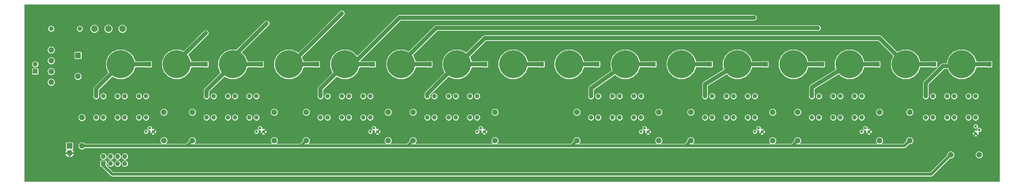
<source format=gbr>
G04 #@! TF.FileFunction,Copper,L2,Bot,Signal*
%FSLAX46Y46*%
G04 Gerber Fmt 4.6, Leading zero omitted, Abs format (unit mm)*
G04 Created by KiCad (PCBNEW 4.0.7) date 02/21/18 09:39:28*
%MOMM*%
%LPD*%
G01*
G04 APERTURE LIST*
%ADD10C,0.100000*%
%ADD11O,1.600000X1.600000*%
%ADD12C,1.000760*%
%ADD13R,1.727200X1.727200*%
%ADD14O,1.727200X1.727200*%
%ADD15R,2.032000X2.032000*%
%ADD16O,2.032000X2.032000*%
%ADD17C,1.998980*%
%ADD18C,10.000000*%
%ADD19R,1.700000X1.700000*%
%ADD20O,1.700000X1.700000*%
%ADD21C,1.600000*%
%ADD22C,2.000000*%
%ADD23R,2.000000X2.000000*%
%ADD24C,2.340000*%
%ADD25C,0.600000*%
%ADD26C,1.000000*%
%ADD27C,1.500000*%
%ADD28C,0.700000*%
%ADD29C,0.254000*%
G04 APERTURE END LIST*
D10*
D11*
X328930000Y-131445000D03*
X331470000Y-131445000D03*
X331470000Y-123825000D03*
X328930000Y-123825000D03*
D12*
X381000000Y-135890000D03*
X379730000Y-137160000D03*
X379730000Y-134620000D03*
D13*
X68580000Y-147955000D03*
D14*
X68580000Y-145415000D03*
X71120000Y-147955000D03*
X71120000Y-145415000D03*
X73660000Y-147955000D03*
X73660000Y-145415000D03*
X76200000Y-147955000D03*
X76200000Y-145415000D03*
D15*
X56515000Y-141605000D03*
D16*
X56515000Y-144145000D03*
D12*
X85090000Y-135255000D03*
X86360000Y-136525000D03*
X83820000Y-136525000D03*
X261620000Y-135255000D03*
X262890000Y-136525000D03*
X260350000Y-136525000D03*
X124460000Y-135255000D03*
X125730000Y-136525000D03*
X123190000Y-136525000D03*
X302260000Y-135255000D03*
X303530000Y-136525000D03*
X300990000Y-136525000D03*
X165100000Y-135255000D03*
X166370000Y-136525000D03*
X163830000Y-136525000D03*
X340360000Y-135255000D03*
X341630000Y-136525000D03*
X339090000Y-136525000D03*
X203200000Y-135255000D03*
X204470000Y-136525000D03*
X201930000Y-136525000D03*
D17*
X100330000Y-129540000D03*
X100330000Y-139700000D03*
X278130000Y-129540000D03*
X278130000Y-139700000D03*
X140970000Y-129540000D03*
X140970000Y-139700000D03*
X316230000Y-129540000D03*
X316230000Y-139700000D03*
X179070000Y-129540000D03*
X179070000Y-139700000D03*
X356235000Y-129540000D03*
X356235000Y-139700000D03*
X237490000Y-129540000D03*
X237490000Y-139700000D03*
X60960000Y-131445000D03*
X60960000Y-141605000D03*
D11*
X66040000Y-131445000D03*
X68580000Y-131445000D03*
X68580000Y-123825000D03*
X66040000Y-123825000D03*
X73660000Y-131445000D03*
X76200000Y-131445000D03*
X76200000Y-123825000D03*
X73660000Y-123825000D03*
X81280000Y-131445000D03*
X83820000Y-131445000D03*
X83820000Y-123825000D03*
X81280000Y-123825000D03*
X242570000Y-131445000D03*
X245110000Y-131445000D03*
X245110000Y-123825000D03*
X242570000Y-123825000D03*
X250190000Y-131445000D03*
X252730000Y-131445000D03*
X252730000Y-123825000D03*
X250190000Y-123825000D03*
X257810000Y-131445000D03*
X260350000Y-131445000D03*
X260350000Y-123825000D03*
X257810000Y-123825000D03*
X105410000Y-131445000D03*
X107950000Y-131445000D03*
X107950000Y-123825000D03*
X105410000Y-123825000D03*
X113030000Y-131445000D03*
X115570000Y-131445000D03*
X115570000Y-123825000D03*
X113030000Y-123825000D03*
X120650000Y-131445000D03*
X123190000Y-131445000D03*
X123190000Y-123825000D03*
X120650000Y-123825000D03*
X283210000Y-131445000D03*
X285750000Y-131445000D03*
X285750000Y-123825000D03*
X283210000Y-123825000D03*
X290830000Y-131445000D03*
X293370000Y-131445000D03*
X293370000Y-123825000D03*
X290830000Y-123825000D03*
X298450000Y-131445000D03*
X300990000Y-131445000D03*
X300990000Y-123825000D03*
X298450000Y-123825000D03*
X146050000Y-131445000D03*
X148590000Y-131445000D03*
X148590000Y-123825000D03*
X146050000Y-123825000D03*
X153670000Y-131445000D03*
X156210000Y-131445000D03*
X156210000Y-123825000D03*
X153670000Y-123825000D03*
X161290000Y-131445000D03*
X163830000Y-131445000D03*
X163830000Y-123825000D03*
X161290000Y-123825000D03*
X321310000Y-131445000D03*
X323850000Y-131445000D03*
X323850000Y-123825000D03*
X321310000Y-123825000D03*
X336550000Y-131445000D03*
X339090000Y-131445000D03*
X339090000Y-123825000D03*
X336550000Y-123825000D03*
X184150000Y-131445000D03*
X186690000Y-131445000D03*
X186690000Y-123825000D03*
X184150000Y-123825000D03*
X191770000Y-131445000D03*
X194310000Y-131445000D03*
X194310000Y-123825000D03*
X191770000Y-123825000D03*
X199390000Y-131445000D03*
X201930000Y-131445000D03*
X201930000Y-123825000D03*
X199390000Y-123825000D03*
X361950000Y-131445000D03*
X364490000Y-131445000D03*
X364490000Y-123825000D03*
X361950000Y-123825000D03*
X369570000Y-131445000D03*
X372110000Y-131445000D03*
X372110000Y-123825000D03*
X369570000Y-123825000D03*
X377190000Y-131445000D03*
X379730000Y-131445000D03*
X379730000Y-123825000D03*
X377190000Y-123825000D03*
D17*
X90170000Y-129540000D03*
X90170000Y-139700000D03*
X266700000Y-129540000D03*
X266700000Y-139700000D03*
X129540000Y-129540000D03*
X129540000Y-139700000D03*
X307340000Y-129540000D03*
X307340000Y-139700000D03*
X170180000Y-129540000D03*
X170180000Y-139700000D03*
X345440000Y-129540000D03*
X345440000Y-139700000D03*
X208280000Y-129540000D03*
X208280000Y-139700000D03*
X381000000Y-144780000D03*
X370840000Y-144780000D03*
D18*
X74760000Y-112395000D03*
X94760000Y-112395000D03*
X114760000Y-112395000D03*
X174760000Y-112395000D03*
X194760000Y-112395000D03*
X214760000Y-112395000D03*
X234760000Y-112395000D03*
X254760000Y-112395000D03*
X274760000Y-112395000D03*
X294760000Y-112395000D03*
X134760000Y-112395000D03*
X154760000Y-112395000D03*
X314760000Y-112395000D03*
X334760000Y-112395000D03*
X354760000Y-112395000D03*
X374760000Y-112395000D03*
D19*
X44280000Y-114935000D03*
D20*
X44280000Y-112395000D03*
D21*
X60155000Y-99695000D03*
D11*
X49995000Y-99695000D03*
D22*
X49995000Y-107275000D03*
X49995000Y-111125000D03*
X49995000Y-114975000D03*
X49995000Y-118825000D03*
D23*
X59520000Y-109220000D03*
D22*
X59520000Y-116720000D03*
D19*
X84793000Y-112395000D03*
X244686000Y-112395000D03*
X104986000Y-112395000D03*
X264752000Y-112395000D03*
X124671000Y-112395000D03*
X284818000Y-112395000D03*
X304757000Y-112395000D03*
X144737000Y-112395000D03*
X324823000Y-112395000D03*
X164676000Y-112395000D03*
X344635000Y-112395000D03*
X184869000Y-112395000D03*
X204681000Y-112395000D03*
X364828000Y-112395000D03*
X224874000Y-112395000D03*
X384513000Y-112395000D03*
D24*
X65395000Y-99695000D03*
X70395000Y-99695000D03*
X75395000Y-99695000D03*
D25*
X105110280Y-101229160D03*
X126847600Y-97790000D03*
X153670000Y-94213680D03*
X300634400Y-95722440D03*
X323433440Y-99466400D03*
D26*
X68580000Y-147955000D02*
X68580000Y-148590000D01*
X68580000Y-148590000D02*
X71755000Y-151765000D01*
X71755000Y-151765000D02*
X363855000Y-151765000D01*
X363855000Y-151765000D02*
X370840000Y-144780000D01*
X314325000Y-141605000D02*
X354330000Y-141605000D01*
X354330000Y-141605000D02*
X356235000Y-139700000D01*
X276225000Y-141605000D02*
X314325000Y-141605000D01*
X314325000Y-141605000D02*
X316230000Y-139700000D01*
X235585000Y-141605000D02*
X276225000Y-141605000D01*
X276225000Y-141605000D02*
X278130000Y-139700000D01*
X177165000Y-141605000D02*
X235585000Y-141605000D01*
X235585000Y-141605000D02*
X237490000Y-139700000D01*
X139065000Y-141605000D02*
X177165000Y-141605000D01*
X177165000Y-141605000D02*
X179070000Y-139700000D01*
X98425000Y-141605000D02*
X139065000Y-141605000D01*
X139065000Y-141605000D02*
X140970000Y-139700000D01*
X60960000Y-141605000D02*
X98425000Y-141605000D01*
X98425000Y-141605000D02*
X100330000Y-139700000D01*
D27*
X66040000Y-123825000D02*
X66040000Y-121115000D01*
X66040000Y-121115000D02*
X74760000Y-112395000D01*
X244686000Y-112395000D02*
X234760000Y-112395000D01*
X84793000Y-112395000D02*
X74760000Y-112395000D01*
D26*
X74760000Y-113835000D02*
X74760000Y-112395000D01*
D28*
X74760000Y-112395000D02*
X74760000Y-113200000D01*
D27*
X242570000Y-123825000D02*
X242570000Y-120985000D01*
X242570000Y-120985000D02*
X254760000Y-112395000D01*
X94760000Y-112395000D02*
X94760000Y-111554040D01*
X94760000Y-111554040D02*
X105039160Y-101274880D01*
X105064560Y-101274880D02*
X105110280Y-101229160D01*
X105039160Y-101274880D02*
X105064560Y-101274880D01*
D26*
X94760000Y-114607120D02*
X94760000Y-112395000D01*
D27*
X264752000Y-112395000D02*
X254760000Y-112395000D01*
X104986000Y-112395000D02*
X94760000Y-112395000D01*
D28*
X94360000Y-112395000D02*
X94360000Y-114555000D01*
D26*
X94360000Y-112395000D02*
X94360000Y-110745000D01*
D27*
X105410000Y-123825000D02*
X105410000Y-121745000D01*
X105410000Y-121745000D02*
X114760000Y-112395000D01*
X114760000Y-112395000D02*
X114760000Y-109877600D01*
X114760000Y-109877600D02*
X126847600Y-97790000D01*
X284818000Y-112395000D02*
X274760000Y-112395000D01*
X124671000Y-112395000D02*
X114760000Y-112395000D01*
D26*
X113960000Y-112395000D02*
X114300000Y-112395000D01*
D27*
X134760000Y-112395000D02*
X135488680Y-112395000D01*
X135488680Y-112395000D02*
X153670000Y-94213680D01*
D26*
X134760000Y-113596120D02*
X134760000Y-112395000D01*
D27*
X304757000Y-112395000D02*
X294760000Y-112395000D01*
X144737000Y-112395000D02*
X134760000Y-112395000D01*
D28*
X133560000Y-112395000D02*
X133560000Y-114090000D01*
D27*
X283210000Y-123825000D02*
X283210000Y-119545000D01*
X283210000Y-119545000D02*
X293660000Y-113030000D01*
D26*
X133560000Y-112395000D02*
X133560000Y-112185000D01*
D27*
X146050000Y-123825000D02*
X146050000Y-121105000D01*
X146050000Y-121105000D02*
X154760000Y-112395000D01*
X154760000Y-112395000D02*
X157596840Y-112395000D01*
X157596840Y-112395000D02*
X174244000Y-95747840D01*
X300609000Y-95747840D02*
X300634400Y-95722440D01*
X174244000Y-95747840D02*
X300609000Y-95747840D01*
X324823000Y-112395000D02*
X314760000Y-112395000D01*
X164676000Y-112395000D02*
X154760000Y-112395000D01*
D26*
X154360000Y-113030000D02*
X154360000Y-112170000D01*
X153160000Y-114175000D02*
X153160000Y-112395000D01*
X153160000Y-112395000D02*
X153670000Y-112395000D01*
D27*
X174760000Y-112395000D02*
X174760000Y-112021240D01*
X174760000Y-112021240D02*
X187375800Y-99405440D01*
X323372480Y-99405440D02*
X323433440Y-99466400D01*
X187375800Y-99405440D02*
X323372480Y-99405440D01*
D26*
X174760000Y-112803560D02*
X174760000Y-112395000D01*
D27*
X344635000Y-112395000D02*
X334760000Y-112395000D01*
X184869000Y-112395000D02*
X174760000Y-112395000D01*
D26*
X174260000Y-113030000D02*
X174760000Y-112395000D01*
D28*
X172760000Y-112395000D02*
X172760000Y-113625000D01*
D27*
X321310000Y-123825000D02*
X321310000Y-120645000D01*
X321310000Y-120645000D02*
X334760000Y-112395000D01*
D26*
X172760000Y-112395000D02*
X172760000Y-112355000D01*
D27*
X184150000Y-123825000D02*
X184150000Y-123005000D01*
X184150000Y-123005000D02*
X194760000Y-112395000D01*
X345402640Y-103037640D02*
X354760000Y-112395000D01*
X204693520Y-103037640D02*
X345402640Y-103037640D01*
X195336160Y-112395000D02*
X204693520Y-103037640D01*
X194760000Y-112395000D02*
X195336160Y-112395000D01*
X364828000Y-112395000D02*
X354760000Y-112395000D01*
X204681000Y-112395000D02*
X194760000Y-112395000D01*
D26*
X194160000Y-113030000D02*
X194140000Y-113030000D01*
X192360000Y-112395000D02*
X192360000Y-110535000D01*
X191135000Y-113620000D02*
X192360000Y-112395000D01*
D27*
X384513000Y-112395000D02*
X374760000Y-112395000D01*
X224874000Y-112395000D02*
X214760000Y-112395000D01*
X361950000Y-123825000D02*
X361950000Y-119210000D01*
X368130000Y-113030000D02*
X374760000Y-113030000D01*
X361950000Y-119210000D02*
X368130000Y-113030000D01*
D26*
X211960000Y-112395000D02*
X211960000Y-111255000D01*
D29*
G36*
X388189000Y-154255000D02*
X40563000Y-154255000D01*
X40563000Y-147091400D01*
X67327936Y-147091400D01*
X67327936Y-148818600D01*
X67354503Y-148959790D01*
X67437946Y-149089465D01*
X67565266Y-149176459D01*
X67716400Y-149207064D01*
X67953099Y-149207064D01*
X67957039Y-149212961D01*
X71132039Y-152387961D01*
X71417856Y-152578938D01*
X71755000Y-152646000D01*
X363855000Y-152646000D01*
X364192144Y-152578938D01*
X364477961Y-152387961D01*
X370705549Y-146160373D01*
X371113392Y-146160729D01*
X371620963Y-145951005D01*
X372009640Y-145563006D01*
X372220249Y-145055801D01*
X372220251Y-145053392D01*
X379619271Y-145053392D01*
X379828995Y-145560963D01*
X380216994Y-145949640D01*
X380724199Y-146160249D01*
X381273392Y-146160729D01*
X381780963Y-145951005D01*
X382169640Y-145563006D01*
X382380249Y-145055801D01*
X382380729Y-144506608D01*
X382171005Y-143999037D01*
X381783006Y-143610360D01*
X381275801Y-143399751D01*
X380726608Y-143399271D01*
X380219037Y-143608995D01*
X379830360Y-143996994D01*
X379619751Y-144504199D01*
X379619271Y-145053392D01*
X372220251Y-145053392D01*
X372220729Y-144506608D01*
X372011005Y-143999037D01*
X371623006Y-143610360D01*
X371115801Y-143399751D01*
X370566608Y-143399271D01*
X370059037Y-143608995D01*
X369670360Y-143996994D01*
X369459751Y-144504199D01*
X369459392Y-144914686D01*
X363490078Y-150884000D01*
X72119922Y-150884000D01*
X69832064Y-148596142D01*
X69832064Y-147930617D01*
X69875400Y-147930617D01*
X69875400Y-147979383D01*
X69970140Y-148455671D01*
X70239935Y-148859448D01*
X70643712Y-149129243D01*
X71120000Y-149223983D01*
X71596288Y-149129243D01*
X72000065Y-148859448D01*
X72269860Y-148455671D01*
X72364600Y-147979383D01*
X72364600Y-147930617D01*
X72415400Y-147930617D01*
X72415400Y-147979383D01*
X72510140Y-148455671D01*
X72779935Y-148859448D01*
X73183712Y-149129243D01*
X73660000Y-149223983D01*
X74136288Y-149129243D01*
X74540065Y-148859448D01*
X74809860Y-148455671D01*
X74904600Y-147979383D01*
X74904600Y-147930617D01*
X74955400Y-147930617D01*
X74955400Y-147979383D01*
X75050140Y-148455671D01*
X75319935Y-148859448D01*
X75723712Y-149129243D01*
X76200000Y-149223983D01*
X76676288Y-149129243D01*
X77080065Y-148859448D01*
X77349860Y-148455671D01*
X77444600Y-147979383D01*
X77444600Y-147930617D01*
X77349860Y-147454329D01*
X77080065Y-147050552D01*
X76676288Y-146780757D01*
X76200000Y-146686017D01*
X75723712Y-146780757D01*
X75319935Y-147050552D01*
X75050140Y-147454329D01*
X74955400Y-147930617D01*
X74904600Y-147930617D01*
X74809860Y-147454329D01*
X74540065Y-147050552D01*
X74136288Y-146780757D01*
X73660000Y-146686017D01*
X73183712Y-146780757D01*
X72779935Y-147050552D01*
X72510140Y-147454329D01*
X72415400Y-147930617D01*
X72364600Y-147930617D01*
X72269860Y-147454329D01*
X72000065Y-147050552D01*
X71596288Y-146780757D01*
X71120000Y-146686017D01*
X70643712Y-146780757D01*
X70239935Y-147050552D01*
X69970140Y-147454329D01*
X69875400Y-147930617D01*
X69832064Y-147930617D01*
X69832064Y-147091400D01*
X69805497Y-146950210D01*
X69722054Y-146820535D01*
X69594734Y-146733541D01*
X69443600Y-146702936D01*
X67716400Y-146702936D01*
X67575210Y-146729503D01*
X67445535Y-146812946D01*
X67358541Y-146940266D01*
X67327936Y-147091400D01*
X40563000Y-147091400D01*
X40563000Y-144527944D01*
X54909025Y-144527944D01*
X55108615Y-145009818D01*
X55546621Y-145482188D01*
X56132054Y-145750983D01*
X56388000Y-145632367D01*
X56388000Y-144272000D01*
X56642000Y-144272000D01*
X56642000Y-145632367D01*
X56897946Y-145750983D01*
X57483379Y-145482188D01*
X57568288Y-145390617D01*
X67335400Y-145390617D01*
X67335400Y-145439383D01*
X67430140Y-145915671D01*
X67699935Y-146319448D01*
X68103712Y-146589243D01*
X68580000Y-146683983D01*
X69056288Y-146589243D01*
X69460065Y-146319448D01*
X69729860Y-145915671D01*
X69824600Y-145439383D01*
X69824600Y-145390617D01*
X69875400Y-145390617D01*
X69875400Y-145439383D01*
X69970140Y-145915671D01*
X70239935Y-146319448D01*
X70643712Y-146589243D01*
X71120000Y-146683983D01*
X71596288Y-146589243D01*
X72000065Y-146319448D01*
X72269860Y-145915671D01*
X72364600Y-145439383D01*
X72364600Y-145390617D01*
X72415400Y-145390617D01*
X72415400Y-145439383D01*
X72510140Y-145915671D01*
X72779935Y-146319448D01*
X73183712Y-146589243D01*
X73660000Y-146683983D01*
X74136288Y-146589243D01*
X74540065Y-146319448D01*
X74809860Y-145915671D01*
X74904600Y-145439383D01*
X74904600Y-145390617D01*
X74955400Y-145390617D01*
X74955400Y-145439383D01*
X75050140Y-145915671D01*
X75319935Y-146319448D01*
X75723712Y-146589243D01*
X76200000Y-146683983D01*
X76676288Y-146589243D01*
X77080065Y-146319448D01*
X77349860Y-145915671D01*
X77444600Y-145439383D01*
X77444600Y-145390617D01*
X77349860Y-144914329D01*
X77080065Y-144510552D01*
X76676288Y-144240757D01*
X76200000Y-144146017D01*
X75723712Y-144240757D01*
X75319935Y-144510552D01*
X75050140Y-144914329D01*
X74955400Y-145390617D01*
X74904600Y-145390617D01*
X74809860Y-144914329D01*
X74540065Y-144510552D01*
X74136288Y-144240757D01*
X73660000Y-144146017D01*
X73183712Y-144240757D01*
X72779935Y-144510552D01*
X72510140Y-144914329D01*
X72415400Y-145390617D01*
X72364600Y-145390617D01*
X72269860Y-144914329D01*
X72000065Y-144510552D01*
X71596288Y-144240757D01*
X71120000Y-144146017D01*
X70643712Y-144240757D01*
X70239935Y-144510552D01*
X69970140Y-144914329D01*
X69875400Y-145390617D01*
X69824600Y-145390617D01*
X69729860Y-144914329D01*
X69460065Y-144510552D01*
X69056288Y-144240757D01*
X68580000Y-144146017D01*
X68103712Y-144240757D01*
X67699935Y-144510552D01*
X67430140Y-144914329D01*
X67335400Y-145390617D01*
X57568288Y-145390617D01*
X57921385Y-145009818D01*
X58120975Y-144527944D01*
X58001836Y-144272000D01*
X56642000Y-144272000D01*
X56388000Y-144272000D01*
X55028164Y-144272000D01*
X54909025Y-144527944D01*
X40563000Y-144527944D01*
X40563000Y-143762056D01*
X54909025Y-143762056D01*
X55028164Y-144018000D01*
X56388000Y-144018000D01*
X56388000Y-143998000D01*
X56642000Y-143998000D01*
X56642000Y-144018000D01*
X58001836Y-144018000D01*
X58120975Y-143762056D01*
X57921385Y-143280182D01*
X57649658Y-142987137D01*
X57672190Y-142982897D01*
X57801865Y-142899454D01*
X57888859Y-142772134D01*
X57919464Y-142621000D01*
X57919464Y-141878392D01*
X59579271Y-141878392D01*
X59788995Y-142385963D01*
X60176994Y-142774640D01*
X60684199Y-142985249D01*
X61233392Y-142985729D01*
X61740963Y-142776005D01*
X62031475Y-142486000D01*
X354330000Y-142486000D01*
X354667144Y-142418938D01*
X354952961Y-142227961D01*
X356100549Y-141080373D01*
X356508392Y-141080729D01*
X357015963Y-140871005D01*
X357404640Y-140483006D01*
X357615249Y-139975801D01*
X357615729Y-139426608D01*
X357406005Y-138919037D01*
X357018006Y-138530360D01*
X356510801Y-138319751D01*
X355961608Y-138319271D01*
X355454037Y-138528995D01*
X355065360Y-138916994D01*
X354854751Y-139424199D01*
X354854392Y-139834686D01*
X353965078Y-140724000D01*
X346368225Y-140724000D01*
X346609640Y-140483006D01*
X346820249Y-139975801D01*
X346820729Y-139426608D01*
X346611005Y-138919037D01*
X346223006Y-138530360D01*
X345715801Y-138319751D01*
X345166608Y-138319271D01*
X344659037Y-138528995D01*
X344270360Y-138916994D01*
X344059751Y-139424199D01*
X344059271Y-139973392D01*
X344268995Y-140480963D01*
X344511608Y-140724000D01*
X317158225Y-140724000D01*
X317399640Y-140483006D01*
X317610249Y-139975801D01*
X317610729Y-139426608D01*
X317401005Y-138919037D01*
X317013006Y-138530360D01*
X316505801Y-138319751D01*
X315956608Y-138319271D01*
X315449037Y-138528995D01*
X315060360Y-138916994D01*
X314849751Y-139424199D01*
X314849392Y-139834686D01*
X313960078Y-140724000D01*
X308268225Y-140724000D01*
X308509640Y-140483006D01*
X308720249Y-139975801D01*
X308720729Y-139426608D01*
X308511005Y-138919037D01*
X308123006Y-138530360D01*
X307615801Y-138319751D01*
X307066608Y-138319271D01*
X306559037Y-138528995D01*
X306170360Y-138916994D01*
X305959751Y-139424199D01*
X305959271Y-139973392D01*
X306168995Y-140480963D01*
X306411608Y-140724000D01*
X279058225Y-140724000D01*
X279299640Y-140483006D01*
X279510249Y-139975801D01*
X279510729Y-139426608D01*
X279301005Y-138919037D01*
X278913006Y-138530360D01*
X278405801Y-138319751D01*
X277856608Y-138319271D01*
X277349037Y-138528995D01*
X276960360Y-138916994D01*
X276749751Y-139424199D01*
X276749392Y-139834686D01*
X275860078Y-140724000D01*
X267628225Y-140724000D01*
X267869640Y-140483006D01*
X268080249Y-139975801D01*
X268080729Y-139426608D01*
X267871005Y-138919037D01*
X267483006Y-138530360D01*
X266975801Y-138319751D01*
X266426608Y-138319271D01*
X265919037Y-138528995D01*
X265530360Y-138916994D01*
X265319751Y-139424199D01*
X265319271Y-139973392D01*
X265528995Y-140480963D01*
X265771608Y-140724000D01*
X238418225Y-140724000D01*
X238659640Y-140483006D01*
X238870249Y-139975801D01*
X238870729Y-139426608D01*
X238661005Y-138919037D01*
X238273006Y-138530360D01*
X237765801Y-138319751D01*
X237216608Y-138319271D01*
X236709037Y-138528995D01*
X236320360Y-138916994D01*
X236109751Y-139424199D01*
X236109392Y-139834686D01*
X235220078Y-140724000D01*
X209208225Y-140724000D01*
X209449640Y-140483006D01*
X209660249Y-139975801D01*
X209660729Y-139426608D01*
X209451005Y-138919037D01*
X209063006Y-138530360D01*
X208555801Y-138319751D01*
X208006608Y-138319271D01*
X207499037Y-138528995D01*
X207110360Y-138916994D01*
X206899751Y-139424199D01*
X206899271Y-139973392D01*
X207108995Y-140480963D01*
X207351608Y-140724000D01*
X179998225Y-140724000D01*
X180239640Y-140483006D01*
X180450249Y-139975801D01*
X180450729Y-139426608D01*
X180241005Y-138919037D01*
X179853006Y-138530360D01*
X179345801Y-138319751D01*
X178796608Y-138319271D01*
X178289037Y-138528995D01*
X177900360Y-138916994D01*
X177689751Y-139424199D01*
X177689392Y-139834686D01*
X176800078Y-140724000D01*
X171108225Y-140724000D01*
X171349640Y-140483006D01*
X171560249Y-139975801D01*
X171560729Y-139426608D01*
X171351005Y-138919037D01*
X170963006Y-138530360D01*
X170455801Y-138319751D01*
X169906608Y-138319271D01*
X169399037Y-138528995D01*
X169010360Y-138916994D01*
X168799751Y-139424199D01*
X168799271Y-139973392D01*
X169008995Y-140480963D01*
X169251608Y-140724000D01*
X141898225Y-140724000D01*
X142139640Y-140483006D01*
X142350249Y-139975801D01*
X142350729Y-139426608D01*
X142141005Y-138919037D01*
X141753006Y-138530360D01*
X141245801Y-138319751D01*
X140696608Y-138319271D01*
X140189037Y-138528995D01*
X139800360Y-138916994D01*
X139589751Y-139424199D01*
X139589392Y-139834686D01*
X138700078Y-140724000D01*
X130468225Y-140724000D01*
X130709640Y-140483006D01*
X130920249Y-139975801D01*
X130920729Y-139426608D01*
X130711005Y-138919037D01*
X130323006Y-138530360D01*
X129815801Y-138319751D01*
X129266608Y-138319271D01*
X128759037Y-138528995D01*
X128370360Y-138916994D01*
X128159751Y-139424199D01*
X128159271Y-139973392D01*
X128368995Y-140480963D01*
X128611608Y-140724000D01*
X101258225Y-140724000D01*
X101499640Y-140483006D01*
X101710249Y-139975801D01*
X101710729Y-139426608D01*
X101501005Y-138919037D01*
X101113006Y-138530360D01*
X100605801Y-138319751D01*
X100056608Y-138319271D01*
X99549037Y-138528995D01*
X99160360Y-138916994D01*
X98949751Y-139424199D01*
X98949392Y-139834686D01*
X98060078Y-140724000D01*
X91098225Y-140724000D01*
X91339640Y-140483006D01*
X91550249Y-139975801D01*
X91550729Y-139426608D01*
X91341005Y-138919037D01*
X90953006Y-138530360D01*
X90445801Y-138319751D01*
X89896608Y-138319271D01*
X89389037Y-138528995D01*
X89000360Y-138916994D01*
X88789751Y-139424199D01*
X88789271Y-139973392D01*
X88998995Y-140480963D01*
X89241608Y-140724000D01*
X62031143Y-140724000D01*
X61743006Y-140435360D01*
X61235801Y-140224751D01*
X60686608Y-140224271D01*
X60179037Y-140433995D01*
X59790360Y-140821994D01*
X59579751Y-141329199D01*
X59579271Y-141878392D01*
X57919464Y-141878392D01*
X57919464Y-140589000D01*
X57892897Y-140447810D01*
X57809454Y-140318135D01*
X57682134Y-140231141D01*
X57531000Y-140200536D01*
X55499000Y-140200536D01*
X55357810Y-140227103D01*
X55228135Y-140310546D01*
X55141141Y-140437866D01*
X55110536Y-140589000D01*
X55110536Y-142621000D01*
X55137103Y-142762190D01*
X55220546Y-142891865D01*
X55347866Y-142978859D01*
X55381670Y-142985704D01*
X55108615Y-143280182D01*
X54909025Y-143762056D01*
X40563000Y-143762056D01*
X40563000Y-137950381D01*
X379119224Y-137950381D01*
X379156418Y-138165532D01*
X379584880Y-138308491D01*
X380035435Y-138276602D01*
X380303582Y-138165532D01*
X380340776Y-137950381D01*
X379730000Y-137339605D01*
X379119224Y-137950381D01*
X40563000Y-137950381D01*
X40563000Y-136699548D01*
X82938468Y-136699548D01*
X83072367Y-137023609D01*
X83320087Y-137271762D01*
X83643914Y-137406226D01*
X83994548Y-137406532D01*
X84215150Y-137315381D01*
X85749224Y-137315381D01*
X85786418Y-137530532D01*
X86214880Y-137673491D01*
X86665435Y-137641602D01*
X86933582Y-137530532D01*
X86970776Y-137315381D01*
X86360000Y-136704605D01*
X85749224Y-137315381D01*
X84215150Y-137315381D01*
X84318609Y-137272633D01*
X84566762Y-137024913D01*
X84701226Y-136701086D01*
X84701532Y-136350452D01*
X84567633Y-136026391D01*
X84319913Y-135778238D01*
X83996086Y-135643774D01*
X83645452Y-135643468D01*
X83321391Y-135777367D01*
X83073238Y-136025087D01*
X82938774Y-136348914D01*
X82938468Y-136699548D01*
X40563000Y-136699548D01*
X40563000Y-135429548D01*
X84208468Y-135429548D01*
X84342367Y-135753609D01*
X84590087Y-136001762D01*
X84913914Y-136136226D01*
X85264548Y-136136532D01*
X85297206Y-136123038D01*
X85211509Y-136379880D01*
X85243398Y-136830435D01*
X85354468Y-137098582D01*
X85569619Y-137135776D01*
X86180395Y-136525000D01*
X86539605Y-136525000D01*
X87150381Y-137135776D01*
X87365532Y-137098582D01*
X87498672Y-136699548D01*
X122308468Y-136699548D01*
X122442367Y-137023609D01*
X122690087Y-137271762D01*
X123013914Y-137406226D01*
X123364548Y-137406532D01*
X123585150Y-137315381D01*
X125119224Y-137315381D01*
X125156418Y-137530532D01*
X125584880Y-137673491D01*
X126035435Y-137641602D01*
X126303582Y-137530532D01*
X126340776Y-137315381D01*
X125730000Y-136704605D01*
X125119224Y-137315381D01*
X123585150Y-137315381D01*
X123688609Y-137272633D01*
X123936762Y-137024913D01*
X124071226Y-136701086D01*
X124071532Y-136350452D01*
X123937633Y-136026391D01*
X123689913Y-135778238D01*
X123366086Y-135643774D01*
X123015452Y-135643468D01*
X122691391Y-135777367D01*
X122443238Y-136025087D01*
X122308774Y-136348914D01*
X122308468Y-136699548D01*
X87498672Y-136699548D01*
X87508491Y-136670120D01*
X87476602Y-136219565D01*
X87365532Y-135951418D01*
X87150381Y-135914224D01*
X86539605Y-136525000D01*
X86180395Y-136525000D01*
X86166253Y-136510858D01*
X86345858Y-136331253D01*
X86360000Y-136345395D01*
X86970776Y-135734619D01*
X86933582Y-135519468D01*
X86664084Y-135429548D01*
X123578468Y-135429548D01*
X123712367Y-135753609D01*
X123960087Y-136001762D01*
X124283914Y-136136226D01*
X124634548Y-136136532D01*
X124667206Y-136123038D01*
X124581509Y-136379880D01*
X124613398Y-136830435D01*
X124724468Y-137098582D01*
X124939619Y-137135776D01*
X125550395Y-136525000D01*
X125909605Y-136525000D01*
X126520381Y-137135776D01*
X126735532Y-137098582D01*
X126868672Y-136699548D01*
X162948468Y-136699548D01*
X163082367Y-137023609D01*
X163330087Y-137271762D01*
X163653914Y-137406226D01*
X164004548Y-137406532D01*
X164225150Y-137315381D01*
X165759224Y-137315381D01*
X165796418Y-137530532D01*
X166224880Y-137673491D01*
X166675435Y-137641602D01*
X166943582Y-137530532D01*
X166980776Y-137315381D01*
X166370000Y-136704605D01*
X165759224Y-137315381D01*
X164225150Y-137315381D01*
X164328609Y-137272633D01*
X164576762Y-137024913D01*
X164711226Y-136701086D01*
X164711532Y-136350452D01*
X164577633Y-136026391D01*
X164329913Y-135778238D01*
X164006086Y-135643774D01*
X163655452Y-135643468D01*
X163331391Y-135777367D01*
X163083238Y-136025087D01*
X162948774Y-136348914D01*
X162948468Y-136699548D01*
X126868672Y-136699548D01*
X126878491Y-136670120D01*
X126846602Y-136219565D01*
X126735532Y-135951418D01*
X126520381Y-135914224D01*
X125909605Y-136525000D01*
X125550395Y-136525000D01*
X125536253Y-136510858D01*
X125715858Y-136331253D01*
X125730000Y-136345395D01*
X126340776Y-135734619D01*
X126303582Y-135519468D01*
X126034084Y-135429548D01*
X164218468Y-135429548D01*
X164352367Y-135753609D01*
X164600087Y-136001762D01*
X164923914Y-136136226D01*
X165274548Y-136136532D01*
X165307206Y-136123038D01*
X165221509Y-136379880D01*
X165253398Y-136830435D01*
X165364468Y-137098582D01*
X165579619Y-137135776D01*
X166190395Y-136525000D01*
X166549605Y-136525000D01*
X167160381Y-137135776D01*
X167375532Y-137098582D01*
X167508672Y-136699548D01*
X201048468Y-136699548D01*
X201182367Y-137023609D01*
X201430087Y-137271762D01*
X201753914Y-137406226D01*
X202104548Y-137406532D01*
X202325150Y-137315381D01*
X203859224Y-137315381D01*
X203896418Y-137530532D01*
X204324880Y-137673491D01*
X204775435Y-137641602D01*
X205043582Y-137530532D01*
X205080776Y-137315381D01*
X204470000Y-136704605D01*
X203859224Y-137315381D01*
X202325150Y-137315381D01*
X202428609Y-137272633D01*
X202676762Y-137024913D01*
X202811226Y-136701086D01*
X202811532Y-136350452D01*
X202677633Y-136026391D01*
X202429913Y-135778238D01*
X202106086Y-135643774D01*
X201755452Y-135643468D01*
X201431391Y-135777367D01*
X201183238Y-136025087D01*
X201048774Y-136348914D01*
X201048468Y-136699548D01*
X167508672Y-136699548D01*
X167518491Y-136670120D01*
X167486602Y-136219565D01*
X167375532Y-135951418D01*
X167160381Y-135914224D01*
X166549605Y-136525000D01*
X166190395Y-136525000D01*
X166176253Y-136510858D01*
X166355858Y-136331253D01*
X166370000Y-136345395D01*
X166980776Y-135734619D01*
X166943582Y-135519468D01*
X166674084Y-135429548D01*
X202318468Y-135429548D01*
X202452367Y-135753609D01*
X202700087Y-136001762D01*
X203023914Y-136136226D01*
X203374548Y-136136532D01*
X203407206Y-136123038D01*
X203321509Y-136379880D01*
X203353398Y-136830435D01*
X203464468Y-137098582D01*
X203679619Y-137135776D01*
X204290395Y-136525000D01*
X204649605Y-136525000D01*
X205260381Y-137135776D01*
X205475532Y-137098582D01*
X205608672Y-136699548D01*
X259468468Y-136699548D01*
X259602367Y-137023609D01*
X259850087Y-137271762D01*
X260173914Y-137406226D01*
X260524548Y-137406532D01*
X260745150Y-137315381D01*
X262279224Y-137315381D01*
X262316418Y-137530532D01*
X262744880Y-137673491D01*
X263195435Y-137641602D01*
X263463582Y-137530532D01*
X263500776Y-137315381D01*
X262890000Y-136704605D01*
X262279224Y-137315381D01*
X260745150Y-137315381D01*
X260848609Y-137272633D01*
X261096762Y-137024913D01*
X261231226Y-136701086D01*
X261231532Y-136350452D01*
X261097633Y-136026391D01*
X260849913Y-135778238D01*
X260526086Y-135643774D01*
X260175452Y-135643468D01*
X259851391Y-135777367D01*
X259603238Y-136025087D01*
X259468774Y-136348914D01*
X259468468Y-136699548D01*
X205608672Y-136699548D01*
X205618491Y-136670120D01*
X205586602Y-136219565D01*
X205475532Y-135951418D01*
X205260381Y-135914224D01*
X204649605Y-136525000D01*
X204290395Y-136525000D01*
X204276253Y-136510858D01*
X204455858Y-136331253D01*
X204470000Y-136345395D01*
X205080776Y-135734619D01*
X205043582Y-135519468D01*
X204774084Y-135429548D01*
X260738468Y-135429548D01*
X260872367Y-135753609D01*
X261120087Y-136001762D01*
X261443914Y-136136226D01*
X261794548Y-136136532D01*
X261827206Y-136123038D01*
X261741509Y-136379880D01*
X261773398Y-136830435D01*
X261884468Y-137098582D01*
X262099619Y-137135776D01*
X262710395Y-136525000D01*
X263069605Y-136525000D01*
X263680381Y-137135776D01*
X263895532Y-137098582D01*
X264028672Y-136699548D01*
X300108468Y-136699548D01*
X300242367Y-137023609D01*
X300490087Y-137271762D01*
X300813914Y-137406226D01*
X301164548Y-137406532D01*
X301385150Y-137315381D01*
X302919224Y-137315381D01*
X302956418Y-137530532D01*
X303384880Y-137673491D01*
X303835435Y-137641602D01*
X304103582Y-137530532D01*
X304140776Y-137315381D01*
X303530000Y-136704605D01*
X302919224Y-137315381D01*
X301385150Y-137315381D01*
X301488609Y-137272633D01*
X301736762Y-137024913D01*
X301871226Y-136701086D01*
X301871532Y-136350452D01*
X301737633Y-136026391D01*
X301489913Y-135778238D01*
X301166086Y-135643774D01*
X300815452Y-135643468D01*
X300491391Y-135777367D01*
X300243238Y-136025087D01*
X300108774Y-136348914D01*
X300108468Y-136699548D01*
X264028672Y-136699548D01*
X264038491Y-136670120D01*
X264006602Y-136219565D01*
X263895532Y-135951418D01*
X263680381Y-135914224D01*
X263069605Y-136525000D01*
X262710395Y-136525000D01*
X262696253Y-136510858D01*
X262875858Y-136331253D01*
X262890000Y-136345395D01*
X263500776Y-135734619D01*
X263463582Y-135519468D01*
X263194084Y-135429548D01*
X301378468Y-135429548D01*
X301512367Y-135753609D01*
X301760087Y-136001762D01*
X302083914Y-136136226D01*
X302434548Y-136136532D01*
X302467206Y-136123038D01*
X302381509Y-136379880D01*
X302413398Y-136830435D01*
X302524468Y-137098582D01*
X302739619Y-137135776D01*
X303350395Y-136525000D01*
X303709605Y-136525000D01*
X304320381Y-137135776D01*
X304535532Y-137098582D01*
X304668672Y-136699548D01*
X338208468Y-136699548D01*
X338342367Y-137023609D01*
X338590087Y-137271762D01*
X338913914Y-137406226D01*
X339264548Y-137406532D01*
X339485150Y-137315381D01*
X341019224Y-137315381D01*
X341056418Y-137530532D01*
X341484880Y-137673491D01*
X341935435Y-137641602D01*
X342203582Y-137530532D01*
X342240776Y-137315381D01*
X341630000Y-136704605D01*
X341019224Y-137315381D01*
X339485150Y-137315381D01*
X339588609Y-137272633D01*
X339836762Y-137024913D01*
X339971226Y-136701086D01*
X339971532Y-136350452D01*
X339837633Y-136026391D01*
X339589913Y-135778238D01*
X339266086Y-135643774D01*
X338915452Y-135643468D01*
X338591391Y-135777367D01*
X338343238Y-136025087D01*
X338208774Y-136348914D01*
X338208468Y-136699548D01*
X304668672Y-136699548D01*
X304678491Y-136670120D01*
X304646602Y-136219565D01*
X304535532Y-135951418D01*
X304320381Y-135914224D01*
X303709605Y-136525000D01*
X303350395Y-136525000D01*
X303336253Y-136510858D01*
X303515858Y-136331253D01*
X303530000Y-136345395D01*
X304140776Y-135734619D01*
X304103582Y-135519468D01*
X303834084Y-135429548D01*
X339478468Y-135429548D01*
X339612367Y-135753609D01*
X339860087Y-136001762D01*
X340183914Y-136136226D01*
X340534548Y-136136532D01*
X340567206Y-136123038D01*
X340481509Y-136379880D01*
X340513398Y-136830435D01*
X340624468Y-137098582D01*
X340839619Y-137135776D01*
X341450395Y-136525000D01*
X341809605Y-136525000D01*
X342420381Y-137135776D01*
X342635532Y-137098582D01*
X342663459Y-137014880D01*
X378581509Y-137014880D01*
X378613398Y-137465435D01*
X378724468Y-137733582D01*
X378939619Y-137770776D01*
X379550395Y-137160000D01*
X378939619Y-136549224D01*
X378724468Y-136586418D01*
X378581509Y-137014880D01*
X342663459Y-137014880D01*
X342778491Y-136670120D01*
X342757223Y-136369619D01*
X379119224Y-136369619D01*
X379730000Y-136980395D01*
X379744143Y-136966253D01*
X379923748Y-137145858D01*
X379909605Y-137160000D01*
X380520381Y-137770776D01*
X380735532Y-137733582D01*
X380878491Y-137305120D01*
X380846602Y-136854565D01*
X380809624Y-136765292D01*
X380823914Y-136771226D01*
X381174548Y-136771532D01*
X381498609Y-136637633D01*
X381746762Y-136389913D01*
X381881226Y-136066086D01*
X381881532Y-135715452D01*
X381747633Y-135391391D01*
X381499913Y-135143238D01*
X381176086Y-135008774D01*
X380825452Y-135008468D01*
X380501391Y-135142367D01*
X380253238Y-135390087D01*
X380118774Y-135713914D01*
X380118468Y-136064548D01*
X380131962Y-136097206D01*
X379875120Y-136011509D01*
X379424565Y-136043398D01*
X379156418Y-136154468D01*
X379119224Y-136369619D01*
X342757223Y-136369619D01*
X342746602Y-136219565D01*
X342635532Y-135951418D01*
X342420381Y-135914224D01*
X341809605Y-136525000D01*
X341450395Y-136525000D01*
X341436253Y-136510858D01*
X341615858Y-136331253D01*
X341630000Y-136345395D01*
X342240776Y-135734619D01*
X342203582Y-135519468D01*
X341775120Y-135376509D01*
X341324565Y-135408398D01*
X341235292Y-135445376D01*
X341241226Y-135431086D01*
X341241532Y-135080452D01*
X341123400Y-134794548D01*
X378848468Y-134794548D01*
X378982367Y-135118609D01*
X379230087Y-135366762D01*
X379553914Y-135501226D01*
X379904548Y-135501532D01*
X380228609Y-135367633D01*
X380476762Y-135119913D01*
X380611226Y-134796086D01*
X380611532Y-134445452D01*
X380477633Y-134121391D01*
X380229913Y-133873238D01*
X379906086Y-133738774D01*
X379555452Y-133738468D01*
X379231391Y-133872367D01*
X378983238Y-134120087D01*
X378848774Y-134443914D01*
X378848468Y-134794548D01*
X341123400Y-134794548D01*
X341107633Y-134756391D01*
X340859913Y-134508238D01*
X340536086Y-134373774D01*
X340185452Y-134373468D01*
X339861391Y-134507367D01*
X339613238Y-134755087D01*
X339478774Y-135078914D01*
X339478468Y-135429548D01*
X303834084Y-135429548D01*
X303675120Y-135376509D01*
X303224565Y-135408398D01*
X303135292Y-135445376D01*
X303141226Y-135431086D01*
X303141532Y-135080452D01*
X303007633Y-134756391D01*
X302759913Y-134508238D01*
X302436086Y-134373774D01*
X302085452Y-134373468D01*
X301761391Y-134507367D01*
X301513238Y-134755087D01*
X301378774Y-135078914D01*
X301378468Y-135429548D01*
X263194084Y-135429548D01*
X263035120Y-135376509D01*
X262584565Y-135408398D01*
X262495292Y-135445376D01*
X262501226Y-135431086D01*
X262501532Y-135080452D01*
X262367633Y-134756391D01*
X262119913Y-134508238D01*
X261796086Y-134373774D01*
X261445452Y-134373468D01*
X261121391Y-134507367D01*
X260873238Y-134755087D01*
X260738774Y-135078914D01*
X260738468Y-135429548D01*
X204774084Y-135429548D01*
X204615120Y-135376509D01*
X204164565Y-135408398D01*
X204075292Y-135445376D01*
X204081226Y-135431086D01*
X204081532Y-135080452D01*
X203947633Y-134756391D01*
X203699913Y-134508238D01*
X203376086Y-134373774D01*
X203025452Y-134373468D01*
X202701391Y-134507367D01*
X202453238Y-134755087D01*
X202318774Y-135078914D01*
X202318468Y-135429548D01*
X166674084Y-135429548D01*
X166515120Y-135376509D01*
X166064565Y-135408398D01*
X165975292Y-135445376D01*
X165981226Y-135431086D01*
X165981532Y-135080452D01*
X165847633Y-134756391D01*
X165599913Y-134508238D01*
X165276086Y-134373774D01*
X164925452Y-134373468D01*
X164601391Y-134507367D01*
X164353238Y-134755087D01*
X164218774Y-135078914D01*
X164218468Y-135429548D01*
X126034084Y-135429548D01*
X125875120Y-135376509D01*
X125424565Y-135408398D01*
X125335292Y-135445376D01*
X125341226Y-135431086D01*
X125341532Y-135080452D01*
X125207633Y-134756391D01*
X124959913Y-134508238D01*
X124636086Y-134373774D01*
X124285452Y-134373468D01*
X123961391Y-134507367D01*
X123713238Y-134755087D01*
X123578774Y-135078914D01*
X123578468Y-135429548D01*
X86664084Y-135429548D01*
X86505120Y-135376509D01*
X86054565Y-135408398D01*
X85965292Y-135445376D01*
X85971226Y-135431086D01*
X85971532Y-135080452D01*
X85837633Y-134756391D01*
X85589913Y-134508238D01*
X85266086Y-134373774D01*
X84915452Y-134373468D01*
X84591391Y-134507367D01*
X84343238Y-134755087D01*
X84208774Y-135078914D01*
X84208468Y-135429548D01*
X40563000Y-135429548D01*
X40563000Y-131718392D01*
X59579271Y-131718392D01*
X59788995Y-132225963D01*
X60176994Y-132614640D01*
X60684199Y-132825249D01*
X61233392Y-132825729D01*
X61740963Y-132616005D01*
X62129640Y-132228006D01*
X62340249Y-131720801D01*
X62340510Y-131421863D01*
X64859000Y-131421863D01*
X64859000Y-131468137D01*
X64948898Y-131920086D01*
X65204907Y-132303230D01*
X65588051Y-132559239D01*
X66040000Y-132649137D01*
X66491949Y-132559239D01*
X66875093Y-132303230D01*
X67131102Y-131920086D01*
X67221000Y-131468137D01*
X67221000Y-131421863D01*
X67399000Y-131421863D01*
X67399000Y-131468137D01*
X67488898Y-131920086D01*
X67744907Y-132303230D01*
X68128051Y-132559239D01*
X68580000Y-132649137D01*
X69031949Y-132559239D01*
X69415093Y-132303230D01*
X69671102Y-131920086D01*
X69761000Y-131468137D01*
X69761000Y-131421863D01*
X72479000Y-131421863D01*
X72479000Y-131468137D01*
X72568898Y-131920086D01*
X72824907Y-132303230D01*
X73208051Y-132559239D01*
X73660000Y-132649137D01*
X74111949Y-132559239D01*
X74495093Y-132303230D01*
X74751102Y-131920086D01*
X74841000Y-131468137D01*
X74841000Y-131421863D01*
X75019000Y-131421863D01*
X75019000Y-131468137D01*
X75108898Y-131920086D01*
X75364907Y-132303230D01*
X75748051Y-132559239D01*
X76200000Y-132649137D01*
X76651949Y-132559239D01*
X77035093Y-132303230D01*
X77291102Y-131920086D01*
X77381000Y-131468137D01*
X77381000Y-131421863D01*
X80099000Y-131421863D01*
X80099000Y-131468137D01*
X80188898Y-131920086D01*
X80444907Y-132303230D01*
X80828051Y-132559239D01*
X81280000Y-132649137D01*
X81731949Y-132559239D01*
X82115093Y-132303230D01*
X82371102Y-131920086D01*
X82461000Y-131468137D01*
X82461000Y-131421863D01*
X82639000Y-131421863D01*
X82639000Y-131468137D01*
X82728898Y-131920086D01*
X82984907Y-132303230D01*
X83368051Y-132559239D01*
X83820000Y-132649137D01*
X84271949Y-132559239D01*
X84655093Y-132303230D01*
X84911102Y-131920086D01*
X85001000Y-131468137D01*
X85001000Y-131421863D01*
X104229000Y-131421863D01*
X104229000Y-131468137D01*
X104318898Y-131920086D01*
X104574907Y-132303230D01*
X104958051Y-132559239D01*
X105410000Y-132649137D01*
X105861949Y-132559239D01*
X106245093Y-132303230D01*
X106501102Y-131920086D01*
X106591000Y-131468137D01*
X106591000Y-131421863D01*
X106769000Y-131421863D01*
X106769000Y-131468137D01*
X106858898Y-131920086D01*
X107114907Y-132303230D01*
X107498051Y-132559239D01*
X107950000Y-132649137D01*
X108401949Y-132559239D01*
X108785093Y-132303230D01*
X109041102Y-131920086D01*
X109131000Y-131468137D01*
X109131000Y-131421863D01*
X111849000Y-131421863D01*
X111849000Y-131468137D01*
X111938898Y-131920086D01*
X112194907Y-132303230D01*
X112578051Y-132559239D01*
X113030000Y-132649137D01*
X113481949Y-132559239D01*
X113865093Y-132303230D01*
X114121102Y-131920086D01*
X114211000Y-131468137D01*
X114211000Y-131421863D01*
X114389000Y-131421863D01*
X114389000Y-131468137D01*
X114478898Y-131920086D01*
X114734907Y-132303230D01*
X115118051Y-132559239D01*
X115570000Y-132649137D01*
X116021949Y-132559239D01*
X116405093Y-132303230D01*
X116661102Y-131920086D01*
X116751000Y-131468137D01*
X116751000Y-131421863D01*
X119469000Y-131421863D01*
X119469000Y-131468137D01*
X119558898Y-131920086D01*
X119814907Y-132303230D01*
X120198051Y-132559239D01*
X120650000Y-132649137D01*
X121101949Y-132559239D01*
X121485093Y-132303230D01*
X121741102Y-131920086D01*
X121831000Y-131468137D01*
X121831000Y-131421863D01*
X122009000Y-131421863D01*
X122009000Y-131468137D01*
X122098898Y-131920086D01*
X122354907Y-132303230D01*
X122738051Y-132559239D01*
X123190000Y-132649137D01*
X123641949Y-132559239D01*
X124025093Y-132303230D01*
X124281102Y-131920086D01*
X124371000Y-131468137D01*
X124371000Y-131421863D01*
X144869000Y-131421863D01*
X144869000Y-131468137D01*
X144958898Y-131920086D01*
X145214907Y-132303230D01*
X145598051Y-132559239D01*
X146050000Y-132649137D01*
X146501949Y-132559239D01*
X146885093Y-132303230D01*
X147141102Y-131920086D01*
X147231000Y-131468137D01*
X147231000Y-131421863D01*
X147409000Y-131421863D01*
X147409000Y-131468137D01*
X147498898Y-131920086D01*
X147754907Y-132303230D01*
X148138051Y-132559239D01*
X148590000Y-132649137D01*
X149041949Y-132559239D01*
X149425093Y-132303230D01*
X149681102Y-131920086D01*
X149771000Y-131468137D01*
X149771000Y-131421863D01*
X152489000Y-131421863D01*
X152489000Y-131468137D01*
X152578898Y-131920086D01*
X152834907Y-132303230D01*
X153218051Y-132559239D01*
X153670000Y-132649137D01*
X154121949Y-132559239D01*
X154505093Y-132303230D01*
X154761102Y-131920086D01*
X154851000Y-131468137D01*
X154851000Y-131421863D01*
X155029000Y-131421863D01*
X155029000Y-131468137D01*
X155118898Y-131920086D01*
X155374907Y-132303230D01*
X155758051Y-132559239D01*
X156210000Y-132649137D01*
X156661949Y-132559239D01*
X157045093Y-132303230D01*
X157301102Y-131920086D01*
X157391000Y-131468137D01*
X157391000Y-131421863D01*
X160109000Y-131421863D01*
X160109000Y-131468137D01*
X160198898Y-131920086D01*
X160454907Y-132303230D01*
X160838051Y-132559239D01*
X161290000Y-132649137D01*
X161741949Y-132559239D01*
X162125093Y-132303230D01*
X162381102Y-131920086D01*
X162471000Y-131468137D01*
X162471000Y-131421863D01*
X162649000Y-131421863D01*
X162649000Y-131468137D01*
X162738898Y-131920086D01*
X162994907Y-132303230D01*
X163378051Y-132559239D01*
X163830000Y-132649137D01*
X164281949Y-132559239D01*
X164665093Y-132303230D01*
X164921102Y-131920086D01*
X165011000Y-131468137D01*
X165011000Y-131421863D01*
X182969000Y-131421863D01*
X182969000Y-131468137D01*
X183058898Y-131920086D01*
X183314907Y-132303230D01*
X183698051Y-132559239D01*
X184150000Y-132649137D01*
X184601949Y-132559239D01*
X184985093Y-132303230D01*
X185241102Y-131920086D01*
X185331000Y-131468137D01*
X185331000Y-131421863D01*
X185509000Y-131421863D01*
X185509000Y-131468137D01*
X185598898Y-131920086D01*
X185854907Y-132303230D01*
X186238051Y-132559239D01*
X186690000Y-132649137D01*
X187141949Y-132559239D01*
X187525093Y-132303230D01*
X187781102Y-131920086D01*
X187871000Y-131468137D01*
X187871000Y-131421863D01*
X190589000Y-131421863D01*
X190589000Y-131468137D01*
X190678898Y-131920086D01*
X190934907Y-132303230D01*
X191318051Y-132559239D01*
X191770000Y-132649137D01*
X192221949Y-132559239D01*
X192605093Y-132303230D01*
X192861102Y-131920086D01*
X192951000Y-131468137D01*
X192951000Y-131421863D01*
X193129000Y-131421863D01*
X193129000Y-131468137D01*
X193218898Y-131920086D01*
X193474907Y-132303230D01*
X193858051Y-132559239D01*
X194310000Y-132649137D01*
X194761949Y-132559239D01*
X195145093Y-132303230D01*
X195401102Y-131920086D01*
X195491000Y-131468137D01*
X195491000Y-131421863D01*
X198209000Y-131421863D01*
X198209000Y-131468137D01*
X198298898Y-131920086D01*
X198554907Y-132303230D01*
X198938051Y-132559239D01*
X199390000Y-132649137D01*
X199841949Y-132559239D01*
X200225093Y-132303230D01*
X200481102Y-131920086D01*
X200571000Y-131468137D01*
X200571000Y-131421863D01*
X200749000Y-131421863D01*
X200749000Y-131468137D01*
X200838898Y-131920086D01*
X201094907Y-132303230D01*
X201478051Y-132559239D01*
X201930000Y-132649137D01*
X202381949Y-132559239D01*
X202765093Y-132303230D01*
X203021102Y-131920086D01*
X203111000Y-131468137D01*
X203111000Y-131421863D01*
X241389000Y-131421863D01*
X241389000Y-131468137D01*
X241478898Y-131920086D01*
X241734907Y-132303230D01*
X242118051Y-132559239D01*
X242570000Y-132649137D01*
X243021949Y-132559239D01*
X243405093Y-132303230D01*
X243661102Y-131920086D01*
X243751000Y-131468137D01*
X243751000Y-131421863D01*
X243929000Y-131421863D01*
X243929000Y-131468137D01*
X244018898Y-131920086D01*
X244274907Y-132303230D01*
X244658051Y-132559239D01*
X245110000Y-132649137D01*
X245561949Y-132559239D01*
X245945093Y-132303230D01*
X246201102Y-131920086D01*
X246291000Y-131468137D01*
X246291000Y-131421863D01*
X249009000Y-131421863D01*
X249009000Y-131468137D01*
X249098898Y-131920086D01*
X249354907Y-132303230D01*
X249738051Y-132559239D01*
X250190000Y-132649137D01*
X250641949Y-132559239D01*
X251025093Y-132303230D01*
X251281102Y-131920086D01*
X251371000Y-131468137D01*
X251371000Y-131421863D01*
X251549000Y-131421863D01*
X251549000Y-131468137D01*
X251638898Y-131920086D01*
X251894907Y-132303230D01*
X252278051Y-132559239D01*
X252730000Y-132649137D01*
X253181949Y-132559239D01*
X253565093Y-132303230D01*
X253821102Y-131920086D01*
X253911000Y-131468137D01*
X253911000Y-131421863D01*
X256629000Y-131421863D01*
X256629000Y-131468137D01*
X256718898Y-131920086D01*
X256974907Y-132303230D01*
X257358051Y-132559239D01*
X257810000Y-132649137D01*
X258261949Y-132559239D01*
X258645093Y-132303230D01*
X258901102Y-131920086D01*
X258991000Y-131468137D01*
X258991000Y-131421863D01*
X259169000Y-131421863D01*
X259169000Y-131468137D01*
X259258898Y-131920086D01*
X259514907Y-132303230D01*
X259898051Y-132559239D01*
X260350000Y-132649137D01*
X260801949Y-132559239D01*
X261185093Y-132303230D01*
X261441102Y-131920086D01*
X261531000Y-131468137D01*
X261531000Y-131421863D01*
X282029000Y-131421863D01*
X282029000Y-131468137D01*
X282118898Y-131920086D01*
X282374907Y-132303230D01*
X282758051Y-132559239D01*
X283210000Y-132649137D01*
X283661949Y-132559239D01*
X284045093Y-132303230D01*
X284301102Y-131920086D01*
X284391000Y-131468137D01*
X284391000Y-131421863D01*
X284569000Y-131421863D01*
X284569000Y-131468137D01*
X284658898Y-131920086D01*
X284914907Y-132303230D01*
X285298051Y-132559239D01*
X285750000Y-132649137D01*
X286201949Y-132559239D01*
X286585093Y-132303230D01*
X286841102Y-131920086D01*
X286931000Y-131468137D01*
X286931000Y-131421863D01*
X289649000Y-131421863D01*
X289649000Y-131468137D01*
X289738898Y-131920086D01*
X289994907Y-132303230D01*
X290378051Y-132559239D01*
X290830000Y-132649137D01*
X291281949Y-132559239D01*
X291665093Y-132303230D01*
X291921102Y-131920086D01*
X292011000Y-131468137D01*
X292011000Y-131421863D01*
X292189000Y-131421863D01*
X292189000Y-131468137D01*
X292278898Y-131920086D01*
X292534907Y-132303230D01*
X292918051Y-132559239D01*
X293370000Y-132649137D01*
X293821949Y-132559239D01*
X294205093Y-132303230D01*
X294461102Y-131920086D01*
X294551000Y-131468137D01*
X294551000Y-131421863D01*
X297269000Y-131421863D01*
X297269000Y-131468137D01*
X297358898Y-131920086D01*
X297614907Y-132303230D01*
X297998051Y-132559239D01*
X298450000Y-132649137D01*
X298901949Y-132559239D01*
X299285093Y-132303230D01*
X299541102Y-131920086D01*
X299631000Y-131468137D01*
X299631000Y-131421863D01*
X299809000Y-131421863D01*
X299809000Y-131468137D01*
X299898898Y-131920086D01*
X300154907Y-132303230D01*
X300538051Y-132559239D01*
X300990000Y-132649137D01*
X301441949Y-132559239D01*
X301825093Y-132303230D01*
X302081102Y-131920086D01*
X302171000Y-131468137D01*
X302171000Y-131421863D01*
X320129000Y-131421863D01*
X320129000Y-131468137D01*
X320218898Y-131920086D01*
X320474907Y-132303230D01*
X320858051Y-132559239D01*
X321310000Y-132649137D01*
X321761949Y-132559239D01*
X322145093Y-132303230D01*
X322401102Y-131920086D01*
X322491000Y-131468137D01*
X322491000Y-131421863D01*
X322669000Y-131421863D01*
X322669000Y-131468137D01*
X322758898Y-131920086D01*
X323014907Y-132303230D01*
X323398051Y-132559239D01*
X323850000Y-132649137D01*
X324301949Y-132559239D01*
X324685093Y-132303230D01*
X324941102Y-131920086D01*
X325031000Y-131468137D01*
X325031000Y-131421863D01*
X327749000Y-131421863D01*
X327749000Y-131468137D01*
X327838898Y-131920086D01*
X328094907Y-132303230D01*
X328478051Y-132559239D01*
X328930000Y-132649137D01*
X329381949Y-132559239D01*
X329765093Y-132303230D01*
X330021102Y-131920086D01*
X330111000Y-131468137D01*
X330111000Y-131421863D01*
X330289000Y-131421863D01*
X330289000Y-131468137D01*
X330378898Y-131920086D01*
X330634907Y-132303230D01*
X331018051Y-132559239D01*
X331470000Y-132649137D01*
X331921949Y-132559239D01*
X332305093Y-132303230D01*
X332561102Y-131920086D01*
X332651000Y-131468137D01*
X332651000Y-131421863D01*
X335369000Y-131421863D01*
X335369000Y-131468137D01*
X335458898Y-131920086D01*
X335714907Y-132303230D01*
X336098051Y-132559239D01*
X336550000Y-132649137D01*
X337001949Y-132559239D01*
X337385093Y-132303230D01*
X337641102Y-131920086D01*
X337731000Y-131468137D01*
X337731000Y-131421863D01*
X337909000Y-131421863D01*
X337909000Y-131468137D01*
X337998898Y-131920086D01*
X338254907Y-132303230D01*
X338638051Y-132559239D01*
X339090000Y-132649137D01*
X339541949Y-132559239D01*
X339925093Y-132303230D01*
X340181102Y-131920086D01*
X340271000Y-131468137D01*
X340271000Y-131421863D01*
X360769000Y-131421863D01*
X360769000Y-131468137D01*
X360858898Y-131920086D01*
X361114907Y-132303230D01*
X361498051Y-132559239D01*
X361950000Y-132649137D01*
X362401949Y-132559239D01*
X362785093Y-132303230D01*
X363041102Y-131920086D01*
X363131000Y-131468137D01*
X363131000Y-131421863D01*
X363309000Y-131421863D01*
X363309000Y-131468137D01*
X363398898Y-131920086D01*
X363654907Y-132303230D01*
X364038051Y-132559239D01*
X364490000Y-132649137D01*
X364941949Y-132559239D01*
X365325093Y-132303230D01*
X365581102Y-131920086D01*
X365671000Y-131468137D01*
X365671000Y-131421863D01*
X368389000Y-131421863D01*
X368389000Y-131468137D01*
X368478898Y-131920086D01*
X368734907Y-132303230D01*
X369118051Y-132559239D01*
X369570000Y-132649137D01*
X370021949Y-132559239D01*
X370405093Y-132303230D01*
X370661102Y-131920086D01*
X370751000Y-131468137D01*
X370751000Y-131421863D01*
X370929000Y-131421863D01*
X370929000Y-131468137D01*
X371018898Y-131920086D01*
X371274907Y-132303230D01*
X371658051Y-132559239D01*
X372110000Y-132649137D01*
X372561949Y-132559239D01*
X372945093Y-132303230D01*
X373201102Y-131920086D01*
X373291000Y-131468137D01*
X373291000Y-131421863D01*
X376009000Y-131421863D01*
X376009000Y-131468137D01*
X376098898Y-131920086D01*
X376354907Y-132303230D01*
X376738051Y-132559239D01*
X377190000Y-132649137D01*
X377641949Y-132559239D01*
X378025093Y-132303230D01*
X378281102Y-131920086D01*
X378371000Y-131468137D01*
X378371000Y-131421863D01*
X378549000Y-131421863D01*
X378549000Y-131468137D01*
X378638898Y-131920086D01*
X378894907Y-132303230D01*
X379278051Y-132559239D01*
X379730000Y-132649137D01*
X380181949Y-132559239D01*
X380565093Y-132303230D01*
X380821102Y-131920086D01*
X380911000Y-131468137D01*
X380911000Y-131421863D01*
X380821102Y-130969914D01*
X380565093Y-130586770D01*
X380181949Y-130330761D01*
X379730000Y-130240863D01*
X379278051Y-130330761D01*
X378894907Y-130586770D01*
X378638898Y-130969914D01*
X378549000Y-131421863D01*
X378371000Y-131421863D01*
X378281102Y-130969914D01*
X378025093Y-130586770D01*
X377641949Y-130330761D01*
X377190000Y-130240863D01*
X376738051Y-130330761D01*
X376354907Y-130586770D01*
X376098898Y-130969914D01*
X376009000Y-131421863D01*
X373291000Y-131421863D01*
X373201102Y-130969914D01*
X372945093Y-130586770D01*
X372561949Y-130330761D01*
X372110000Y-130240863D01*
X371658051Y-130330761D01*
X371274907Y-130586770D01*
X371018898Y-130969914D01*
X370929000Y-131421863D01*
X370751000Y-131421863D01*
X370661102Y-130969914D01*
X370405093Y-130586770D01*
X370021949Y-130330761D01*
X369570000Y-130240863D01*
X369118051Y-130330761D01*
X368734907Y-130586770D01*
X368478898Y-130969914D01*
X368389000Y-131421863D01*
X365671000Y-131421863D01*
X365581102Y-130969914D01*
X365325093Y-130586770D01*
X364941949Y-130330761D01*
X364490000Y-130240863D01*
X364038051Y-130330761D01*
X363654907Y-130586770D01*
X363398898Y-130969914D01*
X363309000Y-131421863D01*
X363131000Y-131421863D01*
X363041102Y-130969914D01*
X362785093Y-130586770D01*
X362401949Y-130330761D01*
X361950000Y-130240863D01*
X361498051Y-130330761D01*
X361114907Y-130586770D01*
X360858898Y-130969914D01*
X360769000Y-131421863D01*
X340271000Y-131421863D01*
X340181102Y-130969914D01*
X339925093Y-130586770D01*
X339541949Y-130330761D01*
X339090000Y-130240863D01*
X338638051Y-130330761D01*
X338254907Y-130586770D01*
X337998898Y-130969914D01*
X337909000Y-131421863D01*
X337731000Y-131421863D01*
X337641102Y-130969914D01*
X337385093Y-130586770D01*
X337001949Y-130330761D01*
X336550000Y-130240863D01*
X336098051Y-130330761D01*
X335714907Y-130586770D01*
X335458898Y-130969914D01*
X335369000Y-131421863D01*
X332651000Y-131421863D01*
X332561102Y-130969914D01*
X332305093Y-130586770D01*
X331921949Y-130330761D01*
X331470000Y-130240863D01*
X331018051Y-130330761D01*
X330634907Y-130586770D01*
X330378898Y-130969914D01*
X330289000Y-131421863D01*
X330111000Y-131421863D01*
X330021102Y-130969914D01*
X329765093Y-130586770D01*
X329381949Y-130330761D01*
X328930000Y-130240863D01*
X328478051Y-130330761D01*
X328094907Y-130586770D01*
X327838898Y-130969914D01*
X327749000Y-131421863D01*
X325031000Y-131421863D01*
X324941102Y-130969914D01*
X324685093Y-130586770D01*
X324301949Y-130330761D01*
X323850000Y-130240863D01*
X323398051Y-130330761D01*
X323014907Y-130586770D01*
X322758898Y-130969914D01*
X322669000Y-131421863D01*
X322491000Y-131421863D01*
X322401102Y-130969914D01*
X322145093Y-130586770D01*
X321761949Y-130330761D01*
X321310000Y-130240863D01*
X320858051Y-130330761D01*
X320474907Y-130586770D01*
X320218898Y-130969914D01*
X320129000Y-131421863D01*
X302171000Y-131421863D01*
X302081102Y-130969914D01*
X301825093Y-130586770D01*
X301441949Y-130330761D01*
X300990000Y-130240863D01*
X300538051Y-130330761D01*
X300154907Y-130586770D01*
X299898898Y-130969914D01*
X299809000Y-131421863D01*
X299631000Y-131421863D01*
X299541102Y-130969914D01*
X299285093Y-130586770D01*
X298901949Y-130330761D01*
X298450000Y-130240863D01*
X297998051Y-130330761D01*
X297614907Y-130586770D01*
X297358898Y-130969914D01*
X297269000Y-131421863D01*
X294551000Y-131421863D01*
X294461102Y-130969914D01*
X294205093Y-130586770D01*
X293821949Y-130330761D01*
X293370000Y-130240863D01*
X292918051Y-130330761D01*
X292534907Y-130586770D01*
X292278898Y-130969914D01*
X292189000Y-131421863D01*
X292011000Y-131421863D01*
X291921102Y-130969914D01*
X291665093Y-130586770D01*
X291281949Y-130330761D01*
X290830000Y-130240863D01*
X290378051Y-130330761D01*
X289994907Y-130586770D01*
X289738898Y-130969914D01*
X289649000Y-131421863D01*
X286931000Y-131421863D01*
X286841102Y-130969914D01*
X286585093Y-130586770D01*
X286201949Y-130330761D01*
X285750000Y-130240863D01*
X285298051Y-130330761D01*
X284914907Y-130586770D01*
X284658898Y-130969914D01*
X284569000Y-131421863D01*
X284391000Y-131421863D01*
X284301102Y-130969914D01*
X284045093Y-130586770D01*
X283661949Y-130330761D01*
X283210000Y-130240863D01*
X282758051Y-130330761D01*
X282374907Y-130586770D01*
X282118898Y-130969914D01*
X282029000Y-131421863D01*
X261531000Y-131421863D01*
X261441102Y-130969914D01*
X261185093Y-130586770D01*
X260801949Y-130330761D01*
X260350000Y-130240863D01*
X259898051Y-130330761D01*
X259514907Y-130586770D01*
X259258898Y-130969914D01*
X259169000Y-131421863D01*
X258991000Y-131421863D01*
X258901102Y-130969914D01*
X258645093Y-130586770D01*
X258261949Y-130330761D01*
X257810000Y-130240863D01*
X257358051Y-130330761D01*
X256974907Y-130586770D01*
X256718898Y-130969914D01*
X256629000Y-131421863D01*
X253911000Y-131421863D01*
X253821102Y-130969914D01*
X253565093Y-130586770D01*
X253181949Y-130330761D01*
X252730000Y-130240863D01*
X252278051Y-130330761D01*
X251894907Y-130586770D01*
X251638898Y-130969914D01*
X251549000Y-131421863D01*
X251371000Y-131421863D01*
X251281102Y-130969914D01*
X251025093Y-130586770D01*
X250641949Y-130330761D01*
X250190000Y-130240863D01*
X249738051Y-130330761D01*
X249354907Y-130586770D01*
X249098898Y-130969914D01*
X249009000Y-131421863D01*
X246291000Y-131421863D01*
X246201102Y-130969914D01*
X245945093Y-130586770D01*
X245561949Y-130330761D01*
X245110000Y-130240863D01*
X244658051Y-130330761D01*
X244274907Y-130586770D01*
X244018898Y-130969914D01*
X243929000Y-131421863D01*
X243751000Y-131421863D01*
X243661102Y-130969914D01*
X243405093Y-130586770D01*
X243021949Y-130330761D01*
X242570000Y-130240863D01*
X242118051Y-130330761D01*
X241734907Y-130586770D01*
X241478898Y-130969914D01*
X241389000Y-131421863D01*
X203111000Y-131421863D01*
X203021102Y-130969914D01*
X202765093Y-130586770D01*
X202381949Y-130330761D01*
X201930000Y-130240863D01*
X201478051Y-130330761D01*
X201094907Y-130586770D01*
X200838898Y-130969914D01*
X200749000Y-131421863D01*
X200571000Y-131421863D01*
X200481102Y-130969914D01*
X200225093Y-130586770D01*
X199841949Y-130330761D01*
X199390000Y-130240863D01*
X198938051Y-130330761D01*
X198554907Y-130586770D01*
X198298898Y-130969914D01*
X198209000Y-131421863D01*
X195491000Y-131421863D01*
X195401102Y-130969914D01*
X195145093Y-130586770D01*
X194761949Y-130330761D01*
X194310000Y-130240863D01*
X193858051Y-130330761D01*
X193474907Y-130586770D01*
X193218898Y-130969914D01*
X193129000Y-131421863D01*
X192951000Y-131421863D01*
X192861102Y-130969914D01*
X192605093Y-130586770D01*
X192221949Y-130330761D01*
X191770000Y-130240863D01*
X191318051Y-130330761D01*
X190934907Y-130586770D01*
X190678898Y-130969914D01*
X190589000Y-131421863D01*
X187871000Y-131421863D01*
X187781102Y-130969914D01*
X187525093Y-130586770D01*
X187141949Y-130330761D01*
X186690000Y-130240863D01*
X186238051Y-130330761D01*
X185854907Y-130586770D01*
X185598898Y-130969914D01*
X185509000Y-131421863D01*
X185331000Y-131421863D01*
X185241102Y-130969914D01*
X184985093Y-130586770D01*
X184601949Y-130330761D01*
X184150000Y-130240863D01*
X183698051Y-130330761D01*
X183314907Y-130586770D01*
X183058898Y-130969914D01*
X182969000Y-131421863D01*
X165011000Y-131421863D01*
X164921102Y-130969914D01*
X164665093Y-130586770D01*
X164281949Y-130330761D01*
X163830000Y-130240863D01*
X163378051Y-130330761D01*
X162994907Y-130586770D01*
X162738898Y-130969914D01*
X162649000Y-131421863D01*
X162471000Y-131421863D01*
X162381102Y-130969914D01*
X162125093Y-130586770D01*
X161741949Y-130330761D01*
X161290000Y-130240863D01*
X160838051Y-130330761D01*
X160454907Y-130586770D01*
X160198898Y-130969914D01*
X160109000Y-131421863D01*
X157391000Y-131421863D01*
X157301102Y-130969914D01*
X157045093Y-130586770D01*
X156661949Y-130330761D01*
X156210000Y-130240863D01*
X155758051Y-130330761D01*
X155374907Y-130586770D01*
X155118898Y-130969914D01*
X155029000Y-131421863D01*
X154851000Y-131421863D01*
X154761102Y-130969914D01*
X154505093Y-130586770D01*
X154121949Y-130330761D01*
X153670000Y-130240863D01*
X153218051Y-130330761D01*
X152834907Y-130586770D01*
X152578898Y-130969914D01*
X152489000Y-131421863D01*
X149771000Y-131421863D01*
X149681102Y-130969914D01*
X149425093Y-130586770D01*
X149041949Y-130330761D01*
X148590000Y-130240863D01*
X148138051Y-130330761D01*
X147754907Y-130586770D01*
X147498898Y-130969914D01*
X147409000Y-131421863D01*
X147231000Y-131421863D01*
X147141102Y-130969914D01*
X146885093Y-130586770D01*
X146501949Y-130330761D01*
X146050000Y-130240863D01*
X145598051Y-130330761D01*
X145214907Y-130586770D01*
X144958898Y-130969914D01*
X144869000Y-131421863D01*
X124371000Y-131421863D01*
X124281102Y-130969914D01*
X124025093Y-130586770D01*
X123641949Y-130330761D01*
X123190000Y-130240863D01*
X122738051Y-130330761D01*
X122354907Y-130586770D01*
X122098898Y-130969914D01*
X122009000Y-131421863D01*
X121831000Y-131421863D01*
X121741102Y-130969914D01*
X121485093Y-130586770D01*
X121101949Y-130330761D01*
X120650000Y-130240863D01*
X120198051Y-130330761D01*
X119814907Y-130586770D01*
X119558898Y-130969914D01*
X119469000Y-131421863D01*
X116751000Y-131421863D01*
X116661102Y-130969914D01*
X116405093Y-130586770D01*
X116021949Y-130330761D01*
X115570000Y-130240863D01*
X115118051Y-130330761D01*
X114734907Y-130586770D01*
X114478898Y-130969914D01*
X114389000Y-131421863D01*
X114211000Y-131421863D01*
X114121102Y-130969914D01*
X113865093Y-130586770D01*
X113481949Y-130330761D01*
X113030000Y-130240863D01*
X112578051Y-130330761D01*
X112194907Y-130586770D01*
X111938898Y-130969914D01*
X111849000Y-131421863D01*
X109131000Y-131421863D01*
X109041102Y-130969914D01*
X108785093Y-130586770D01*
X108401949Y-130330761D01*
X107950000Y-130240863D01*
X107498051Y-130330761D01*
X107114907Y-130586770D01*
X106858898Y-130969914D01*
X106769000Y-131421863D01*
X106591000Y-131421863D01*
X106501102Y-130969914D01*
X106245093Y-130586770D01*
X105861949Y-130330761D01*
X105410000Y-130240863D01*
X104958051Y-130330761D01*
X104574907Y-130586770D01*
X104318898Y-130969914D01*
X104229000Y-131421863D01*
X85001000Y-131421863D01*
X84911102Y-130969914D01*
X84655093Y-130586770D01*
X84271949Y-130330761D01*
X83820000Y-130240863D01*
X83368051Y-130330761D01*
X82984907Y-130586770D01*
X82728898Y-130969914D01*
X82639000Y-131421863D01*
X82461000Y-131421863D01*
X82371102Y-130969914D01*
X82115093Y-130586770D01*
X81731949Y-130330761D01*
X81280000Y-130240863D01*
X80828051Y-130330761D01*
X80444907Y-130586770D01*
X80188898Y-130969914D01*
X80099000Y-131421863D01*
X77381000Y-131421863D01*
X77291102Y-130969914D01*
X77035093Y-130586770D01*
X76651949Y-130330761D01*
X76200000Y-130240863D01*
X75748051Y-130330761D01*
X75364907Y-130586770D01*
X75108898Y-130969914D01*
X75019000Y-131421863D01*
X74841000Y-131421863D01*
X74751102Y-130969914D01*
X74495093Y-130586770D01*
X74111949Y-130330761D01*
X73660000Y-130240863D01*
X73208051Y-130330761D01*
X72824907Y-130586770D01*
X72568898Y-130969914D01*
X72479000Y-131421863D01*
X69761000Y-131421863D01*
X69671102Y-130969914D01*
X69415093Y-130586770D01*
X69031949Y-130330761D01*
X68580000Y-130240863D01*
X68128051Y-130330761D01*
X67744907Y-130586770D01*
X67488898Y-130969914D01*
X67399000Y-131421863D01*
X67221000Y-131421863D01*
X67131102Y-130969914D01*
X66875093Y-130586770D01*
X66491949Y-130330761D01*
X66040000Y-130240863D01*
X65588051Y-130330761D01*
X65204907Y-130586770D01*
X64948898Y-130969914D01*
X64859000Y-131421863D01*
X62340510Y-131421863D01*
X62340729Y-131171608D01*
X62131005Y-130664037D01*
X61743006Y-130275360D01*
X61235801Y-130064751D01*
X60686608Y-130064271D01*
X60179037Y-130273995D01*
X59790360Y-130661994D01*
X59579751Y-131169199D01*
X59579271Y-131718392D01*
X40563000Y-131718392D01*
X40563000Y-129813392D01*
X88789271Y-129813392D01*
X88998995Y-130320963D01*
X89386994Y-130709640D01*
X89894199Y-130920249D01*
X90443392Y-130920729D01*
X90950963Y-130711005D01*
X91339640Y-130323006D01*
X91550249Y-129815801D01*
X91550251Y-129813392D01*
X98949271Y-129813392D01*
X99158995Y-130320963D01*
X99546994Y-130709640D01*
X100054199Y-130920249D01*
X100603392Y-130920729D01*
X101110963Y-130711005D01*
X101499640Y-130323006D01*
X101710249Y-129815801D01*
X101710251Y-129813392D01*
X128159271Y-129813392D01*
X128368995Y-130320963D01*
X128756994Y-130709640D01*
X129264199Y-130920249D01*
X129813392Y-130920729D01*
X130320963Y-130711005D01*
X130709640Y-130323006D01*
X130920249Y-129815801D01*
X130920251Y-129813392D01*
X139589271Y-129813392D01*
X139798995Y-130320963D01*
X140186994Y-130709640D01*
X140694199Y-130920249D01*
X141243392Y-130920729D01*
X141750963Y-130711005D01*
X142139640Y-130323006D01*
X142350249Y-129815801D01*
X142350251Y-129813392D01*
X168799271Y-129813392D01*
X169008995Y-130320963D01*
X169396994Y-130709640D01*
X169904199Y-130920249D01*
X170453392Y-130920729D01*
X170960963Y-130711005D01*
X171349640Y-130323006D01*
X171560249Y-129815801D01*
X171560251Y-129813392D01*
X177689271Y-129813392D01*
X177898995Y-130320963D01*
X178286994Y-130709640D01*
X178794199Y-130920249D01*
X179343392Y-130920729D01*
X179850963Y-130711005D01*
X180239640Y-130323006D01*
X180450249Y-129815801D01*
X180450251Y-129813392D01*
X206899271Y-129813392D01*
X207108995Y-130320963D01*
X207496994Y-130709640D01*
X208004199Y-130920249D01*
X208553392Y-130920729D01*
X209060963Y-130711005D01*
X209449640Y-130323006D01*
X209660249Y-129815801D01*
X209660251Y-129813392D01*
X236109271Y-129813392D01*
X236318995Y-130320963D01*
X236706994Y-130709640D01*
X237214199Y-130920249D01*
X237763392Y-130920729D01*
X238270963Y-130711005D01*
X238659640Y-130323006D01*
X238870249Y-129815801D01*
X238870251Y-129813392D01*
X265319271Y-129813392D01*
X265528995Y-130320963D01*
X265916994Y-130709640D01*
X266424199Y-130920249D01*
X266973392Y-130920729D01*
X267480963Y-130711005D01*
X267869640Y-130323006D01*
X268080249Y-129815801D01*
X268080251Y-129813392D01*
X276749271Y-129813392D01*
X276958995Y-130320963D01*
X277346994Y-130709640D01*
X277854199Y-130920249D01*
X278403392Y-130920729D01*
X278910963Y-130711005D01*
X279299640Y-130323006D01*
X279510249Y-129815801D01*
X279510251Y-129813392D01*
X305959271Y-129813392D01*
X306168995Y-130320963D01*
X306556994Y-130709640D01*
X307064199Y-130920249D01*
X307613392Y-130920729D01*
X308120963Y-130711005D01*
X308509640Y-130323006D01*
X308720249Y-129815801D01*
X308720251Y-129813392D01*
X314849271Y-129813392D01*
X315058995Y-130320963D01*
X315446994Y-130709640D01*
X315954199Y-130920249D01*
X316503392Y-130920729D01*
X317010963Y-130711005D01*
X317399640Y-130323006D01*
X317610249Y-129815801D01*
X317610251Y-129813392D01*
X344059271Y-129813392D01*
X344268995Y-130320963D01*
X344656994Y-130709640D01*
X345164199Y-130920249D01*
X345713392Y-130920729D01*
X346220963Y-130711005D01*
X346609640Y-130323006D01*
X346820249Y-129815801D01*
X346820251Y-129813392D01*
X354854271Y-129813392D01*
X355063995Y-130320963D01*
X355451994Y-130709640D01*
X355959199Y-130920249D01*
X356508392Y-130920729D01*
X357015963Y-130711005D01*
X357404640Y-130323006D01*
X357615249Y-129815801D01*
X357615729Y-129266608D01*
X357406005Y-128759037D01*
X357018006Y-128370360D01*
X356510801Y-128159751D01*
X355961608Y-128159271D01*
X355454037Y-128368995D01*
X355065360Y-128756994D01*
X354854751Y-129264199D01*
X354854271Y-129813392D01*
X346820251Y-129813392D01*
X346820729Y-129266608D01*
X346611005Y-128759037D01*
X346223006Y-128370360D01*
X345715801Y-128159751D01*
X345166608Y-128159271D01*
X344659037Y-128368995D01*
X344270360Y-128756994D01*
X344059751Y-129264199D01*
X344059271Y-129813392D01*
X317610251Y-129813392D01*
X317610729Y-129266608D01*
X317401005Y-128759037D01*
X317013006Y-128370360D01*
X316505801Y-128159751D01*
X315956608Y-128159271D01*
X315449037Y-128368995D01*
X315060360Y-128756994D01*
X314849751Y-129264199D01*
X314849271Y-129813392D01*
X308720251Y-129813392D01*
X308720729Y-129266608D01*
X308511005Y-128759037D01*
X308123006Y-128370360D01*
X307615801Y-128159751D01*
X307066608Y-128159271D01*
X306559037Y-128368995D01*
X306170360Y-128756994D01*
X305959751Y-129264199D01*
X305959271Y-129813392D01*
X279510251Y-129813392D01*
X279510729Y-129266608D01*
X279301005Y-128759037D01*
X278913006Y-128370360D01*
X278405801Y-128159751D01*
X277856608Y-128159271D01*
X277349037Y-128368995D01*
X276960360Y-128756994D01*
X276749751Y-129264199D01*
X276749271Y-129813392D01*
X268080251Y-129813392D01*
X268080729Y-129266608D01*
X267871005Y-128759037D01*
X267483006Y-128370360D01*
X266975801Y-128159751D01*
X266426608Y-128159271D01*
X265919037Y-128368995D01*
X265530360Y-128756994D01*
X265319751Y-129264199D01*
X265319271Y-129813392D01*
X238870251Y-129813392D01*
X238870729Y-129266608D01*
X238661005Y-128759037D01*
X238273006Y-128370360D01*
X237765801Y-128159751D01*
X237216608Y-128159271D01*
X236709037Y-128368995D01*
X236320360Y-128756994D01*
X236109751Y-129264199D01*
X236109271Y-129813392D01*
X209660251Y-129813392D01*
X209660729Y-129266608D01*
X209451005Y-128759037D01*
X209063006Y-128370360D01*
X208555801Y-128159751D01*
X208006608Y-128159271D01*
X207499037Y-128368995D01*
X207110360Y-128756994D01*
X206899751Y-129264199D01*
X206899271Y-129813392D01*
X180450251Y-129813392D01*
X180450729Y-129266608D01*
X180241005Y-128759037D01*
X179853006Y-128370360D01*
X179345801Y-128159751D01*
X178796608Y-128159271D01*
X178289037Y-128368995D01*
X177900360Y-128756994D01*
X177689751Y-129264199D01*
X177689271Y-129813392D01*
X171560251Y-129813392D01*
X171560729Y-129266608D01*
X171351005Y-128759037D01*
X170963006Y-128370360D01*
X170455801Y-128159751D01*
X169906608Y-128159271D01*
X169399037Y-128368995D01*
X169010360Y-128756994D01*
X168799751Y-129264199D01*
X168799271Y-129813392D01*
X142350251Y-129813392D01*
X142350729Y-129266608D01*
X142141005Y-128759037D01*
X141753006Y-128370360D01*
X141245801Y-128159751D01*
X140696608Y-128159271D01*
X140189037Y-128368995D01*
X139800360Y-128756994D01*
X139589751Y-129264199D01*
X139589271Y-129813392D01*
X130920251Y-129813392D01*
X130920729Y-129266608D01*
X130711005Y-128759037D01*
X130323006Y-128370360D01*
X129815801Y-128159751D01*
X129266608Y-128159271D01*
X128759037Y-128368995D01*
X128370360Y-128756994D01*
X128159751Y-129264199D01*
X128159271Y-129813392D01*
X101710251Y-129813392D01*
X101710729Y-129266608D01*
X101501005Y-128759037D01*
X101113006Y-128370360D01*
X100605801Y-128159751D01*
X100056608Y-128159271D01*
X99549037Y-128368995D01*
X99160360Y-128756994D01*
X98949751Y-129264199D01*
X98949271Y-129813392D01*
X91550251Y-129813392D01*
X91550729Y-129266608D01*
X91341005Y-128759037D01*
X90953006Y-128370360D01*
X90445801Y-128159751D01*
X89896608Y-128159271D01*
X89389037Y-128368995D01*
X89000360Y-128756994D01*
X88789751Y-129264199D01*
X88789271Y-129813392D01*
X40563000Y-129813392D01*
X40563000Y-123801863D01*
X64859000Y-123801863D01*
X64859000Y-123848137D01*
X64948898Y-124300086D01*
X65204907Y-124683230D01*
X65588051Y-124939239D01*
X66040000Y-125029137D01*
X66491949Y-124939239D01*
X66875093Y-124683230D01*
X67131102Y-124300086D01*
X67221000Y-123848137D01*
X67221000Y-123801863D01*
X67399000Y-123801863D01*
X67399000Y-123848137D01*
X67488898Y-124300086D01*
X67744907Y-124683230D01*
X68128051Y-124939239D01*
X68580000Y-125029137D01*
X69031949Y-124939239D01*
X69415093Y-124683230D01*
X69671102Y-124300086D01*
X69761000Y-123848137D01*
X69761000Y-123801863D01*
X72479000Y-123801863D01*
X72479000Y-123848137D01*
X72568898Y-124300086D01*
X72824907Y-124683230D01*
X73208051Y-124939239D01*
X73660000Y-125029137D01*
X74111949Y-124939239D01*
X74495093Y-124683230D01*
X74751102Y-124300086D01*
X74841000Y-123848137D01*
X74841000Y-123801863D01*
X75019000Y-123801863D01*
X75019000Y-123848137D01*
X75108898Y-124300086D01*
X75364907Y-124683230D01*
X75748051Y-124939239D01*
X76200000Y-125029137D01*
X76651949Y-124939239D01*
X77035093Y-124683230D01*
X77291102Y-124300086D01*
X77381000Y-123848137D01*
X77381000Y-123801863D01*
X80099000Y-123801863D01*
X80099000Y-123848137D01*
X80188898Y-124300086D01*
X80444907Y-124683230D01*
X80828051Y-124939239D01*
X81280000Y-125029137D01*
X81731949Y-124939239D01*
X82115093Y-124683230D01*
X82371102Y-124300086D01*
X82461000Y-123848137D01*
X82461000Y-123801863D01*
X82639000Y-123801863D01*
X82639000Y-123848137D01*
X82728898Y-124300086D01*
X82984907Y-124683230D01*
X83368051Y-124939239D01*
X83820000Y-125029137D01*
X84271949Y-124939239D01*
X84655093Y-124683230D01*
X84911102Y-124300086D01*
X85001000Y-123848137D01*
X85001000Y-123801863D01*
X104229000Y-123801863D01*
X104229000Y-123848137D01*
X104318898Y-124300086D01*
X104574907Y-124683230D01*
X104958051Y-124939239D01*
X105410000Y-125029137D01*
X105861949Y-124939239D01*
X106245093Y-124683230D01*
X106501102Y-124300086D01*
X106591000Y-123848137D01*
X106591000Y-123801863D01*
X106769000Y-123801863D01*
X106769000Y-123848137D01*
X106858898Y-124300086D01*
X107114907Y-124683230D01*
X107498051Y-124939239D01*
X107950000Y-125029137D01*
X108401949Y-124939239D01*
X108785093Y-124683230D01*
X109041102Y-124300086D01*
X109131000Y-123848137D01*
X109131000Y-123801863D01*
X111849000Y-123801863D01*
X111849000Y-123848137D01*
X111938898Y-124300086D01*
X112194907Y-124683230D01*
X112578051Y-124939239D01*
X113030000Y-125029137D01*
X113481949Y-124939239D01*
X113865093Y-124683230D01*
X114121102Y-124300086D01*
X114211000Y-123848137D01*
X114211000Y-123801863D01*
X114389000Y-123801863D01*
X114389000Y-123848137D01*
X114478898Y-124300086D01*
X114734907Y-124683230D01*
X115118051Y-124939239D01*
X115570000Y-125029137D01*
X116021949Y-124939239D01*
X116405093Y-124683230D01*
X116661102Y-124300086D01*
X116751000Y-123848137D01*
X116751000Y-123801863D01*
X119469000Y-123801863D01*
X119469000Y-123848137D01*
X119558898Y-124300086D01*
X119814907Y-124683230D01*
X120198051Y-124939239D01*
X120650000Y-125029137D01*
X121101949Y-124939239D01*
X121485093Y-124683230D01*
X121741102Y-124300086D01*
X121831000Y-123848137D01*
X121831000Y-123801863D01*
X122009000Y-123801863D01*
X122009000Y-123848137D01*
X122098898Y-124300086D01*
X122354907Y-124683230D01*
X122738051Y-124939239D01*
X123190000Y-125029137D01*
X123641949Y-124939239D01*
X124025093Y-124683230D01*
X124281102Y-124300086D01*
X124371000Y-123848137D01*
X124371000Y-123801863D01*
X144869000Y-123801863D01*
X144869000Y-123848137D01*
X144958898Y-124300086D01*
X145214907Y-124683230D01*
X145598051Y-124939239D01*
X146050000Y-125029137D01*
X146501949Y-124939239D01*
X146885093Y-124683230D01*
X147141102Y-124300086D01*
X147231000Y-123848137D01*
X147231000Y-123801863D01*
X147409000Y-123801863D01*
X147409000Y-123848137D01*
X147498898Y-124300086D01*
X147754907Y-124683230D01*
X148138051Y-124939239D01*
X148590000Y-125029137D01*
X149041949Y-124939239D01*
X149425093Y-124683230D01*
X149681102Y-124300086D01*
X149771000Y-123848137D01*
X149771000Y-123801863D01*
X152489000Y-123801863D01*
X152489000Y-123848137D01*
X152578898Y-124300086D01*
X152834907Y-124683230D01*
X153218051Y-124939239D01*
X153670000Y-125029137D01*
X154121949Y-124939239D01*
X154505093Y-124683230D01*
X154761102Y-124300086D01*
X154851000Y-123848137D01*
X154851000Y-123801863D01*
X155029000Y-123801863D01*
X155029000Y-123848137D01*
X155118898Y-124300086D01*
X155374907Y-124683230D01*
X155758051Y-124939239D01*
X156210000Y-125029137D01*
X156661949Y-124939239D01*
X157045093Y-124683230D01*
X157301102Y-124300086D01*
X157391000Y-123848137D01*
X157391000Y-123801863D01*
X160109000Y-123801863D01*
X160109000Y-123848137D01*
X160198898Y-124300086D01*
X160454907Y-124683230D01*
X160838051Y-124939239D01*
X161290000Y-125029137D01*
X161741949Y-124939239D01*
X162125093Y-124683230D01*
X162381102Y-124300086D01*
X162471000Y-123848137D01*
X162471000Y-123801863D01*
X162649000Y-123801863D01*
X162649000Y-123848137D01*
X162738898Y-124300086D01*
X162994907Y-124683230D01*
X163378051Y-124939239D01*
X163830000Y-125029137D01*
X164281949Y-124939239D01*
X164665093Y-124683230D01*
X164921102Y-124300086D01*
X165011000Y-123848137D01*
X165011000Y-123801863D01*
X182969000Y-123801863D01*
X182969000Y-123848137D01*
X183058898Y-124300086D01*
X183314907Y-124683230D01*
X183698051Y-124939239D01*
X184150000Y-125029137D01*
X184601949Y-124939239D01*
X184985093Y-124683230D01*
X185241102Y-124300086D01*
X185331000Y-123848137D01*
X185331000Y-123801863D01*
X185509000Y-123801863D01*
X185509000Y-123848137D01*
X185598898Y-124300086D01*
X185854907Y-124683230D01*
X186238051Y-124939239D01*
X186690000Y-125029137D01*
X187141949Y-124939239D01*
X187525093Y-124683230D01*
X187781102Y-124300086D01*
X187871000Y-123848137D01*
X187871000Y-123801863D01*
X190589000Y-123801863D01*
X190589000Y-123848137D01*
X190678898Y-124300086D01*
X190934907Y-124683230D01*
X191318051Y-124939239D01*
X191770000Y-125029137D01*
X192221949Y-124939239D01*
X192605093Y-124683230D01*
X192861102Y-124300086D01*
X192951000Y-123848137D01*
X192951000Y-123801863D01*
X193129000Y-123801863D01*
X193129000Y-123848137D01*
X193218898Y-124300086D01*
X193474907Y-124683230D01*
X193858051Y-124939239D01*
X194310000Y-125029137D01*
X194761949Y-124939239D01*
X195145093Y-124683230D01*
X195401102Y-124300086D01*
X195491000Y-123848137D01*
X195491000Y-123801863D01*
X198209000Y-123801863D01*
X198209000Y-123848137D01*
X198298898Y-124300086D01*
X198554907Y-124683230D01*
X198938051Y-124939239D01*
X199390000Y-125029137D01*
X199841949Y-124939239D01*
X200225093Y-124683230D01*
X200481102Y-124300086D01*
X200571000Y-123848137D01*
X200571000Y-123801863D01*
X200749000Y-123801863D01*
X200749000Y-123848137D01*
X200838898Y-124300086D01*
X201094907Y-124683230D01*
X201478051Y-124939239D01*
X201930000Y-125029137D01*
X202381949Y-124939239D01*
X202765093Y-124683230D01*
X203021102Y-124300086D01*
X203111000Y-123848137D01*
X203111000Y-123801863D01*
X241389000Y-123801863D01*
X241389000Y-123848137D01*
X241478898Y-124300086D01*
X241734907Y-124683230D01*
X242118051Y-124939239D01*
X242570000Y-125029137D01*
X243021949Y-124939239D01*
X243405093Y-124683230D01*
X243661102Y-124300086D01*
X243751000Y-123848137D01*
X243751000Y-123801863D01*
X243929000Y-123801863D01*
X243929000Y-123848137D01*
X244018898Y-124300086D01*
X244274907Y-124683230D01*
X244658051Y-124939239D01*
X245110000Y-125029137D01*
X245561949Y-124939239D01*
X245945093Y-124683230D01*
X246201102Y-124300086D01*
X246291000Y-123848137D01*
X246291000Y-123801863D01*
X249009000Y-123801863D01*
X249009000Y-123848137D01*
X249098898Y-124300086D01*
X249354907Y-124683230D01*
X249738051Y-124939239D01*
X250190000Y-125029137D01*
X250641949Y-124939239D01*
X251025093Y-124683230D01*
X251281102Y-124300086D01*
X251371000Y-123848137D01*
X251371000Y-123801863D01*
X251549000Y-123801863D01*
X251549000Y-123848137D01*
X251638898Y-124300086D01*
X251894907Y-124683230D01*
X252278051Y-124939239D01*
X252730000Y-125029137D01*
X253181949Y-124939239D01*
X253565093Y-124683230D01*
X253821102Y-124300086D01*
X253911000Y-123848137D01*
X253911000Y-123801863D01*
X256629000Y-123801863D01*
X256629000Y-123848137D01*
X256718898Y-124300086D01*
X256974907Y-124683230D01*
X257358051Y-124939239D01*
X257810000Y-125029137D01*
X258261949Y-124939239D01*
X258645093Y-124683230D01*
X258901102Y-124300086D01*
X258991000Y-123848137D01*
X258991000Y-123801863D01*
X259169000Y-123801863D01*
X259169000Y-123848137D01*
X259258898Y-124300086D01*
X259514907Y-124683230D01*
X259898051Y-124939239D01*
X260350000Y-125029137D01*
X260801949Y-124939239D01*
X261185093Y-124683230D01*
X261441102Y-124300086D01*
X261531000Y-123848137D01*
X261531000Y-123801863D01*
X282029000Y-123801863D01*
X282029000Y-123848137D01*
X282118898Y-124300086D01*
X282374907Y-124683230D01*
X282758051Y-124939239D01*
X283210000Y-125029137D01*
X283661949Y-124939239D01*
X284045093Y-124683230D01*
X284301102Y-124300086D01*
X284391000Y-123848137D01*
X284391000Y-123801863D01*
X284569000Y-123801863D01*
X284569000Y-123848137D01*
X284658898Y-124300086D01*
X284914907Y-124683230D01*
X285298051Y-124939239D01*
X285750000Y-125029137D01*
X286201949Y-124939239D01*
X286585093Y-124683230D01*
X286841102Y-124300086D01*
X286931000Y-123848137D01*
X286931000Y-123801863D01*
X289649000Y-123801863D01*
X289649000Y-123848137D01*
X289738898Y-124300086D01*
X289994907Y-124683230D01*
X290378051Y-124939239D01*
X290830000Y-125029137D01*
X291281949Y-124939239D01*
X291665093Y-124683230D01*
X291921102Y-124300086D01*
X292011000Y-123848137D01*
X292011000Y-123801863D01*
X292189000Y-123801863D01*
X292189000Y-123848137D01*
X292278898Y-124300086D01*
X292534907Y-124683230D01*
X292918051Y-124939239D01*
X293370000Y-125029137D01*
X293821949Y-124939239D01*
X294205093Y-124683230D01*
X294461102Y-124300086D01*
X294551000Y-123848137D01*
X294551000Y-123801863D01*
X297269000Y-123801863D01*
X297269000Y-123848137D01*
X297358898Y-124300086D01*
X297614907Y-124683230D01*
X297998051Y-124939239D01*
X298450000Y-125029137D01*
X298901949Y-124939239D01*
X299285093Y-124683230D01*
X299541102Y-124300086D01*
X299631000Y-123848137D01*
X299631000Y-123801863D01*
X299809000Y-123801863D01*
X299809000Y-123848137D01*
X299898898Y-124300086D01*
X300154907Y-124683230D01*
X300538051Y-124939239D01*
X300990000Y-125029137D01*
X301441949Y-124939239D01*
X301825093Y-124683230D01*
X302081102Y-124300086D01*
X302171000Y-123848137D01*
X302171000Y-123801863D01*
X320129000Y-123801863D01*
X320129000Y-123848137D01*
X320218898Y-124300086D01*
X320474907Y-124683230D01*
X320858051Y-124939239D01*
X321310000Y-125029137D01*
X321761949Y-124939239D01*
X322145093Y-124683230D01*
X322401102Y-124300086D01*
X322491000Y-123848137D01*
X322491000Y-123801863D01*
X322669000Y-123801863D01*
X322669000Y-123848137D01*
X322758898Y-124300086D01*
X323014907Y-124683230D01*
X323398051Y-124939239D01*
X323850000Y-125029137D01*
X324301949Y-124939239D01*
X324685093Y-124683230D01*
X324941102Y-124300086D01*
X325031000Y-123848137D01*
X325031000Y-123801863D01*
X327749000Y-123801863D01*
X327749000Y-123848137D01*
X327838898Y-124300086D01*
X328094907Y-124683230D01*
X328478051Y-124939239D01*
X328930000Y-125029137D01*
X329381949Y-124939239D01*
X329765093Y-124683230D01*
X330021102Y-124300086D01*
X330111000Y-123848137D01*
X330111000Y-123801863D01*
X330289000Y-123801863D01*
X330289000Y-123848137D01*
X330378898Y-124300086D01*
X330634907Y-124683230D01*
X331018051Y-124939239D01*
X331470000Y-125029137D01*
X331921949Y-124939239D01*
X332305093Y-124683230D01*
X332561102Y-124300086D01*
X332651000Y-123848137D01*
X332651000Y-123801863D01*
X335369000Y-123801863D01*
X335369000Y-123848137D01*
X335458898Y-124300086D01*
X335714907Y-124683230D01*
X336098051Y-124939239D01*
X336550000Y-125029137D01*
X337001949Y-124939239D01*
X337385093Y-124683230D01*
X337641102Y-124300086D01*
X337731000Y-123848137D01*
X337731000Y-123801863D01*
X337909000Y-123801863D01*
X337909000Y-123848137D01*
X337998898Y-124300086D01*
X338254907Y-124683230D01*
X338638051Y-124939239D01*
X339090000Y-125029137D01*
X339541949Y-124939239D01*
X339925093Y-124683230D01*
X340181102Y-124300086D01*
X340271000Y-123848137D01*
X340271000Y-123801863D01*
X360769000Y-123801863D01*
X360769000Y-123848137D01*
X360858898Y-124300086D01*
X361114907Y-124683230D01*
X361498051Y-124939239D01*
X361950000Y-125029137D01*
X362401949Y-124939239D01*
X362785093Y-124683230D01*
X363041102Y-124300086D01*
X363131000Y-123848137D01*
X363131000Y-123801863D01*
X363309000Y-123801863D01*
X363309000Y-123848137D01*
X363398898Y-124300086D01*
X363654907Y-124683230D01*
X364038051Y-124939239D01*
X364490000Y-125029137D01*
X364941949Y-124939239D01*
X365325093Y-124683230D01*
X365581102Y-124300086D01*
X365671000Y-123848137D01*
X365671000Y-123801863D01*
X368389000Y-123801863D01*
X368389000Y-123848137D01*
X368478898Y-124300086D01*
X368734907Y-124683230D01*
X369118051Y-124939239D01*
X369570000Y-125029137D01*
X370021949Y-124939239D01*
X370405093Y-124683230D01*
X370661102Y-124300086D01*
X370751000Y-123848137D01*
X370751000Y-123801863D01*
X370929000Y-123801863D01*
X370929000Y-123848137D01*
X371018898Y-124300086D01*
X371274907Y-124683230D01*
X371658051Y-124939239D01*
X372110000Y-125029137D01*
X372561949Y-124939239D01*
X372945093Y-124683230D01*
X373201102Y-124300086D01*
X373291000Y-123848137D01*
X373291000Y-123801863D01*
X376009000Y-123801863D01*
X376009000Y-123848137D01*
X376098898Y-124300086D01*
X376354907Y-124683230D01*
X376738051Y-124939239D01*
X377190000Y-125029137D01*
X377641949Y-124939239D01*
X378025093Y-124683230D01*
X378281102Y-124300086D01*
X378371000Y-123848137D01*
X378371000Y-123801863D01*
X378549000Y-123801863D01*
X378549000Y-123848137D01*
X378638898Y-124300086D01*
X378894907Y-124683230D01*
X379278051Y-124939239D01*
X379730000Y-125029137D01*
X380181949Y-124939239D01*
X380565093Y-124683230D01*
X380821102Y-124300086D01*
X380911000Y-123848137D01*
X380911000Y-123801863D01*
X380821102Y-123349914D01*
X380565093Y-122966770D01*
X380181949Y-122710761D01*
X379730000Y-122620863D01*
X379278051Y-122710761D01*
X378894907Y-122966770D01*
X378638898Y-123349914D01*
X378549000Y-123801863D01*
X378371000Y-123801863D01*
X378281102Y-123349914D01*
X378025093Y-122966770D01*
X377641949Y-122710761D01*
X377190000Y-122620863D01*
X376738051Y-122710761D01*
X376354907Y-122966770D01*
X376098898Y-123349914D01*
X376009000Y-123801863D01*
X373291000Y-123801863D01*
X373201102Y-123349914D01*
X372945093Y-122966770D01*
X372561949Y-122710761D01*
X372110000Y-122620863D01*
X371658051Y-122710761D01*
X371274907Y-122966770D01*
X371018898Y-123349914D01*
X370929000Y-123801863D01*
X370751000Y-123801863D01*
X370661102Y-123349914D01*
X370405093Y-122966770D01*
X370021949Y-122710761D01*
X369570000Y-122620863D01*
X369118051Y-122710761D01*
X368734907Y-122966770D01*
X368478898Y-123349914D01*
X368389000Y-123801863D01*
X365671000Y-123801863D01*
X365581102Y-123349914D01*
X365325093Y-122966770D01*
X364941949Y-122710761D01*
X364490000Y-122620863D01*
X364038051Y-122710761D01*
X363654907Y-122966770D01*
X363398898Y-123349914D01*
X363309000Y-123801863D01*
X363131000Y-123801863D01*
X363081000Y-123550495D01*
X363081000Y-119678476D01*
X368598476Y-114161000D01*
X369667446Y-114161000D01*
X370195550Y-115439110D01*
X371707929Y-116954130D01*
X373684957Y-117775064D01*
X375825651Y-117776932D01*
X377804110Y-116959450D01*
X379319130Y-115447071D01*
X380116829Y-113526000D01*
X383399379Y-113526000D01*
X383511866Y-113602859D01*
X383663000Y-113633464D01*
X385363000Y-113633464D01*
X385504190Y-113606897D01*
X385633865Y-113523454D01*
X385720859Y-113396134D01*
X385751464Y-113245000D01*
X385751464Y-111545000D01*
X385724897Y-111403810D01*
X385641454Y-111274135D01*
X385514134Y-111187141D01*
X385363000Y-111156536D01*
X383663000Y-111156536D01*
X383521810Y-111183103D01*
X383396092Y-111264000D01*
X380114930Y-111264000D01*
X379324450Y-109350890D01*
X377812071Y-107835870D01*
X375835043Y-107014936D01*
X373694349Y-107013068D01*
X371715890Y-107830550D01*
X370200870Y-109342929D01*
X369379936Y-111319957D01*
X369379431Y-111899000D01*
X368130000Y-111899000D01*
X367697185Y-111985092D01*
X367330262Y-112230262D01*
X361150262Y-118410262D01*
X360905092Y-118777185D01*
X360819000Y-119210000D01*
X360819000Y-123550495D01*
X360769000Y-123801863D01*
X340271000Y-123801863D01*
X340181102Y-123349914D01*
X339925093Y-122966770D01*
X339541949Y-122710761D01*
X339090000Y-122620863D01*
X338638051Y-122710761D01*
X338254907Y-122966770D01*
X337998898Y-123349914D01*
X337909000Y-123801863D01*
X337731000Y-123801863D01*
X337641102Y-123349914D01*
X337385093Y-122966770D01*
X337001949Y-122710761D01*
X336550000Y-122620863D01*
X336098051Y-122710761D01*
X335714907Y-122966770D01*
X335458898Y-123349914D01*
X335369000Y-123801863D01*
X332651000Y-123801863D01*
X332561102Y-123349914D01*
X332305093Y-122966770D01*
X331921949Y-122710761D01*
X331470000Y-122620863D01*
X331018051Y-122710761D01*
X330634907Y-122966770D01*
X330378898Y-123349914D01*
X330289000Y-123801863D01*
X330111000Y-123801863D01*
X330021102Y-123349914D01*
X329765093Y-122966770D01*
X329381949Y-122710761D01*
X328930000Y-122620863D01*
X328478051Y-122710761D01*
X328094907Y-122966770D01*
X327838898Y-123349914D01*
X327749000Y-123801863D01*
X325031000Y-123801863D01*
X324941102Y-123349914D01*
X324685093Y-122966770D01*
X324301949Y-122710761D01*
X323850000Y-122620863D01*
X323398051Y-122710761D01*
X323014907Y-122966770D01*
X322758898Y-123349914D01*
X322669000Y-123801863D01*
X322491000Y-123801863D01*
X322441000Y-123550495D01*
X322441000Y-121278076D01*
X330865749Y-116110479D01*
X331707929Y-116954130D01*
X333684957Y-117775064D01*
X335825651Y-117776932D01*
X337804110Y-116959450D01*
X339319130Y-115447071D01*
X340116829Y-113526000D01*
X343521379Y-113526000D01*
X343633866Y-113602859D01*
X343785000Y-113633464D01*
X345485000Y-113633464D01*
X345626190Y-113606897D01*
X345755865Y-113523454D01*
X345842859Y-113396134D01*
X345873464Y-113245000D01*
X345873464Y-111545000D01*
X345846897Y-111403810D01*
X345763454Y-111274135D01*
X345636134Y-111187141D01*
X345485000Y-111156536D01*
X343785000Y-111156536D01*
X343643810Y-111183103D01*
X343518092Y-111264000D01*
X340114930Y-111264000D01*
X339324450Y-109350890D01*
X337812071Y-107835870D01*
X335835043Y-107014936D01*
X333694349Y-107013068D01*
X331715890Y-107830550D01*
X330200870Y-109342929D01*
X329379936Y-111319957D01*
X329378068Y-113460651D01*
X329677623Y-114185631D01*
X320718646Y-119680914D01*
X320620939Y-119771310D01*
X320510262Y-119845262D01*
X320460486Y-119919757D01*
X320394720Y-119980602D01*
X320339043Y-120101509D01*
X320265092Y-120212185D01*
X320247613Y-120300059D01*
X320210138Y-120381439D01*
X320204968Y-120514448D01*
X320179000Y-120645000D01*
X320179000Y-123550495D01*
X320129000Y-123801863D01*
X302171000Y-123801863D01*
X302081102Y-123349914D01*
X301825093Y-122966770D01*
X301441949Y-122710761D01*
X300990000Y-122620863D01*
X300538051Y-122710761D01*
X300154907Y-122966770D01*
X299898898Y-123349914D01*
X299809000Y-123801863D01*
X299631000Y-123801863D01*
X299541102Y-123349914D01*
X299285093Y-122966770D01*
X298901949Y-122710761D01*
X298450000Y-122620863D01*
X297998051Y-122710761D01*
X297614907Y-122966770D01*
X297358898Y-123349914D01*
X297269000Y-123801863D01*
X294551000Y-123801863D01*
X294461102Y-123349914D01*
X294205093Y-122966770D01*
X293821949Y-122710761D01*
X293370000Y-122620863D01*
X292918051Y-122710761D01*
X292534907Y-122966770D01*
X292278898Y-123349914D01*
X292189000Y-123801863D01*
X292011000Y-123801863D01*
X291921102Y-123349914D01*
X291665093Y-122966770D01*
X291281949Y-122710761D01*
X290830000Y-122620863D01*
X290378051Y-122710761D01*
X289994907Y-122966770D01*
X289738898Y-123349914D01*
X289649000Y-123801863D01*
X286931000Y-123801863D01*
X286841102Y-123349914D01*
X286585093Y-122966770D01*
X286201949Y-122710761D01*
X285750000Y-122620863D01*
X285298051Y-122710761D01*
X284914907Y-122966770D01*
X284658898Y-123349914D01*
X284569000Y-123801863D01*
X284391000Y-123801863D01*
X284341000Y-123550495D01*
X284341000Y-120172681D01*
X290862291Y-116107015D01*
X291707929Y-116954130D01*
X293684957Y-117775064D01*
X295825651Y-117776932D01*
X297804110Y-116959450D01*
X299319130Y-115447071D01*
X300116829Y-113526000D01*
X303643379Y-113526000D01*
X303755866Y-113602859D01*
X303907000Y-113633464D01*
X305607000Y-113633464D01*
X305748190Y-113606897D01*
X305877865Y-113523454D01*
X305920776Y-113460651D01*
X309378068Y-113460651D01*
X310195550Y-115439110D01*
X311707929Y-116954130D01*
X313684957Y-117775064D01*
X315825651Y-117776932D01*
X317804110Y-116959450D01*
X319319130Y-115447071D01*
X320116829Y-113526000D01*
X323709379Y-113526000D01*
X323821866Y-113602859D01*
X323973000Y-113633464D01*
X325673000Y-113633464D01*
X325814190Y-113606897D01*
X325943865Y-113523454D01*
X326030859Y-113396134D01*
X326061464Y-113245000D01*
X326061464Y-111545000D01*
X326034897Y-111403810D01*
X325951454Y-111274135D01*
X325824134Y-111187141D01*
X325673000Y-111156536D01*
X323973000Y-111156536D01*
X323831810Y-111183103D01*
X323706092Y-111264000D01*
X320114930Y-111264000D01*
X319324450Y-109350890D01*
X317812071Y-107835870D01*
X315835043Y-107014936D01*
X313694349Y-107013068D01*
X311715890Y-107830550D01*
X310200870Y-109342929D01*
X309379936Y-111319957D01*
X309378068Y-113460651D01*
X305920776Y-113460651D01*
X305964859Y-113396134D01*
X305995464Y-113245000D01*
X305995464Y-111545000D01*
X305968897Y-111403810D01*
X305885454Y-111274135D01*
X305758134Y-111187141D01*
X305607000Y-111156536D01*
X303907000Y-111156536D01*
X303765810Y-111183103D01*
X303640092Y-111264000D01*
X300114930Y-111264000D01*
X299324450Y-109350890D01*
X297812071Y-107835870D01*
X295835043Y-107014936D01*
X293694349Y-107013068D01*
X291715890Y-107830550D01*
X290200870Y-109342929D01*
X289379936Y-111319957D01*
X289378068Y-113460651D01*
X289675772Y-114181150D01*
X282611645Y-118585244D01*
X282517562Y-118673566D01*
X282410262Y-118745262D01*
X282358213Y-118823159D01*
X282289909Y-118887281D01*
X282236787Y-119004886D01*
X282165092Y-119112185D01*
X282146815Y-119204072D01*
X282108249Y-119289451D01*
X282104176Y-119418432D01*
X282079000Y-119545000D01*
X282079000Y-123550495D01*
X282029000Y-123801863D01*
X261531000Y-123801863D01*
X261441102Y-123349914D01*
X261185093Y-122966770D01*
X260801949Y-122710761D01*
X260350000Y-122620863D01*
X259898051Y-122710761D01*
X259514907Y-122966770D01*
X259258898Y-123349914D01*
X259169000Y-123801863D01*
X258991000Y-123801863D01*
X258901102Y-123349914D01*
X258645093Y-122966770D01*
X258261949Y-122710761D01*
X257810000Y-122620863D01*
X257358051Y-122710761D01*
X256974907Y-122966770D01*
X256718898Y-123349914D01*
X256629000Y-123801863D01*
X253911000Y-123801863D01*
X253821102Y-123349914D01*
X253565093Y-122966770D01*
X253181949Y-122710761D01*
X252730000Y-122620863D01*
X252278051Y-122710761D01*
X251894907Y-122966770D01*
X251638898Y-123349914D01*
X251549000Y-123801863D01*
X251371000Y-123801863D01*
X251281102Y-123349914D01*
X251025093Y-122966770D01*
X250641949Y-122710761D01*
X250190000Y-122620863D01*
X249738051Y-122710761D01*
X249354907Y-122966770D01*
X249098898Y-123349914D01*
X249009000Y-123801863D01*
X246291000Y-123801863D01*
X246201102Y-123349914D01*
X245945093Y-122966770D01*
X245561949Y-122710761D01*
X245110000Y-122620863D01*
X244658051Y-122710761D01*
X244274907Y-122966770D01*
X244018898Y-123349914D01*
X243929000Y-123801863D01*
X243751000Y-123801863D01*
X243701000Y-123550495D01*
X243701000Y-121571613D01*
X251107370Y-116352522D01*
X251707929Y-116954130D01*
X253684957Y-117775064D01*
X255825651Y-117776932D01*
X257804110Y-116959450D01*
X259319130Y-115447071D01*
X260116829Y-113526000D01*
X263638379Y-113526000D01*
X263750866Y-113602859D01*
X263902000Y-113633464D01*
X265602000Y-113633464D01*
X265743190Y-113606897D01*
X265872865Y-113523454D01*
X265915776Y-113460651D01*
X269378068Y-113460651D01*
X270195550Y-115439110D01*
X271707929Y-116954130D01*
X273684957Y-117775064D01*
X275825651Y-117776932D01*
X277804110Y-116959450D01*
X279319130Y-115447071D01*
X280116829Y-113526000D01*
X283704379Y-113526000D01*
X283816866Y-113602859D01*
X283968000Y-113633464D01*
X285668000Y-113633464D01*
X285809190Y-113606897D01*
X285938865Y-113523454D01*
X286025859Y-113396134D01*
X286056464Y-113245000D01*
X286056464Y-111545000D01*
X286029897Y-111403810D01*
X285946454Y-111274135D01*
X285819134Y-111187141D01*
X285668000Y-111156536D01*
X283968000Y-111156536D01*
X283826810Y-111183103D01*
X283701092Y-111264000D01*
X280114930Y-111264000D01*
X279324450Y-109350890D01*
X277812071Y-107835870D01*
X275835043Y-107014936D01*
X273694349Y-107013068D01*
X271715890Y-107830550D01*
X270200870Y-109342929D01*
X269379936Y-111319957D01*
X269378068Y-113460651D01*
X265915776Y-113460651D01*
X265959859Y-113396134D01*
X265990464Y-113245000D01*
X265990464Y-111545000D01*
X265963897Y-111403810D01*
X265880454Y-111274135D01*
X265753134Y-111187141D01*
X265602000Y-111156536D01*
X263902000Y-111156536D01*
X263760810Y-111183103D01*
X263635092Y-111264000D01*
X260114930Y-111264000D01*
X259324450Y-109350890D01*
X257812071Y-107835870D01*
X255835043Y-107014936D01*
X253694349Y-107013068D01*
X251715890Y-107830550D01*
X250200870Y-109342929D01*
X249379936Y-111319957D01*
X249378068Y-113460651D01*
X249807932Y-114501002D01*
X241918516Y-120060484D01*
X241851317Y-120131103D01*
X241770262Y-120185262D01*
X241700665Y-120289422D01*
X241614310Y-120380171D01*
X241579250Y-120471131D01*
X241525092Y-120552185D01*
X241500654Y-120675046D01*
X241455599Y-120791937D01*
X241458017Y-120889393D01*
X241439000Y-120985000D01*
X241439000Y-123550495D01*
X241389000Y-123801863D01*
X203111000Y-123801863D01*
X203021102Y-123349914D01*
X202765093Y-122966770D01*
X202381949Y-122710761D01*
X201930000Y-122620863D01*
X201478051Y-122710761D01*
X201094907Y-122966770D01*
X200838898Y-123349914D01*
X200749000Y-123801863D01*
X200571000Y-123801863D01*
X200481102Y-123349914D01*
X200225093Y-122966770D01*
X199841949Y-122710761D01*
X199390000Y-122620863D01*
X198938051Y-122710761D01*
X198554907Y-122966770D01*
X198298898Y-123349914D01*
X198209000Y-123801863D01*
X195491000Y-123801863D01*
X195401102Y-123349914D01*
X195145093Y-122966770D01*
X194761949Y-122710761D01*
X194310000Y-122620863D01*
X193858051Y-122710761D01*
X193474907Y-122966770D01*
X193218898Y-123349914D01*
X193129000Y-123801863D01*
X192951000Y-123801863D01*
X192861102Y-123349914D01*
X192605093Y-122966770D01*
X192221949Y-122710761D01*
X191770000Y-122620863D01*
X191318051Y-122710761D01*
X190934907Y-122966770D01*
X190678898Y-123349914D01*
X190589000Y-123801863D01*
X187871000Y-123801863D01*
X187781102Y-123349914D01*
X187525093Y-122966770D01*
X187141949Y-122710761D01*
X186690000Y-122620863D01*
X186238051Y-122710761D01*
X185854907Y-122966770D01*
X185598898Y-123349914D01*
X185509000Y-123801863D01*
X185331000Y-123801863D01*
X185281000Y-123550495D01*
X185281000Y-123473476D01*
X191773230Y-116981246D01*
X193684957Y-117775064D01*
X195825651Y-117776932D01*
X197804110Y-116959450D01*
X199319130Y-115447071D01*
X200116829Y-113526000D01*
X203567379Y-113526000D01*
X203679866Y-113602859D01*
X203831000Y-113633464D01*
X205531000Y-113633464D01*
X205672190Y-113606897D01*
X205801865Y-113523454D01*
X205844776Y-113460651D01*
X209378068Y-113460651D01*
X210195550Y-115439110D01*
X211707929Y-116954130D01*
X213684957Y-117775064D01*
X215825651Y-117776932D01*
X217804110Y-116959450D01*
X219319130Y-115447071D01*
X220116829Y-113526000D01*
X223760379Y-113526000D01*
X223872866Y-113602859D01*
X224024000Y-113633464D01*
X225724000Y-113633464D01*
X225865190Y-113606897D01*
X225994865Y-113523454D01*
X226037776Y-113460651D01*
X229378068Y-113460651D01*
X230195550Y-115439110D01*
X231707929Y-116954130D01*
X233684957Y-117775064D01*
X235825651Y-117776932D01*
X237804110Y-116959450D01*
X239319130Y-115447071D01*
X240116829Y-113526000D01*
X243572379Y-113526000D01*
X243684866Y-113602859D01*
X243836000Y-113633464D01*
X245536000Y-113633464D01*
X245677190Y-113606897D01*
X245806865Y-113523454D01*
X245893859Y-113396134D01*
X245924464Y-113245000D01*
X245924464Y-111545000D01*
X245897897Y-111403810D01*
X245814454Y-111274135D01*
X245687134Y-111187141D01*
X245536000Y-111156536D01*
X243836000Y-111156536D01*
X243694810Y-111183103D01*
X243569092Y-111264000D01*
X240114930Y-111264000D01*
X239324450Y-109350890D01*
X237812071Y-107835870D01*
X235835043Y-107014936D01*
X233694349Y-107013068D01*
X231715890Y-107830550D01*
X230200870Y-109342929D01*
X229379936Y-111319957D01*
X229378068Y-113460651D01*
X226037776Y-113460651D01*
X226081859Y-113396134D01*
X226112464Y-113245000D01*
X226112464Y-111545000D01*
X226085897Y-111403810D01*
X226002454Y-111274135D01*
X225875134Y-111187141D01*
X225724000Y-111156536D01*
X224024000Y-111156536D01*
X223882810Y-111183103D01*
X223757092Y-111264000D01*
X220114930Y-111264000D01*
X219324450Y-109350890D01*
X217812071Y-107835870D01*
X215835043Y-107014936D01*
X213694349Y-107013068D01*
X211715890Y-107830550D01*
X210200870Y-109342929D01*
X209379936Y-111319957D01*
X209378068Y-113460651D01*
X205844776Y-113460651D01*
X205888859Y-113396134D01*
X205919464Y-113245000D01*
X205919464Y-111545000D01*
X205892897Y-111403810D01*
X205809454Y-111274135D01*
X205682134Y-111187141D01*
X205531000Y-111156536D01*
X203831000Y-111156536D01*
X203689810Y-111183103D01*
X203564092Y-111264000D01*
X200114930Y-111264000D01*
X199516046Y-109814589D01*
X205161995Y-104168640D01*
X344934164Y-104168640D01*
X350173755Y-109408230D01*
X349379936Y-111319957D01*
X349378068Y-113460651D01*
X350195550Y-115439110D01*
X351707929Y-116954130D01*
X353684957Y-117775064D01*
X355825651Y-117776932D01*
X357804110Y-116959450D01*
X359319130Y-115447071D01*
X360116829Y-113526000D01*
X363714379Y-113526000D01*
X363826866Y-113602859D01*
X363978000Y-113633464D01*
X365678000Y-113633464D01*
X365819190Y-113606897D01*
X365948865Y-113523454D01*
X366035859Y-113396134D01*
X366066464Y-113245000D01*
X366066464Y-111545000D01*
X366039897Y-111403810D01*
X365956454Y-111274135D01*
X365829134Y-111187141D01*
X365678000Y-111156536D01*
X363978000Y-111156536D01*
X363836810Y-111183103D01*
X363711092Y-111264000D01*
X360114930Y-111264000D01*
X359324450Y-109350890D01*
X357812071Y-107835870D01*
X355835043Y-107014936D01*
X353694349Y-107013068D01*
X351771888Y-107807412D01*
X346202378Y-102237902D01*
X345835455Y-101992732D01*
X345402640Y-101906640D01*
X204693520Y-101906640D01*
X204260705Y-101992732D01*
X203893782Y-102237902D01*
X203893780Y-102237905D01*
X198053732Y-108077953D01*
X197812071Y-107835870D01*
X195835043Y-107014936D01*
X193694349Y-107013068D01*
X191715890Y-107830550D01*
X190200870Y-109342929D01*
X189379936Y-111319957D01*
X189378068Y-113460651D01*
X190172412Y-115383112D01*
X183350262Y-122205262D01*
X183105092Y-122572185D01*
X183019000Y-123005000D01*
X183019000Y-123550495D01*
X182969000Y-123801863D01*
X165011000Y-123801863D01*
X164921102Y-123349914D01*
X164665093Y-122966770D01*
X164281949Y-122710761D01*
X163830000Y-122620863D01*
X163378051Y-122710761D01*
X162994907Y-122966770D01*
X162738898Y-123349914D01*
X162649000Y-123801863D01*
X162471000Y-123801863D01*
X162381102Y-123349914D01*
X162125093Y-122966770D01*
X161741949Y-122710761D01*
X161290000Y-122620863D01*
X160838051Y-122710761D01*
X160454907Y-122966770D01*
X160198898Y-123349914D01*
X160109000Y-123801863D01*
X157391000Y-123801863D01*
X157301102Y-123349914D01*
X157045093Y-122966770D01*
X156661949Y-122710761D01*
X156210000Y-122620863D01*
X155758051Y-122710761D01*
X155374907Y-122966770D01*
X155118898Y-123349914D01*
X155029000Y-123801863D01*
X154851000Y-123801863D01*
X154761102Y-123349914D01*
X154505093Y-122966770D01*
X154121949Y-122710761D01*
X153670000Y-122620863D01*
X153218051Y-122710761D01*
X152834907Y-122966770D01*
X152578898Y-123349914D01*
X152489000Y-123801863D01*
X149771000Y-123801863D01*
X149681102Y-123349914D01*
X149425093Y-122966770D01*
X149041949Y-122710761D01*
X148590000Y-122620863D01*
X148138051Y-122710761D01*
X147754907Y-122966770D01*
X147498898Y-123349914D01*
X147409000Y-123801863D01*
X147231000Y-123801863D01*
X147181000Y-123550495D01*
X147181000Y-121573476D01*
X151773230Y-116981246D01*
X153684957Y-117775064D01*
X155825651Y-117776932D01*
X157804110Y-116959450D01*
X159319130Y-115447071D01*
X160116829Y-113526000D01*
X163562379Y-113526000D01*
X163674866Y-113602859D01*
X163826000Y-113633464D01*
X165526000Y-113633464D01*
X165667190Y-113606897D01*
X165796865Y-113523454D01*
X165839776Y-113460651D01*
X169378068Y-113460651D01*
X170195550Y-115439110D01*
X171707929Y-116954130D01*
X173684957Y-117775064D01*
X175825651Y-117776932D01*
X177804110Y-116959450D01*
X179319130Y-115447071D01*
X180116829Y-113526000D01*
X183755379Y-113526000D01*
X183867866Y-113602859D01*
X184019000Y-113633464D01*
X185719000Y-113633464D01*
X185860190Y-113606897D01*
X185989865Y-113523454D01*
X186076859Y-113396134D01*
X186107464Y-113245000D01*
X186107464Y-111545000D01*
X186080897Y-111403810D01*
X185997454Y-111274135D01*
X185870134Y-111187141D01*
X185719000Y-111156536D01*
X184019000Y-111156536D01*
X183877810Y-111183103D01*
X183752092Y-111264000D01*
X180114930Y-111264000D01*
X179324450Y-109350890D01*
X179177266Y-109203449D01*
X187844275Y-100536440D01*
X323126972Y-100536440D01*
X323433440Y-100597400D01*
X323866255Y-100511308D01*
X324233177Y-100266137D01*
X324478348Y-99899215D01*
X324564440Y-99466400D01*
X324478348Y-99033585D01*
X324233177Y-98666662D01*
X324172218Y-98605702D01*
X323805295Y-98360532D01*
X323372480Y-98274440D01*
X187375800Y-98274440D01*
X186942985Y-98360532D01*
X186576062Y-98605702D01*
X186576060Y-98605705D01*
X177482673Y-107699092D01*
X175835043Y-107014936D01*
X173694349Y-107013068D01*
X171715890Y-107830550D01*
X170200870Y-109342929D01*
X169379936Y-111319957D01*
X169378068Y-113460651D01*
X165839776Y-113460651D01*
X165883859Y-113396134D01*
X165914464Y-113245000D01*
X165914464Y-111545000D01*
X165887897Y-111403810D01*
X165804454Y-111274135D01*
X165677134Y-111187141D01*
X165526000Y-111156536D01*
X163826000Y-111156536D01*
X163684810Y-111183103D01*
X163559092Y-111264000D01*
X160327316Y-111264000D01*
X174712475Y-96878840D01*
X300609000Y-96878840D01*
X301041815Y-96792748D01*
X301408738Y-96547578D01*
X301434138Y-96522178D01*
X301679308Y-96155255D01*
X301765400Y-95722440D01*
X301679308Y-95289625D01*
X301434138Y-94922702D01*
X301067215Y-94677532D01*
X300634400Y-94591440D01*
X300506705Y-94616840D01*
X174244000Y-94616840D01*
X173811185Y-94702932D01*
X173444262Y-94948102D01*
X173444260Y-94948105D01*
X159183086Y-109209279D01*
X157812071Y-107835870D01*
X155835043Y-107014936D01*
X153694349Y-107013068D01*
X151715890Y-107830550D01*
X150200870Y-109342929D01*
X149379936Y-111319957D01*
X149378068Y-113460651D01*
X150172412Y-115383112D01*
X145250262Y-120305262D01*
X145005092Y-120672185D01*
X144919000Y-121105000D01*
X144919000Y-123550495D01*
X144869000Y-123801863D01*
X124371000Y-123801863D01*
X124281102Y-123349914D01*
X124025093Y-122966770D01*
X123641949Y-122710761D01*
X123190000Y-122620863D01*
X122738051Y-122710761D01*
X122354907Y-122966770D01*
X122098898Y-123349914D01*
X122009000Y-123801863D01*
X121831000Y-123801863D01*
X121741102Y-123349914D01*
X121485093Y-122966770D01*
X121101949Y-122710761D01*
X120650000Y-122620863D01*
X120198051Y-122710761D01*
X119814907Y-122966770D01*
X119558898Y-123349914D01*
X119469000Y-123801863D01*
X116751000Y-123801863D01*
X116661102Y-123349914D01*
X116405093Y-122966770D01*
X116021949Y-122710761D01*
X115570000Y-122620863D01*
X115118051Y-122710761D01*
X114734907Y-122966770D01*
X114478898Y-123349914D01*
X114389000Y-123801863D01*
X114211000Y-123801863D01*
X114121102Y-123349914D01*
X113865093Y-122966770D01*
X113481949Y-122710761D01*
X113030000Y-122620863D01*
X112578051Y-122710761D01*
X112194907Y-122966770D01*
X111938898Y-123349914D01*
X111849000Y-123801863D01*
X109131000Y-123801863D01*
X109041102Y-123349914D01*
X108785093Y-122966770D01*
X108401949Y-122710761D01*
X107950000Y-122620863D01*
X107498051Y-122710761D01*
X107114907Y-122966770D01*
X106858898Y-123349914D01*
X106769000Y-123801863D01*
X106591000Y-123801863D01*
X106541000Y-123550495D01*
X106541000Y-122213476D01*
X111773230Y-116981246D01*
X113684957Y-117775064D01*
X115825651Y-117776932D01*
X117804110Y-116959450D01*
X119319130Y-115447071D01*
X120116829Y-113526000D01*
X123557379Y-113526000D01*
X123669866Y-113602859D01*
X123821000Y-113633464D01*
X125521000Y-113633464D01*
X125662190Y-113606897D01*
X125791865Y-113523454D01*
X125834776Y-113460651D01*
X129378068Y-113460651D01*
X130195550Y-115439110D01*
X131707929Y-116954130D01*
X133684957Y-117775064D01*
X135825651Y-117776932D01*
X137804110Y-116959450D01*
X139319130Y-115447071D01*
X140116829Y-113526000D01*
X143623379Y-113526000D01*
X143735866Y-113602859D01*
X143887000Y-113633464D01*
X145587000Y-113633464D01*
X145728190Y-113606897D01*
X145857865Y-113523454D01*
X145944859Y-113396134D01*
X145975464Y-113245000D01*
X145975464Y-111545000D01*
X145948897Y-111403810D01*
X145865454Y-111274135D01*
X145738134Y-111187141D01*
X145587000Y-111156536D01*
X143887000Y-111156536D01*
X143745810Y-111183103D01*
X143620092Y-111264000D01*
X140114930Y-111264000D01*
X139560641Y-109922515D01*
X154469738Y-95013418D01*
X154714908Y-94646495D01*
X154801000Y-94213680D01*
X154714908Y-93780865D01*
X154469738Y-93413942D01*
X154102815Y-93168772D01*
X153670000Y-93082680D01*
X153237185Y-93168772D01*
X152870262Y-93413942D01*
X138129925Y-108154279D01*
X137812071Y-107835870D01*
X135835043Y-107014936D01*
X133694349Y-107013068D01*
X131715890Y-107830550D01*
X130200870Y-109342929D01*
X129379936Y-111319957D01*
X129378068Y-113460651D01*
X125834776Y-113460651D01*
X125878859Y-113396134D01*
X125909464Y-113245000D01*
X125909464Y-111545000D01*
X125882897Y-111403810D01*
X125799454Y-111274135D01*
X125672134Y-111187141D01*
X125521000Y-111156536D01*
X123821000Y-111156536D01*
X123679810Y-111183103D01*
X123554092Y-111264000D01*
X120114930Y-111264000D01*
X119324450Y-109350890D01*
X118106382Y-108130694D01*
X127647338Y-98589738D01*
X127892508Y-98222815D01*
X127978600Y-97790000D01*
X127892508Y-97357185D01*
X127647338Y-96990262D01*
X127280415Y-96745092D01*
X126847600Y-96659000D01*
X126414785Y-96745092D01*
X126047862Y-96990262D01*
X115967985Y-107070139D01*
X115835043Y-107014936D01*
X113694349Y-107013068D01*
X111715890Y-107830550D01*
X110200870Y-109342929D01*
X109379936Y-111319957D01*
X109378068Y-113460651D01*
X110172412Y-115383112D01*
X104610262Y-120945262D01*
X104365092Y-121312185D01*
X104279000Y-121745000D01*
X104279000Y-123550495D01*
X104229000Y-123801863D01*
X85001000Y-123801863D01*
X84911102Y-123349914D01*
X84655093Y-122966770D01*
X84271949Y-122710761D01*
X83820000Y-122620863D01*
X83368051Y-122710761D01*
X82984907Y-122966770D01*
X82728898Y-123349914D01*
X82639000Y-123801863D01*
X82461000Y-123801863D01*
X82371102Y-123349914D01*
X82115093Y-122966770D01*
X81731949Y-122710761D01*
X81280000Y-122620863D01*
X80828051Y-122710761D01*
X80444907Y-122966770D01*
X80188898Y-123349914D01*
X80099000Y-123801863D01*
X77381000Y-123801863D01*
X77291102Y-123349914D01*
X77035093Y-122966770D01*
X76651949Y-122710761D01*
X76200000Y-122620863D01*
X75748051Y-122710761D01*
X75364907Y-122966770D01*
X75108898Y-123349914D01*
X75019000Y-123801863D01*
X74841000Y-123801863D01*
X74751102Y-123349914D01*
X74495093Y-122966770D01*
X74111949Y-122710761D01*
X73660000Y-122620863D01*
X73208051Y-122710761D01*
X72824907Y-122966770D01*
X72568898Y-123349914D01*
X72479000Y-123801863D01*
X69761000Y-123801863D01*
X69671102Y-123349914D01*
X69415093Y-122966770D01*
X69031949Y-122710761D01*
X68580000Y-122620863D01*
X68128051Y-122710761D01*
X67744907Y-122966770D01*
X67488898Y-123349914D01*
X67399000Y-123801863D01*
X67221000Y-123801863D01*
X67171000Y-123550495D01*
X67171000Y-121583476D01*
X71773230Y-116981246D01*
X73684957Y-117775064D01*
X75825651Y-117776932D01*
X77804110Y-116959450D01*
X79319130Y-115447071D01*
X80116829Y-113526000D01*
X83679379Y-113526000D01*
X83791866Y-113602859D01*
X83943000Y-113633464D01*
X85643000Y-113633464D01*
X85784190Y-113606897D01*
X85913865Y-113523454D01*
X85956776Y-113460651D01*
X89378068Y-113460651D01*
X90195550Y-115439110D01*
X91707929Y-116954130D01*
X93684957Y-117775064D01*
X95825651Y-117776932D01*
X97804110Y-116959450D01*
X99319130Y-115447071D01*
X100116829Y-113526000D01*
X103872379Y-113526000D01*
X103984866Y-113602859D01*
X104136000Y-113633464D01*
X105836000Y-113633464D01*
X105977190Y-113606897D01*
X106106865Y-113523454D01*
X106193859Y-113396134D01*
X106224464Y-113245000D01*
X106224464Y-111545000D01*
X106197897Y-111403810D01*
X106114454Y-111274135D01*
X105987134Y-111187141D01*
X105836000Y-111156536D01*
X104136000Y-111156536D01*
X103994810Y-111183103D01*
X103869092Y-111264000D01*
X100114930Y-111264000D01*
X99324450Y-109350890D01*
X98943870Y-108969646D01*
X105787748Y-102125767D01*
X105864298Y-102074618D01*
X105910018Y-102028898D01*
X106155188Y-101661975D01*
X106241280Y-101229160D01*
X106155188Y-100796345D01*
X105910018Y-100429422D01*
X105543095Y-100184252D01*
X105110280Y-100098160D01*
X104677465Y-100184252D01*
X104610183Y-100229209D01*
X104606345Y-100229972D01*
X104239422Y-100475142D01*
X104239420Y-100475145D01*
X97152551Y-107562013D01*
X95835043Y-107014936D01*
X93694349Y-107013068D01*
X91715890Y-107830550D01*
X90200870Y-109342929D01*
X89379936Y-111319957D01*
X89378068Y-113460651D01*
X85956776Y-113460651D01*
X86000859Y-113396134D01*
X86031464Y-113245000D01*
X86031464Y-111545000D01*
X86004897Y-111403810D01*
X85921454Y-111274135D01*
X85794134Y-111187141D01*
X85643000Y-111156536D01*
X83943000Y-111156536D01*
X83801810Y-111183103D01*
X83676092Y-111264000D01*
X80114930Y-111264000D01*
X79324450Y-109350890D01*
X77812071Y-107835870D01*
X75835043Y-107014936D01*
X73694349Y-107013068D01*
X71715890Y-107830550D01*
X70200870Y-109342929D01*
X69379936Y-111319957D01*
X69378068Y-113460651D01*
X70172412Y-115383112D01*
X65240262Y-120315262D01*
X64995092Y-120682185D01*
X64909000Y-121115000D01*
X64909000Y-123550495D01*
X64859000Y-123801863D01*
X40563000Y-123801863D01*
X40563000Y-119098493D01*
X48613761Y-119098493D01*
X48823563Y-119606251D01*
X49211705Y-119995072D01*
X49719097Y-120205759D01*
X50268493Y-120206239D01*
X50776251Y-119996437D01*
X51165072Y-119608295D01*
X51375759Y-119100903D01*
X51376239Y-118551507D01*
X51166437Y-118043749D01*
X50778295Y-117654928D01*
X50270903Y-117444241D01*
X49721507Y-117443761D01*
X49213749Y-117653563D01*
X48824928Y-118041705D01*
X48614241Y-118549097D01*
X48613761Y-119098493D01*
X40563000Y-119098493D01*
X40563000Y-116993493D01*
X58138761Y-116993493D01*
X58348563Y-117501251D01*
X58736705Y-117890072D01*
X59244097Y-118100759D01*
X59793493Y-118101239D01*
X60301251Y-117891437D01*
X60690072Y-117503295D01*
X60900759Y-116995903D01*
X60901239Y-116446507D01*
X60691437Y-115938749D01*
X60303295Y-115549928D01*
X59795903Y-115339241D01*
X59246507Y-115338761D01*
X58738749Y-115548563D01*
X58349928Y-115936705D01*
X58139241Y-116444097D01*
X58138761Y-116993493D01*
X40563000Y-116993493D01*
X40563000Y-114085000D01*
X43041536Y-114085000D01*
X43041536Y-115785000D01*
X43068103Y-115926190D01*
X43151546Y-116055865D01*
X43278866Y-116142859D01*
X43430000Y-116173464D01*
X45130000Y-116173464D01*
X45271190Y-116146897D01*
X45400865Y-116063454D01*
X45487859Y-115936134D01*
X45518464Y-115785000D01*
X45518464Y-115248493D01*
X48613761Y-115248493D01*
X48823563Y-115756251D01*
X49211705Y-116145072D01*
X49719097Y-116355759D01*
X50268493Y-116356239D01*
X50776251Y-116146437D01*
X51165072Y-115758295D01*
X51375759Y-115250903D01*
X51376239Y-114701507D01*
X51166437Y-114193749D01*
X50778295Y-113804928D01*
X50270903Y-113594241D01*
X49721507Y-113593761D01*
X49213749Y-113803563D01*
X48824928Y-114191705D01*
X48614241Y-114699097D01*
X48613761Y-115248493D01*
X45518464Y-115248493D01*
X45518464Y-114085000D01*
X45491897Y-113943810D01*
X45408454Y-113814135D01*
X45281134Y-113727141D01*
X45130000Y-113696536D01*
X43430000Y-113696536D01*
X43288810Y-113723103D01*
X43159135Y-113806546D01*
X43072141Y-113933866D01*
X43041536Y-114085000D01*
X40563000Y-114085000D01*
X40563000Y-112395000D01*
X43024883Y-112395000D01*
X43118587Y-112866083D01*
X43385435Y-113265448D01*
X43784800Y-113532296D01*
X44255883Y-113626000D01*
X44304117Y-113626000D01*
X44775200Y-113532296D01*
X45174565Y-113265448D01*
X45441413Y-112866083D01*
X45535117Y-112395000D01*
X45441413Y-111923917D01*
X45174565Y-111524552D01*
X44985905Y-111398493D01*
X48613761Y-111398493D01*
X48823563Y-111906251D01*
X49211705Y-112295072D01*
X49719097Y-112505759D01*
X50268493Y-112506239D01*
X50776251Y-112296437D01*
X51165072Y-111908295D01*
X51375759Y-111400903D01*
X51376239Y-110851507D01*
X51166437Y-110343749D01*
X50778295Y-109954928D01*
X50270903Y-109744241D01*
X49721507Y-109743761D01*
X49213749Y-109953563D01*
X48824928Y-110341705D01*
X48614241Y-110849097D01*
X48613761Y-111398493D01*
X44985905Y-111398493D01*
X44775200Y-111257704D01*
X44304117Y-111164000D01*
X44255883Y-111164000D01*
X43784800Y-111257704D01*
X43385435Y-111524552D01*
X43118587Y-111923917D01*
X43024883Y-112395000D01*
X40563000Y-112395000D01*
X40563000Y-107548493D01*
X48613761Y-107548493D01*
X48823563Y-108056251D01*
X49211705Y-108445072D01*
X49719097Y-108655759D01*
X50268493Y-108656239D01*
X50776251Y-108446437D01*
X51003084Y-108220000D01*
X58131536Y-108220000D01*
X58131536Y-110220000D01*
X58158103Y-110361190D01*
X58241546Y-110490865D01*
X58368866Y-110577859D01*
X58520000Y-110608464D01*
X60520000Y-110608464D01*
X60661190Y-110581897D01*
X60790865Y-110498454D01*
X60877859Y-110371134D01*
X60908464Y-110220000D01*
X60908464Y-108220000D01*
X60881897Y-108078810D01*
X60798454Y-107949135D01*
X60671134Y-107862141D01*
X60520000Y-107831536D01*
X58520000Y-107831536D01*
X58378810Y-107858103D01*
X58249135Y-107941546D01*
X58162141Y-108068866D01*
X58131536Y-108220000D01*
X51003084Y-108220000D01*
X51165072Y-108058295D01*
X51375759Y-107550903D01*
X51376239Y-107001507D01*
X51166437Y-106493749D01*
X50778295Y-106104928D01*
X50270903Y-105894241D01*
X49721507Y-105893761D01*
X49213749Y-106103563D01*
X48824928Y-106491705D01*
X48614241Y-106999097D01*
X48613761Y-107548493D01*
X40563000Y-107548493D01*
X40563000Y-99695000D01*
X48790863Y-99695000D01*
X48880761Y-100146949D01*
X49136770Y-100530093D01*
X49519914Y-100786102D01*
X49971863Y-100876000D01*
X50018137Y-100876000D01*
X50470086Y-100786102D01*
X50853230Y-100530093D01*
X51109239Y-100146949D01*
X51152614Y-99928885D01*
X58973796Y-99928885D01*
X59153213Y-100363109D01*
X59485144Y-100695619D01*
X59919054Y-100875794D01*
X60388885Y-100876204D01*
X60823109Y-100696787D01*
X61155619Y-100364856D01*
X61306223Y-100002159D01*
X63843731Y-100002159D01*
X64079359Y-100572423D01*
X64515282Y-101009107D01*
X65085134Y-101245730D01*
X65702159Y-101246269D01*
X66272423Y-101010641D01*
X66709107Y-100574718D01*
X66945730Y-100004866D01*
X66945732Y-100002159D01*
X68843731Y-100002159D01*
X69079359Y-100572423D01*
X69515282Y-101009107D01*
X70085134Y-101245730D01*
X70702159Y-101246269D01*
X71272423Y-101010641D01*
X71709107Y-100574718D01*
X71945730Y-100004866D01*
X71945732Y-100002159D01*
X73843731Y-100002159D01*
X74079359Y-100572423D01*
X74515282Y-101009107D01*
X75085134Y-101245730D01*
X75702159Y-101246269D01*
X76272423Y-101010641D01*
X76709107Y-100574718D01*
X76945730Y-100004866D01*
X76946269Y-99387841D01*
X76710641Y-98817577D01*
X76274718Y-98380893D01*
X75704866Y-98144270D01*
X75087841Y-98143731D01*
X74517577Y-98379359D01*
X74080893Y-98815282D01*
X73844270Y-99385134D01*
X73843731Y-100002159D01*
X71945732Y-100002159D01*
X71946269Y-99387841D01*
X71710641Y-98817577D01*
X71274718Y-98380893D01*
X70704866Y-98144270D01*
X70087841Y-98143731D01*
X69517577Y-98379359D01*
X69080893Y-98815282D01*
X68844270Y-99385134D01*
X68843731Y-100002159D01*
X66945732Y-100002159D01*
X66946269Y-99387841D01*
X66710641Y-98817577D01*
X66274718Y-98380893D01*
X65704866Y-98144270D01*
X65087841Y-98143731D01*
X64517577Y-98379359D01*
X64080893Y-98815282D01*
X63844270Y-99385134D01*
X63843731Y-100002159D01*
X61306223Y-100002159D01*
X61335794Y-99930946D01*
X61336204Y-99461115D01*
X61156787Y-99026891D01*
X60824856Y-98694381D01*
X60390946Y-98514206D01*
X59921115Y-98513796D01*
X59486891Y-98693213D01*
X59154381Y-99025144D01*
X58974206Y-99459054D01*
X58973796Y-99928885D01*
X51152614Y-99928885D01*
X51199137Y-99695000D01*
X51109239Y-99243051D01*
X50853230Y-98859907D01*
X50470086Y-98603898D01*
X50018137Y-98514000D01*
X49971863Y-98514000D01*
X49519914Y-98603898D01*
X49136770Y-98859907D01*
X48880761Y-99243051D01*
X48790863Y-99695000D01*
X40563000Y-99695000D01*
X40563000Y-91109000D01*
X388189000Y-91109000D01*
X388189000Y-154255000D01*
X388189000Y-154255000D01*
G37*
X388189000Y-154255000D02*
X40563000Y-154255000D01*
X40563000Y-147091400D01*
X67327936Y-147091400D01*
X67327936Y-148818600D01*
X67354503Y-148959790D01*
X67437946Y-149089465D01*
X67565266Y-149176459D01*
X67716400Y-149207064D01*
X67953099Y-149207064D01*
X67957039Y-149212961D01*
X71132039Y-152387961D01*
X71417856Y-152578938D01*
X71755000Y-152646000D01*
X363855000Y-152646000D01*
X364192144Y-152578938D01*
X364477961Y-152387961D01*
X370705549Y-146160373D01*
X371113392Y-146160729D01*
X371620963Y-145951005D01*
X372009640Y-145563006D01*
X372220249Y-145055801D01*
X372220251Y-145053392D01*
X379619271Y-145053392D01*
X379828995Y-145560963D01*
X380216994Y-145949640D01*
X380724199Y-146160249D01*
X381273392Y-146160729D01*
X381780963Y-145951005D01*
X382169640Y-145563006D01*
X382380249Y-145055801D01*
X382380729Y-144506608D01*
X382171005Y-143999037D01*
X381783006Y-143610360D01*
X381275801Y-143399751D01*
X380726608Y-143399271D01*
X380219037Y-143608995D01*
X379830360Y-143996994D01*
X379619751Y-144504199D01*
X379619271Y-145053392D01*
X372220251Y-145053392D01*
X372220729Y-144506608D01*
X372011005Y-143999037D01*
X371623006Y-143610360D01*
X371115801Y-143399751D01*
X370566608Y-143399271D01*
X370059037Y-143608995D01*
X369670360Y-143996994D01*
X369459751Y-144504199D01*
X369459392Y-144914686D01*
X363490078Y-150884000D01*
X72119922Y-150884000D01*
X69832064Y-148596142D01*
X69832064Y-147930617D01*
X69875400Y-147930617D01*
X69875400Y-147979383D01*
X69970140Y-148455671D01*
X70239935Y-148859448D01*
X70643712Y-149129243D01*
X71120000Y-149223983D01*
X71596288Y-149129243D01*
X72000065Y-148859448D01*
X72269860Y-148455671D01*
X72364600Y-147979383D01*
X72364600Y-147930617D01*
X72415400Y-147930617D01*
X72415400Y-147979383D01*
X72510140Y-148455671D01*
X72779935Y-148859448D01*
X73183712Y-149129243D01*
X73660000Y-149223983D01*
X74136288Y-149129243D01*
X74540065Y-148859448D01*
X74809860Y-148455671D01*
X74904600Y-147979383D01*
X74904600Y-147930617D01*
X74955400Y-147930617D01*
X74955400Y-147979383D01*
X75050140Y-148455671D01*
X75319935Y-148859448D01*
X75723712Y-149129243D01*
X76200000Y-149223983D01*
X76676288Y-149129243D01*
X77080065Y-148859448D01*
X77349860Y-148455671D01*
X77444600Y-147979383D01*
X77444600Y-147930617D01*
X77349860Y-147454329D01*
X77080065Y-147050552D01*
X76676288Y-146780757D01*
X76200000Y-146686017D01*
X75723712Y-146780757D01*
X75319935Y-147050552D01*
X75050140Y-147454329D01*
X74955400Y-147930617D01*
X74904600Y-147930617D01*
X74809860Y-147454329D01*
X74540065Y-147050552D01*
X74136288Y-146780757D01*
X73660000Y-146686017D01*
X73183712Y-146780757D01*
X72779935Y-147050552D01*
X72510140Y-147454329D01*
X72415400Y-147930617D01*
X72364600Y-147930617D01*
X72269860Y-147454329D01*
X72000065Y-147050552D01*
X71596288Y-146780757D01*
X71120000Y-146686017D01*
X70643712Y-146780757D01*
X70239935Y-147050552D01*
X69970140Y-147454329D01*
X69875400Y-147930617D01*
X69832064Y-147930617D01*
X69832064Y-147091400D01*
X69805497Y-146950210D01*
X69722054Y-146820535D01*
X69594734Y-146733541D01*
X69443600Y-146702936D01*
X67716400Y-146702936D01*
X67575210Y-146729503D01*
X67445535Y-146812946D01*
X67358541Y-146940266D01*
X67327936Y-147091400D01*
X40563000Y-147091400D01*
X40563000Y-144527944D01*
X54909025Y-144527944D01*
X55108615Y-145009818D01*
X55546621Y-145482188D01*
X56132054Y-145750983D01*
X56388000Y-145632367D01*
X56388000Y-144272000D01*
X56642000Y-144272000D01*
X56642000Y-145632367D01*
X56897946Y-145750983D01*
X57483379Y-145482188D01*
X57568288Y-145390617D01*
X67335400Y-145390617D01*
X67335400Y-145439383D01*
X67430140Y-145915671D01*
X67699935Y-146319448D01*
X68103712Y-146589243D01*
X68580000Y-146683983D01*
X69056288Y-146589243D01*
X69460065Y-146319448D01*
X69729860Y-145915671D01*
X69824600Y-145439383D01*
X69824600Y-145390617D01*
X69875400Y-145390617D01*
X69875400Y-145439383D01*
X69970140Y-145915671D01*
X70239935Y-146319448D01*
X70643712Y-146589243D01*
X71120000Y-146683983D01*
X71596288Y-146589243D01*
X72000065Y-146319448D01*
X72269860Y-145915671D01*
X72364600Y-145439383D01*
X72364600Y-145390617D01*
X72415400Y-145390617D01*
X72415400Y-145439383D01*
X72510140Y-145915671D01*
X72779935Y-146319448D01*
X73183712Y-146589243D01*
X73660000Y-146683983D01*
X74136288Y-146589243D01*
X74540065Y-146319448D01*
X74809860Y-145915671D01*
X74904600Y-145439383D01*
X74904600Y-145390617D01*
X74955400Y-145390617D01*
X74955400Y-145439383D01*
X75050140Y-145915671D01*
X75319935Y-146319448D01*
X75723712Y-146589243D01*
X76200000Y-146683983D01*
X76676288Y-146589243D01*
X77080065Y-146319448D01*
X77349860Y-145915671D01*
X77444600Y-145439383D01*
X77444600Y-145390617D01*
X77349860Y-144914329D01*
X77080065Y-144510552D01*
X76676288Y-144240757D01*
X76200000Y-144146017D01*
X75723712Y-144240757D01*
X75319935Y-144510552D01*
X75050140Y-144914329D01*
X74955400Y-145390617D01*
X74904600Y-145390617D01*
X74809860Y-144914329D01*
X74540065Y-144510552D01*
X74136288Y-144240757D01*
X73660000Y-144146017D01*
X73183712Y-144240757D01*
X72779935Y-144510552D01*
X72510140Y-144914329D01*
X72415400Y-145390617D01*
X72364600Y-145390617D01*
X72269860Y-144914329D01*
X72000065Y-144510552D01*
X71596288Y-144240757D01*
X71120000Y-144146017D01*
X70643712Y-144240757D01*
X70239935Y-144510552D01*
X69970140Y-144914329D01*
X69875400Y-145390617D01*
X69824600Y-145390617D01*
X69729860Y-144914329D01*
X69460065Y-144510552D01*
X69056288Y-144240757D01*
X68580000Y-144146017D01*
X68103712Y-144240757D01*
X67699935Y-144510552D01*
X67430140Y-144914329D01*
X67335400Y-145390617D01*
X57568288Y-145390617D01*
X57921385Y-145009818D01*
X58120975Y-144527944D01*
X58001836Y-144272000D01*
X56642000Y-144272000D01*
X56388000Y-144272000D01*
X55028164Y-144272000D01*
X54909025Y-144527944D01*
X40563000Y-144527944D01*
X40563000Y-143762056D01*
X54909025Y-143762056D01*
X55028164Y-144018000D01*
X56388000Y-144018000D01*
X56388000Y-143998000D01*
X56642000Y-143998000D01*
X56642000Y-144018000D01*
X58001836Y-144018000D01*
X58120975Y-143762056D01*
X57921385Y-143280182D01*
X57649658Y-142987137D01*
X57672190Y-142982897D01*
X57801865Y-142899454D01*
X57888859Y-142772134D01*
X57919464Y-142621000D01*
X57919464Y-141878392D01*
X59579271Y-141878392D01*
X59788995Y-142385963D01*
X60176994Y-142774640D01*
X60684199Y-142985249D01*
X61233392Y-142985729D01*
X61740963Y-142776005D01*
X62031475Y-142486000D01*
X354330000Y-142486000D01*
X354667144Y-142418938D01*
X354952961Y-142227961D01*
X356100549Y-141080373D01*
X356508392Y-141080729D01*
X357015963Y-140871005D01*
X357404640Y-140483006D01*
X357615249Y-139975801D01*
X357615729Y-139426608D01*
X357406005Y-138919037D01*
X357018006Y-138530360D01*
X356510801Y-138319751D01*
X355961608Y-138319271D01*
X355454037Y-138528995D01*
X355065360Y-138916994D01*
X354854751Y-139424199D01*
X354854392Y-139834686D01*
X353965078Y-140724000D01*
X346368225Y-140724000D01*
X346609640Y-140483006D01*
X346820249Y-139975801D01*
X346820729Y-139426608D01*
X346611005Y-138919037D01*
X346223006Y-138530360D01*
X345715801Y-138319751D01*
X345166608Y-138319271D01*
X344659037Y-138528995D01*
X344270360Y-138916994D01*
X344059751Y-139424199D01*
X344059271Y-139973392D01*
X344268995Y-140480963D01*
X344511608Y-140724000D01*
X317158225Y-140724000D01*
X317399640Y-140483006D01*
X317610249Y-139975801D01*
X317610729Y-139426608D01*
X317401005Y-138919037D01*
X317013006Y-138530360D01*
X316505801Y-138319751D01*
X315956608Y-138319271D01*
X315449037Y-138528995D01*
X315060360Y-138916994D01*
X314849751Y-139424199D01*
X314849392Y-139834686D01*
X313960078Y-140724000D01*
X308268225Y-140724000D01*
X308509640Y-140483006D01*
X308720249Y-139975801D01*
X308720729Y-139426608D01*
X308511005Y-138919037D01*
X308123006Y-138530360D01*
X307615801Y-138319751D01*
X307066608Y-138319271D01*
X306559037Y-138528995D01*
X306170360Y-138916994D01*
X305959751Y-139424199D01*
X305959271Y-139973392D01*
X306168995Y-140480963D01*
X306411608Y-140724000D01*
X279058225Y-140724000D01*
X279299640Y-140483006D01*
X279510249Y-139975801D01*
X279510729Y-139426608D01*
X279301005Y-138919037D01*
X278913006Y-138530360D01*
X278405801Y-138319751D01*
X277856608Y-138319271D01*
X277349037Y-138528995D01*
X276960360Y-138916994D01*
X276749751Y-139424199D01*
X276749392Y-139834686D01*
X275860078Y-140724000D01*
X267628225Y-140724000D01*
X267869640Y-140483006D01*
X268080249Y-139975801D01*
X268080729Y-139426608D01*
X267871005Y-138919037D01*
X267483006Y-138530360D01*
X266975801Y-138319751D01*
X266426608Y-138319271D01*
X265919037Y-138528995D01*
X265530360Y-138916994D01*
X265319751Y-139424199D01*
X265319271Y-139973392D01*
X265528995Y-140480963D01*
X265771608Y-140724000D01*
X238418225Y-140724000D01*
X238659640Y-140483006D01*
X238870249Y-139975801D01*
X238870729Y-139426608D01*
X238661005Y-138919037D01*
X238273006Y-138530360D01*
X237765801Y-138319751D01*
X237216608Y-138319271D01*
X236709037Y-138528995D01*
X236320360Y-138916994D01*
X236109751Y-139424199D01*
X236109392Y-139834686D01*
X235220078Y-140724000D01*
X209208225Y-140724000D01*
X209449640Y-140483006D01*
X209660249Y-139975801D01*
X209660729Y-139426608D01*
X209451005Y-138919037D01*
X209063006Y-138530360D01*
X208555801Y-138319751D01*
X208006608Y-138319271D01*
X207499037Y-138528995D01*
X207110360Y-138916994D01*
X206899751Y-139424199D01*
X206899271Y-139973392D01*
X207108995Y-140480963D01*
X207351608Y-140724000D01*
X179998225Y-140724000D01*
X180239640Y-140483006D01*
X180450249Y-139975801D01*
X180450729Y-139426608D01*
X180241005Y-138919037D01*
X179853006Y-138530360D01*
X179345801Y-138319751D01*
X178796608Y-138319271D01*
X178289037Y-138528995D01*
X177900360Y-138916994D01*
X177689751Y-139424199D01*
X177689392Y-139834686D01*
X176800078Y-140724000D01*
X171108225Y-140724000D01*
X171349640Y-140483006D01*
X171560249Y-139975801D01*
X171560729Y-139426608D01*
X171351005Y-138919037D01*
X170963006Y-138530360D01*
X170455801Y-138319751D01*
X169906608Y-138319271D01*
X169399037Y-138528995D01*
X169010360Y-138916994D01*
X168799751Y-139424199D01*
X168799271Y-139973392D01*
X169008995Y-140480963D01*
X169251608Y-140724000D01*
X141898225Y-140724000D01*
X142139640Y-140483006D01*
X142350249Y-139975801D01*
X142350729Y-139426608D01*
X142141005Y-138919037D01*
X141753006Y-138530360D01*
X141245801Y-138319751D01*
X140696608Y-138319271D01*
X140189037Y-138528995D01*
X139800360Y-138916994D01*
X139589751Y-139424199D01*
X139589392Y-139834686D01*
X138700078Y-140724000D01*
X130468225Y-140724000D01*
X130709640Y-140483006D01*
X130920249Y-139975801D01*
X130920729Y-139426608D01*
X130711005Y-138919037D01*
X130323006Y-138530360D01*
X129815801Y-138319751D01*
X129266608Y-138319271D01*
X128759037Y-138528995D01*
X128370360Y-138916994D01*
X128159751Y-139424199D01*
X128159271Y-139973392D01*
X128368995Y-140480963D01*
X128611608Y-140724000D01*
X101258225Y-140724000D01*
X101499640Y-140483006D01*
X101710249Y-139975801D01*
X101710729Y-139426608D01*
X101501005Y-138919037D01*
X101113006Y-138530360D01*
X100605801Y-138319751D01*
X100056608Y-138319271D01*
X99549037Y-138528995D01*
X99160360Y-138916994D01*
X98949751Y-139424199D01*
X98949392Y-139834686D01*
X98060078Y-140724000D01*
X91098225Y-140724000D01*
X91339640Y-140483006D01*
X91550249Y-139975801D01*
X91550729Y-139426608D01*
X91341005Y-138919037D01*
X90953006Y-138530360D01*
X90445801Y-138319751D01*
X89896608Y-138319271D01*
X89389037Y-138528995D01*
X89000360Y-138916994D01*
X88789751Y-139424199D01*
X88789271Y-139973392D01*
X88998995Y-140480963D01*
X89241608Y-140724000D01*
X62031143Y-140724000D01*
X61743006Y-140435360D01*
X61235801Y-140224751D01*
X60686608Y-140224271D01*
X60179037Y-140433995D01*
X59790360Y-140821994D01*
X59579751Y-141329199D01*
X59579271Y-141878392D01*
X57919464Y-141878392D01*
X57919464Y-140589000D01*
X57892897Y-140447810D01*
X57809454Y-140318135D01*
X57682134Y-140231141D01*
X57531000Y-140200536D01*
X55499000Y-140200536D01*
X55357810Y-140227103D01*
X55228135Y-140310546D01*
X55141141Y-140437866D01*
X55110536Y-140589000D01*
X55110536Y-142621000D01*
X55137103Y-142762190D01*
X55220546Y-142891865D01*
X55347866Y-142978859D01*
X55381670Y-142985704D01*
X55108615Y-143280182D01*
X54909025Y-143762056D01*
X40563000Y-143762056D01*
X40563000Y-137950381D01*
X379119224Y-137950381D01*
X379156418Y-138165532D01*
X379584880Y-138308491D01*
X380035435Y-138276602D01*
X380303582Y-138165532D01*
X380340776Y-137950381D01*
X379730000Y-137339605D01*
X379119224Y-137950381D01*
X40563000Y-137950381D01*
X40563000Y-136699548D01*
X82938468Y-136699548D01*
X83072367Y-137023609D01*
X83320087Y-137271762D01*
X83643914Y-137406226D01*
X83994548Y-137406532D01*
X84215150Y-137315381D01*
X85749224Y-137315381D01*
X85786418Y-137530532D01*
X86214880Y-137673491D01*
X86665435Y-137641602D01*
X86933582Y-137530532D01*
X86970776Y-137315381D01*
X86360000Y-136704605D01*
X85749224Y-137315381D01*
X84215150Y-137315381D01*
X84318609Y-137272633D01*
X84566762Y-137024913D01*
X84701226Y-136701086D01*
X84701532Y-136350452D01*
X84567633Y-136026391D01*
X84319913Y-135778238D01*
X83996086Y-135643774D01*
X83645452Y-135643468D01*
X83321391Y-135777367D01*
X83073238Y-136025087D01*
X82938774Y-136348914D01*
X82938468Y-136699548D01*
X40563000Y-136699548D01*
X40563000Y-135429548D01*
X84208468Y-135429548D01*
X84342367Y-135753609D01*
X84590087Y-136001762D01*
X84913914Y-136136226D01*
X85264548Y-136136532D01*
X85297206Y-136123038D01*
X85211509Y-136379880D01*
X85243398Y-136830435D01*
X85354468Y-137098582D01*
X85569619Y-137135776D01*
X86180395Y-136525000D01*
X86539605Y-136525000D01*
X87150381Y-137135776D01*
X87365532Y-137098582D01*
X87498672Y-136699548D01*
X122308468Y-136699548D01*
X122442367Y-137023609D01*
X122690087Y-137271762D01*
X123013914Y-137406226D01*
X123364548Y-137406532D01*
X123585150Y-137315381D01*
X125119224Y-137315381D01*
X125156418Y-137530532D01*
X125584880Y-137673491D01*
X126035435Y-137641602D01*
X126303582Y-137530532D01*
X126340776Y-137315381D01*
X125730000Y-136704605D01*
X125119224Y-137315381D01*
X123585150Y-137315381D01*
X123688609Y-137272633D01*
X123936762Y-137024913D01*
X124071226Y-136701086D01*
X124071532Y-136350452D01*
X123937633Y-136026391D01*
X123689913Y-135778238D01*
X123366086Y-135643774D01*
X123015452Y-135643468D01*
X122691391Y-135777367D01*
X122443238Y-136025087D01*
X122308774Y-136348914D01*
X122308468Y-136699548D01*
X87498672Y-136699548D01*
X87508491Y-136670120D01*
X87476602Y-136219565D01*
X87365532Y-135951418D01*
X87150381Y-135914224D01*
X86539605Y-136525000D01*
X86180395Y-136525000D01*
X86166253Y-136510858D01*
X86345858Y-136331253D01*
X86360000Y-136345395D01*
X86970776Y-135734619D01*
X86933582Y-135519468D01*
X86664084Y-135429548D01*
X123578468Y-135429548D01*
X123712367Y-135753609D01*
X123960087Y-136001762D01*
X124283914Y-136136226D01*
X124634548Y-136136532D01*
X124667206Y-136123038D01*
X124581509Y-136379880D01*
X124613398Y-136830435D01*
X124724468Y-137098582D01*
X124939619Y-137135776D01*
X125550395Y-136525000D01*
X125909605Y-136525000D01*
X126520381Y-137135776D01*
X126735532Y-137098582D01*
X126868672Y-136699548D01*
X162948468Y-136699548D01*
X163082367Y-137023609D01*
X163330087Y-137271762D01*
X163653914Y-137406226D01*
X164004548Y-137406532D01*
X164225150Y-137315381D01*
X165759224Y-137315381D01*
X165796418Y-137530532D01*
X166224880Y-137673491D01*
X166675435Y-137641602D01*
X166943582Y-137530532D01*
X166980776Y-137315381D01*
X166370000Y-136704605D01*
X165759224Y-137315381D01*
X164225150Y-137315381D01*
X164328609Y-137272633D01*
X164576762Y-137024913D01*
X164711226Y-136701086D01*
X164711532Y-136350452D01*
X164577633Y-136026391D01*
X164329913Y-135778238D01*
X164006086Y-135643774D01*
X163655452Y-135643468D01*
X163331391Y-135777367D01*
X163083238Y-136025087D01*
X162948774Y-136348914D01*
X162948468Y-136699548D01*
X126868672Y-136699548D01*
X126878491Y-136670120D01*
X126846602Y-136219565D01*
X126735532Y-135951418D01*
X126520381Y-135914224D01*
X125909605Y-136525000D01*
X125550395Y-136525000D01*
X125536253Y-136510858D01*
X125715858Y-136331253D01*
X125730000Y-136345395D01*
X126340776Y-135734619D01*
X126303582Y-135519468D01*
X126034084Y-135429548D01*
X164218468Y-135429548D01*
X164352367Y-135753609D01*
X164600087Y-136001762D01*
X164923914Y-136136226D01*
X165274548Y-136136532D01*
X165307206Y-136123038D01*
X165221509Y-136379880D01*
X165253398Y-136830435D01*
X165364468Y-137098582D01*
X165579619Y-137135776D01*
X166190395Y-136525000D01*
X166549605Y-136525000D01*
X167160381Y-137135776D01*
X167375532Y-137098582D01*
X167508672Y-136699548D01*
X201048468Y-136699548D01*
X201182367Y-137023609D01*
X201430087Y-137271762D01*
X201753914Y-137406226D01*
X202104548Y-137406532D01*
X202325150Y-137315381D01*
X203859224Y-137315381D01*
X203896418Y-137530532D01*
X204324880Y-137673491D01*
X204775435Y-137641602D01*
X205043582Y-137530532D01*
X205080776Y-137315381D01*
X204470000Y-136704605D01*
X203859224Y-137315381D01*
X202325150Y-137315381D01*
X202428609Y-137272633D01*
X202676762Y-137024913D01*
X202811226Y-136701086D01*
X202811532Y-136350452D01*
X202677633Y-136026391D01*
X202429913Y-135778238D01*
X202106086Y-135643774D01*
X201755452Y-135643468D01*
X201431391Y-135777367D01*
X201183238Y-136025087D01*
X201048774Y-136348914D01*
X201048468Y-136699548D01*
X167508672Y-136699548D01*
X167518491Y-136670120D01*
X167486602Y-136219565D01*
X167375532Y-135951418D01*
X167160381Y-135914224D01*
X166549605Y-136525000D01*
X166190395Y-136525000D01*
X166176253Y-136510858D01*
X166355858Y-136331253D01*
X166370000Y-136345395D01*
X166980776Y-135734619D01*
X166943582Y-135519468D01*
X166674084Y-135429548D01*
X202318468Y-135429548D01*
X202452367Y-135753609D01*
X202700087Y-136001762D01*
X203023914Y-136136226D01*
X203374548Y-136136532D01*
X203407206Y-136123038D01*
X203321509Y-136379880D01*
X203353398Y-136830435D01*
X203464468Y-137098582D01*
X203679619Y-137135776D01*
X204290395Y-136525000D01*
X204649605Y-136525000D01*
X205260381Y-137135776D01*
X205475532Y-137098582D01*
X205608672Y-136699548D01*
X259468468Y-136699548D01*
X259602367Y-137023609D01*
X259850087Y-137271762D01*
X260173914Y-137406226D01*
X260524548Y-137406532D01*
X260745150Y-137315381D01*
X262279224Y-137315381D01*
X262316418Y-137530532D01*
X262744880Y-137673491D01*
X263195435Y-137641602D01*
X263463582Y-137530532D01*
X263500776Y-137315381D01*
X262890000Y-136704605D01*
X262279224Y-137315381D01*
X260745150Y-137315381D01*
X260848609Y-137272633D01*
X261096762Y-137024913D01*
X261231226Y-136701086D01*
X261231532Y-136350452D01*
X261097633Y-136026391D01*
X260849913Y-135778238D01*
X260526086Y-135643774D01*
X260175452Y-135643468D01*
X259851391Y-135777367D01*
X259603238Y-136025087D01*
X259468774Y-136348914D01*
X259468468Y-136699548D01*
X205608672Y-136699548D01*
X205618491Y-136670120D01*
X205586602Y-136219565D01*
X205475532Y-135951418D01*
X205260381Y-135914224D01*
X204649605Y-136525000D01*
X204290395Y-136525000D01*
X204276253Y-136510858D01*
X204455858Y-136331253D01*
X204470000Y-136345395D01*
X205080776Y-135734619D01*
X205043582Y-135519468D01*
X204774084Y-135429548D01*
X260738468Y-135429548D01*
X260872367Y-135753609D01*
X261120087Y-136001762D01*
X261443914Y-136136226D01*
X261794548Y-136136532D01*
X261827206Y-136123038D01*
X261741509Y-136379880D01*
X261773398Y-136830435D01*
X261884468Y-137098582D01*
X262099619Y-137135776D01*
X262710395Y-136525000D01*
X263069605Y-136525000D01*
X263680381Y-137135776D01*
X263895532Y-137098582D01*
X264028672Y-136699548D01*
X300108468Y-136699548D01*
X300242367Y-137023609D01*
X300490087Y-137271762D01*
X300813914Y-137406226D01*
X301164548Y-137406532D01*
X301385150Y-137315381D01*
X302919224Y-137315381D01*
X302956418Y-137530532D01*
X303384880Y-137673491D01*
X303835435Y-137641602D01*
X304103582Y-137530532D01*
X304140776Y-137315381D01*
X303530000Y-136704605D01*
X302919224Y-137315381D01*
X301385150Y-137315381D01*
X301488609Y-137272633D01*
X301736762Y-137024913D01*
X301871226Y-136701086D01*
X301871532Y-136350452D01*
X301737633Y-136026391D01*
X301489913Y-135778238D01*
X301166086Y-135643774D01*
X300815452Y-135643468D01*
X300491391Y-135777367D01*
X300243238Y-136025087D01*
X300108774Y-136348914D01*
X300108468Y-136699548D01*
X264028672Y-136699548D01*
X264038491Y-136670120D01*
X264006602Y-136219565D01*
X263895532Y-135951418D01*
X263680381Y-135914224D01*
X263069605Y-136525000D01*
X262710395Y-136525000D01*
X262696253Y-136510858D01*
X262875858Y-136331253D01*
X262890000Y-136345395D01*
X263500776Y-135734619D01*
X263463582Y-135519468D01*
X263194084Y-135429548D01*
X301378468Y-135429548D01*
X301512367Y-135753609D01*
X301760087Y-136001762D01*
X302083914Y-136136226D01*
X302434548Y-136136532D01*
X302467206Y-136123038D01*
X302381509Y-136379880D01*
X302413398Y-136830435D01*
X302524468Y-137098582D01*
X302739619Y-137135776D01*
X303350395Y-136525000D01*
X303709605Y-136525000D01*
X304320381Y-137135776D01*
X304535532Y-137098582D01*
X304668672Y-136699548D01*
X338208468Y-136699548D01*
X338342367Y-137023609D01*
X338590087Y-137271762D01*
X338913914Y-137406226D01*
X339264548Y-137406532D01*
X339485150Y-137315381D01*
X341019224Y-137315381D01*
X341056418Y-137530532D01*
X341484880Y-137673491D01*
X341935435Y-137641602D01*
X342203582Y-137530532D01*
X342240776Y-137315381D01*
X341630000Y-136704605D01*
X341019224Y-137315381D01*
X339485150Y-137315381D01*
X339588609Y-137272633D01*
X339836762Y-137024913D01*
X339971226Y-136701086D01*
X339971532Y-136350452D01*
X339837633Y-136026391D01*
X339589913Y-135778238D01*
X339266086Y-135643774D01*
X338915452Y-135643468D01*
X338591391Y-135777367D01*
X338343238Y-136025087D01*
X338208774Y-136348914D01*
X338208468Y-136699548D01*
X304668672Y-136699548D01*
X304678491Y-136670120D01*
X304646602Y-136219565D01*
X304535532Y-135951418D01*
X304320381Y-135914224D01*
X303709605Y-136525000D01*
X303350395Y-136525000D01*
X303336253Y-136510858D01*
X303515858Y-136331253D01*
X303530000Y-136345395D01*
X304140776Y-135734619D01*
X304103582Y-135519468D01*
X303834084Y-135429548D01*
X339478468Y-135429548D01*
X339612367Y-135753609D01*
X339860087Y-136001762D01*
X340183914Y-136136226D01*
X340534548Y-136136532D01*
X340567206Y-136123038D01*
X340481509Y-136379880D01*
X340513398Y-136830435D01*
X340624468Y-137098582D01*
X340839619Y-137135776D01*
X341450395Y-136525000D01*
X341809605Y-136525000D01*
X342420381Y-137135776D01*
X342635532Y-137098582D01*
X342663459Y-137014880D01*
X378581509Y-137014880D01*
X378613398Y-137465435D01*
X378724468Y-137733582D01*
X378939619Y-137770776D01*
X379550395Y-137160000D01*
X378939619Y-136549224D01*
X378724468Y-136586418D01*
X378581509Y-137014880D01*
X342663459Y-137014880D01*
X342778491Y-136670120D01*
X342757223Y-136369619D01*
X379119224Y-136369619D01*
X379730000Y-136980395D01*
X379744143Y-136966253D01*
X379923748Y-137145858D01*
X379909605Y-137160000D01*
X380520381Y-137770776D01*
X380735532Y-137733582D01*
X380878491Y-137305120D01*
X380846602Y-136854565D01*
X380809624Y-136765292D01*
X380823914Y-136771226D01*
X381174548Y-136771532D01*
X381498609Y-136637633D01*
X381746762Y-136389913D01*
X381881226Y-136066086D01*
X381881532Y-135715452D01*
X381747633Y-135391391D01*
X381499913Y-135143238D01*
X381176086Y-135008774D01*
X380825452Y-135008468D01*
X380501391Y-135142367D01*
X380253238Y-135390087D01*
X380118774Y-135713914D01*
X380118468Y-136064548D01*
X380131962Y-136097206D01*
X379875120Y-136011509D01*
X379424565Y-136043398D01*
X379156418Y-136154468D01*
X379119224Y-136369619D01*
X342757223Y-136369619D01*
X342746602Y-136219565D01*
X342635532Y-135951418D01*
X342420381Y-135914224D01*
X341809605Y-136525000D01*
X341450395Y-136525000D01*
X341436253Y-136510858D01*
X341615858Y-136331253D01*
X341630000Y-136345395D01*
X342240776Y-135734619D01*
X342203582Y-135519468D01*
X341775120Y-135376509D01*
X341324565Y-135408398D01*
X341235292Y-135445376D01*
X341241226Y-135431086D01*
X341241532Y-135080452D01*
X341123400Y-134794548D01*
X378848468Y-134794548D01*
X378982367Y-135118609D01*
X379230087Y-135366762D01*
X379553914Y-135501226D01*
X379904548Y-135501532D01*
X380228609Y-135367633D01*
X380476762Y-135119913D01*
X380611226Y-134796086D01*
X380611532Y-134445452D01*
X380477633Y-134121391D01*
X380229913Y-133873238D01*
X379906086Y-133738774D01*
X379555452Y-133738468D01*
X379231391Y-133872367D01*
X378983238Y-134120087D01*
X378848774Y-134443914D01*
X378848468Y-134794548D01*
X341123400Y-134794548D01*
X341107633Y-134756391D01*
X340859913Y-134508238D01*
X340536086Y-134373774D01*
X340185452Y-134373468D01*
X339861391Y-134507367D01*
X339613238Y-134755087D01*
X339478774Y-135078914D01*
X339478468Y-135429548D01*
X303834084Y-135429548D01*
X303675120Y-135376509D01*
X303224565Y-135408398D01*
X303135292Y-135445376D01*
X303141226Y-135431086D01*
X303141532Y-135080452D01*
X303007633Y-134756391D01*
X302759913Y-134508238D01*
X302436086Y-134373774D01*
X302085452Y-134373468D01*
X301761391Y-134507367D01*
X301513238Y-134755087D01*
X301378774Y-135078914D01*
X301378468Y-135429548D01*
X263194084Y-135429548D01*
X263035120Y-135376509D01*
X262584565Y-135408398D01*
X262495292Y-135445376D01*
X262501226Y-135431086D01*
X262501532Y-135080452D01*
X262367633Y-134756391D01*
X262119913Y-134508238D01*
X261796086Y-134373774D01*
X261445452Y-134373468D01*
X261121391Y-134507367D01*
X260873238Y-134755087D01*
X260738774Y-135078914D01*
X260738468Y-135429548D01*
X204774084Y-135429548D01*
X204615120Y-135376509D01*
X204164565Y-135408398D01*
X204075292Y-135445376D01*
X204081226Y-135431086D01*
X204081532Y-135080452D01*
X203947633Y-134756391D01*
X203699913Y-134508238D01*
X203376086Y-134373774D01*
X203025452Y-134373468D01*
X202701391Y-134507367D01*
X202453238Y-134755087D01*
X202318774Y-135078914D01*
X202318468Y-135429548D01*
X166674084Y-135429548D01*
X166515120Y-135376509D01*
X166064565Y-135408398D01*
X165975292Y-135445376D01*
X165981226Y-135431086D01*
X165981532Y-135080452D01*
X165847633Y-134756391D01*
X165599913Y-134508238D01*
X165276086Y-134373774D01*
X164925452Y-134373468D01*
X164601391Y-134507367D01*
X164353238Y-134755087D01*
X164218774Y-135078914D01*
X164218468Y-135429548D01*
X126034084Y-135429548D01*
X125875120Y-135376509D01*
X125424565Y-135408398D01*
X125335292Y-135445376D01*
X125341226Y-135431086D01*
X125341532Y-135080452D01*
X125207633Y-134756391D01*
X124959913Y-134508238D01*
X124636086Y-134373774D01*
X124285452Y-134373468D01*
X123961391Y-134507367D01*
X123713238Y-134755087D01*
X123578774Y-135078914D01*
X123578468Y-135429548D01*
X86664084Y-135429548D01*
X86505120Y-135376509D01*
X86054565Y-135408398D01*
X85965292Y-135445376D01*
X85971226Y-135431086D01*
X85971532Y-135080452D01*
X85837633Y-134756391D01*
X85589913Y-134508238D01*
X85266086Y-134373774D01*
X84915452Y-134373468D01*
X84591391Y-134507367D01*
X84343238Y-134755087D01*
X84208774Y-135078914D01*
X84208468Y-135429548D01*
X40563000Y-135429548D01*
X40563000Y-131718392D01*
X59579271Y-131718392D01*
X59788995Y-132225963D01*
X60176994Y-132614640D01*
X60684199Y-132825249D01*
X61233392Y-132825729D01*
X61740963Y-132616005D01*
X62129640Y-132228006D01*
X62340249Y-131720801D01*
X62340510Y-131421863D01*
X64859000Y-131421863D01*
X64859000Y-131468137D01*
X64948898Y-131920086D01*
X65204907Y-132303230D01*
X65588051Y-132559239D01*
X66040000Y-132649137D01*
X66491949Y-132559239D01*
X66875093Y-132303230D01*
X67131102Y-131920086D01*
X67221000Y-131468137D01*
X67221000Y-131421863D01*
X67399000Y-131421863D01*
X67399000Y-131468137D01*
X67488898Y-131920086D01*
X67744907Y-132303230D01*
X68128051Y-132559239D01*
X68580000Y-132649137D01*
X69031949Y-132559239D01*
X69415093Y-132303230D01*
X69671102Y-131920086D01*
X69761000Y-131468137D01*
X69761000Y-131421863D01*
X72479000Y-131421863D01*
X72479000Y-131468137D01*
X72568898Y-131920086D01*
X72824907Y-132303230D01*
X73208051Y-132559239D01*
X73660000Y-132649137D01*
X74111949Y-132559239D01*
X74495093Y-132303230D01*
X74751102Y-131920086D01*
X74841000Y-131468137D01*
X74841000Y-131421863D01*
X75019000Y-131421863D01*
X75019000Y-131468137D01*
X75108898Y-131920086D01*
X75364907Y-132303230D01*
X75748051Y-132559239D01*
X76200000Y-132649137D01*
X76651949Y-132559239D01*
X77035093Y-132303230D01*
X77291102Y-131920086D01*
X77381000Y-131468137D01*
X77381000Y-131421863D01*
X80099000Y-131421863D01*
X80099000Y-131468137D01*
X80188898Y-131920086D01*
X80444907Y-132303230D01*
X80828051Y-132559239D01*
X81280000Y-132649137D01*
X81731949Y-132559239D01*
X82115093Y-132303230D01*
X82371102Y-131920086D01*
X82461000Y-131468137D01*
X82461000Y-131421863D01*
X82639000Y-131421863D01*
X82639000Y-131468137D01*
X82728898Y-131920086D01*
X82984907Y-132303230D01*
X83368051Y-132559239D01*
X83820000Y-132649137D01*
X84271949Y-132559239D01*
X84655093Y-132303230D01*
X84911102Y-131920086D01*
X85001000Y-131468137D01*
X85001000Y-131421863D01*
X104229000Y-131421863D01*
X104229000Y-131468137D01*
X104318898Y-131920086D01*
X104574907Y-132303230D01*
X104958051Y-132559239D01*
X105410000Y-132649137D01*
X105861949Y-132559239D01*
X106245093Y-132303230D01*
X106501102Y-131920086D01*
X106591000Y-131468137D01*
X106591000Y-131421863D01*
X106769000Y-131421863D01*
X106769000Y-131468137D01*
X106858898Y-131920086D01*
X107114907Y-132303230D01*
X107498051Y-132559239D01*
X107950000Y-132649137D01*
X108401949Y-132559239D01*
X108785093Y-132303230D01*
X109041102Y-131920086D01*
X109131000Y-131468137D01*
X109131000Y-131421863D01*
X111849000Y-131421863D01*
X111849000Y-131468137D01*
X111938898Y-131920086D01*
X112194907Y-132303230D01*
X112578051Y-132559239D01*
X113030000Y-132649137D01*
X113481949Y-132559239D01*
X113865093Y-132303230D01*
X114121102Y-131920086D01*
X114211000Y-131468137D01*
X114211000Y-131421863D01*
X114389000Y-131421863D01*
X114389000Y-131468137D01*
X114478898Y-131920086D01*
X114734907Y-132303230D01*
X115118051Y-132559239D01*
X115570000Y-132649137D01*
X116021949Y-132559239D01*
X116405093Y-132303230D01*
X116661102Y-131920086D01*
X116751000Y-131468137D01*
X116751000Y-131421863D01*
X119469000Y-131421863D01*
X119469000Y-131468137D01*
X119558898Y-131920086D01*
X119814907Y-132303230D01*
X120198051Y-132559239D01*
X120650000Y-132649137D01*
X121101949Y-132559239D01*
X121485093Y-132303230D01*
X121741102Y-131920086D01*
X121831000Y-131468137D01*
X121831000Y-131421863D01*
X122009000Y-131421863D01*
X122009000Y-131468137D01*
X122098898Y-131920086D01*
X122354907Y-132303230D01*
X122738051Y-132559239D01*
X123190000Y-132649137D01*
X123641949Y-132559239D01*
X124025093Y-132303230D01*
X124281102Y-131920086D01*
X124371000Y-131468137D01*
X124371000Y-131421863D01*
X144869000Y-131421863D01*
X144869000Y-131468137D01*
X144958898Y-131920086D01*
X145214907Y-132303230D01*
X145598051Y-132559239D01*
X146050000Y-132649137D01*
X146501949Y-132559239D01*
X146885093Y-132303230D01*
X147141102Y-131920086D01*
X147231000Y-131468137D01*
X147231000Y-131421863D01*
X147409000Y-131421863D01*
X147409000Y-131468137D01*
X147498898Y-131920086D01*
X147754907Y-132303230D01*
X148138051Y-132559239D01*
X148590000Y-132649137D01*
X149041949Y-132559239D01*
X149425093Y-132303230D01*
X149681102Y-131920086D01*
X149771000Y-131468137D01*
X149771000Y-131421863D01*
X152489000Y-131421863D01*
X152489000Y-131468137D01*
X152578898Y-131920086D01*
X152834907Y-132303230D01*
X153218051Y-132559239D01*
X153670000Y-132649137D01*
X154121949Y-132559239D01*
X154505093Y-132303230D01*
X154761102Y-131920086D01*
X154851000Y-131468137D01*
X154851000Y-131421863D01*
X155029000Y-131421863D01*
X155029000Y-131468137D01*
X155118898Y-131920086D01*
X155374907Y-132303230D01*
X155758051Y-132559239D01*
X156210000Y-132649137D01*
X156661949Y-132559239D01*
X157045093Y-132303230D01*
X157301102Y-131920086D01*
X157391000Y-131468137D01*
X157391000Y-131421863D01*
X160109000Y-131421863D01*
X160109000Y-131468137D01*
X160198898Y-131920086D01*
X160454907Y-132303230D01*
X160838051Y-132559239D01*
X161290000Y-132649137D01*
X161741949Y-132559239D01*
X162125093Y-132303230D01*
X162381102Y-131920086D01*
X162471000Y-131468137D01*
X162471000Y-131421863D01*
X162649000Y-131421863D01*
X162649000Y-131468137D01*
X162738898Y-131920086D01*
X162994907Y-132303230D01*
X163378051Y-132559239D01*
X163830000Y-132649137D01*
X164281949Y-132559239D01*
X164665093Y-132303230D01*
X164921102Y-131920086D01*
X165011000Y-131468137D01*
X165011000Y-131421863D01*
X182969000Y-131421863D01*
X182969000Y-131468137D01*
X183058898Y-131920086D01*
X183314907Y-132303230D01*
X183698051Y-132559239D01*
X184150000Y-132649137D01*
X184601949Y-132559239D01*
X184985093Y-132303230D01*
X185241102Y-131920086D01*
X185331000Y-131468137D01*
X185331000Y-131421863D01*
X185509000Y-131421863D01*
X185509000Y-131468137D01*
X185598898Y-131920086D01*
X185854907Y-132303230D01*
X186238051Y-132559239D01*
X186690000Y-132649137D01*
X187141949Y-132559239D01*
X187525093Y-132303230D01*
X187781102Y-131920086D01*
X187871000Y-131468137D01*
X187871000Y-131421863D01*
X190589000Y-131421863D01*
X190589000Y-131468137D01*
X190678898Y-131920086D01*
X190934907Y-132303230D01*
X191318051Y-132559239D01*
X191770000Y-132649137D01*
X192221949Y-132559239D01*
X192605093Y-132303230D01*
X192861102Y-131920086D01*
X192951000Y-131468137D01*
X192951000Y-131421863D01*
X193129000Y-131421863D01*
X193129000Y-131468137D01*
X193218898Y-131920086D01*
X193474907Y-132303230D01*
X193858051Y-132559239D01*
X194310000Y-132649137D01*
X194761949Y-132559239D01*
X195145093Y-132303230D01*
X195401102Y-131920086D01*
X195491000Y-131468137D01*
X195491000Y-131421863D01*
X198209000Y-131421863D01*
X198209000Y-131468137D01*
X198298898Y-131920086D01*
X198554907Y-132303230D01*
X198938051Y-132559239D01*
X199390000Y-132649137D01*
X199841949Y-132559239D01*
X200225093Y-132303230D01*
X200481102Y-131920086D01*
X200571000Y-131468137D01*
X200571000Y-131421863D01*
X200749000Y-131421863D01*
X200749000Y-131468137D01*
X200838898Y-131920086D01*
X201094907Y-132303230D01*
X201478051Y-132559239D01*
X201930000Y-132649137D01*
X202381949Y-132559239D01*
X202765093Y-132303230D01*
X203021102Y-131920086D01*
X203111000Y-131468137D01*
X203111000Y-131421863D01*
X241389000Y-131421863D01*
X241389000Y-131468137D01*
X241478898Y-131920086D01*
X241734907Y-132303230D01*
X242118051Y-132559239D01*
X242570000Y-132649137D01*
X243021949Y-132559239D01*
X243405093Y-132303230D01*
X243661102Y-131920086D01*
X243751000Y-131468137D01*
X243751000Y-131421863D01*
X243929000Y-131421863D01*
X243929000Y-131468137D01*
X244018898Y-131920086D01*
X244274907Y-132303230D01*
X244658051Y-132559239D01*
X245110000Y-132649137D01*
X245561949Y-132559239D01*
X245945093Y-132303230D01*
X246201102Y-131920086D01*
X246291000Y-131468137D01*
X246291000Y-131421863D01*
X249009000Y-131421863D01*
X249009000Y-131468137D01*
X249098898Y-131920086D01*
X249354907Y-132303230D01*
X249738051Y-132559239D01*
X250190000Y-132649137D01*
X250641949Y-132559239D01*
X251025093Y-132303230D01*
X251281102Y-131920086D01*
X251371000Y-131468137D01*
X251371000Y-131421863D01*
X251549000Y-131421863D01*
X251549000Y-131468137D01*
X251638898Y-131920086D01*
X251894907Y-132303230D01*
X252278051Y-132559239D01*
X252730000Y-132649137D01*
X253181949Y-132559239D01*
X253565093Y-132303230D01*
X253821102Y-131920086D01*
X253911000Y-131468137D01*
X253911000Y-131421863D01*
X256629000Y-131421863D01*
X256629000Y-131468137D01*
X256718898Y-131920086D01*
X256974907Y-132303230D01*
X257358051Y-132559239D01*
X257810000Y-132649137D01*
X258261949Y-132559239D01*
X258645093Y-132303230D01*
X258901102Y-131920086D01*
X258991000Y-131468137D01*
X258991000Y-131421863D01*
X259169000Y-131421863D01*
X259169000Y-131468137D01*
X259258898Y-131920086D01*
X259514907Y-132303230D01*
X259898051Y-132559239D01*
X260350000Y-132649137D01*
X260801949Y-132559239D01*
X261185093Y-132303230D01*
X261441102Y-131920086D01*
X261531000Y-131468137D01*
X261531000Y-131421863D01*
X282029000Y-131421863D01*
X282029000Y-131468137D01*
X282118898Y-131920086D01*
X282374907Y-132303230D01*
X282758051Y-132559239D01*
X283210000Y-132649137D01*
X283661949Y-132559239D01*
X284045093Y-132303230D01*
X284301102Y-131920086D01*
X284391000Y-131468137D01*
X284391000Y-131421863D01*
X284569000Y-131421863D01*
X284569000Y-131468137D01*
X284658898Y-131920086D01*
X284914907Y-132303230D01*
X285298051Y-132559239D01*
X285750000Y-132649137D01*
X286201949Y-132559239D01*
X286585093Y-132303230D01*
X286841102Y-131920086D01*
X286931000Y-131468137D01*
X286931000Y-131421863D01*
X289649000Y-131421863D01*
X289649000Y-131468137D01*
X289738898Y-131920086D01*
X289994907Y-132303230D01*
X290378051Y-132559239D01*
X290830000Y-132649137D01*
X291281949Y-132559239D01*
X291665093Y-132303230D01*
X291921102Y-131920086D01*
X292011000Y-131468137D01*
X292011000Y-131421863D01*
X292189000Y-131421863D01*
X292189000Y-131468137D01*
X292278898Y-131920086D01*
X292534907Y-132303230D01*
X292918051Y-132559239D01*
X293370000Y-132649137D01*
X293821949Y-132559239D01*
X294205093Y-132303230D01*
X294461102Y-131920086D01*
X294551000Y-131468137D01*
X294551000Y-131421863D01*
X297269000Y-131421863D01*
X297269000Y-131468137D01*
X297358898Y-131920086D01*
X297614907Y-132303230D01*
X297998051Y-132559239D01*
X298450000Y-132649137D01*
X298901949Y-132559239D01*
X299285093Y-132303230D01*
X299541102Y-131920086D01*
X299631000Y-131468137D01*
X299631000Y-131421863D01*
X299809000Y-131421863D01*
X299809000Y-131468137D01*
X299898898Y-131920086D01*
X300154907Y-132303230D01*
X300538051Y-132559239D01*
X300990000Y-132649137D01*
X301441949Y-132559239D01*
X301825093Y-132303230D01*
X302081102Y-131920086D01*
X302171000Y-131468137D01*
X302171000Y-131421863D01*
X320129000Y-131421863D01*
X320129000Y-131468137D01*
X320218898Y-131920086D01*
X320474907Y-132303230D01*
X320858051Y-132559239D01*
X321310000Y-132649137D01*
X321761949Y-132559239D01*
X322145093Y-132303230D01*
X322401102Y-131920086D01*
X322491000Y-131468137D01*
X322491000Y-131421863D01*
X322669000Y-131421863D01*
X322669000Y-131468137D01*
X322758898Y-131920086D01*
X323014907Y-132303230D01*
X323398051Y-132559239D01*
X323850000Y-132649137D01*
X324301949Y-132559239D01*
X324685093Y-132303230D01*
X324941102Y-131920086D01*
X325031000Y-131468137D01*
X325031000Y-131421863D01*
X327749000Y-131421863D01*
X327749000Y-131468137D01*
X327838898Y-131920086D01*
X328094907Y-132303230D01*
X328478051Y-132559239D01*
X328930000Y-132649137D01*
X329381949Y-132559239D01*
X329765093Y-132303230D01*
X330021102Y-131920086D01*
X330111000Y-131468137D01*
X330111000Y-131421863D01*
X330289000Y-131421863D01*
X330289000Y-131468137D01*
X330378898Y-131920086D01*
X330634907Y-132303230D01*
X331018051Y-132559239D01*
X331470000Y-132649137D01*
X331921949Y-132559239D01*
X332305093Y-132303230D01*
X332561102Y-131920086D01*
X332651000Y-131468137D01*
X332651000Y-131421863D01*
X335369000Y-131421863D01*
X335369000Y-131468137D01*
X335458898Y-131920086D01*
X335714907Y-132303230D01*
X336098051Y-132559239D01*
X336550000Y-132649137D01*
X337001949Y-132559239D01*
X337385093Y-132303230D01*
X337641102Y-131920086D01*
X337731000Y-131468137D01*
X337731000Y-131421863D01*
X337909000Y-131421863D01*
X337909000Y-131468137D01*
X337998898Y-131920086D01*
X338254907Y-132303230D01*
X338638051Y-132559239D01*
X339090000Y-132649137D01*
X339541949Y-132559239D01*
X339925093Y-132303230D01*
X340181102Y-131920086D01*
X340271000Y-131468137D01*
X340271000Y-131421863D01*
X360769000Y-131421863D01*
X360769000Y-131468137D01*
X360858898Y-131920086D01*
X361114907Y-132303230D01*
X361498051Y-132559239D01*
X361950000Y-132649137D01*
X362401949Y-132559239D01*
X362785093Y-132303230D01*
X363041102Y-131920086D01*
X363131000Y-131468137D01*
X363131000Y-131421863D01*
X363309000Y-131421863D01*
X363309000Y-131468137D01*
X363398898Y-131920086D01*
X363654907Y-132303230D01*
X364038051Y-132559239D01*
X364490000Y-132649137D01*
X364941949Y-132559239D01*
X365325093Y-132303230D01*
X365581102Y-131920086D01*
X365671000Y-131468137D01*
X365671000Y-131421863D01*
X368389000Y-131421863D01*
X368389000Y-131468137D01*
X368478898Y-131920086D01*
X368734907Y-132303230D01*
X369118051Y-132559239D01*
X369570000Y-132649137D01*
X370021949Y-132559239D01*
X370405093Y-132303230D01*
X370661102Y-131920086D01*
X370751000Y-131468137D01*
X370751000Y-131421863D01*
X370929000Y-131421863D01*
X370929000Y-131468137D01*
X371018898Y-131920086D01*
X371274907Y-132303230D01*
X371658051Y-132559239D01*
X372110000Y-132649137D01*
X372561949Y-132559239D01*
X372945093Y-132303230D01*
X373201102Y-131920086D01*
X373291000Y-131468137D01*
X373291000Y-131421863D01*
X376009000Y-131421863D01*
X376009000Y-131468137D01*
X376098898Y-131920086D01*
X376354907Y-132303230D01*
X376738051Y-132559239D01*
X377190000Y-132649137D01*
X377641949Y-132559239D01*
X378025093Y-132303230D01*
X378281102Y-131920086D01*
X378371000Y-131468137D01*
X378371000Y-131421863D01*
X378549000Y-131421863D01*
X378549000Y-131468137D01*
X378638898Y-131920086D01*
X378894907Y-132303230D01*
X379278051Y-132559239D01*
X379730000Y-132649137D01*
X380181949Y-132559239D01*
X380565093Y-132303230D01*
X380821102Y-131920086D01*
X380911000Y-131468137D01*
X380911000Y-131421863D01*
X380821102Y-130969914D01*
X380565093Y-130586770D01*
X380181949Y-130330761D01*
X379730000Y-130240863D01*
X379278051Y-130330761D01*
X378894907Y-130586770D01*
X378638898Y-130969914D01*
X378549000Y-131421863D01*
X378371000Y-131421863D01*
X378281102Y-130969914D01*
X378025093Y-130586770D01*
X377641949Y-130330761D01*
X377190000Y-130240863D01*
X376738051Y-130330761D01*
X376354907Y-130586770D01*
X376098898Y-130969914D01*
X376009000Y-131421863D01*
X373291000Y-131421863D01*
X373201102Y-130969914D01*
X372945093Y-130586770D01*
X372561949Y-130330761D01*
X372110000Y-130240863D01*
X371658051Y-130330761D01*
X371274907Y-130586770D01*
X371018898Y-130969914D01*
X370929000Y-131421863D01*
X370751000Y-131421863D01*
X370661102Y-130969914D01*
X370405093Y-130586770D01*
X370021949Y-130330761D01*
X369570000Y-130240863D01*
X369118051Y-130330761D01*
X368734907Y-130586770D01*
X368478898Y-130969914D01*
X368389000Y-131421863D01*
X365671000Y-131421863D01*
X365581102Y-130969914D01*
X365325093Y-130586770D01*
X364941949Y-130330761D01*
X364490000Y-130240863D01*
X364038051Y-130330761D01*
X363654907Y-130586770D01*
X363398898Y-130969914D01*
X363309000Y-131421863D01*
X363131000Y-131421863D01*
X363041102Y-130969914D01*
X362785093Y-130586770D01*
X362401949Y-130330761D01*
X361950000Y-130240863D01*
X361498051Y-130330761D01*
X361114907Y-130586770D01*
X360858898Y-130969914D01*
X360769000Y-131421863D01*
X340271000Y-131421863D01*
X340181102Y-130969914D01*
X339925093Y-130586770D01*
X339541949Y-130330761D01*
X339090000Y-130240863D01*
X338638051Y-130330761D01*
X338254907Y-130586770D01*
X337998898Y-130969914D01*
X337909000Y-131421863D01*
X337731000Y-131421863D01*
X337641102Y-130969914D01*
X337385093Y-130586770D01*
X337001949Y-130330761D01*
X336550000Y-130240863D01*
X336098051Y-130330761D01*
X335714907Y-130586770D01*
X335458898Y-130969914D01*
X335369000Y-131421863D01*
X332651000Y-131421863D01*
X332561102Y-130969914D01*
X332305093Y-130586770D01*
X331921949Y-130330761D01*
X331470000Y-130240863D01*
X331018051Y-130330761D01*
X330634907Y-130586770D01*
X330378898Y-130969914D01*
X330289000Y-131421863D01*
X330111000Y-131421863D01*
X330021102Y-130969914D01*
X329765093Y-130586770D01*
X329381949Y-130330761D01*
X328930000Y-130240863D01*
X328478051Y-130330761D01*
X328094907Y-130586770D01*
X327838898Y-130969914D01*
X327749000Y-131421863D01*
X325031000Y-131421863D01*
X324941102Y-130969914D01*
X324685093Y-130586770D01*
X324301949Y-130330761D01*
X323850000Y-130240863D01*
X323398051Y-130330761D01*
X323014907Y-130586770D01*
X322758898Y-130969914D01*
X322669000Y-131421863D01*
X322491000Y-131421863D01*
X322401102Y-130969914D01*
X322145093Y-130586770D01*
X321761949Y-130330761D01*
X321310000Y-130240863D01*
X320858051Y-130330761D01*
X320474907Y-130586770D01*
X320218898Y-130969914D01*
X320129000Y-131421863D01*
X302171000Y-131421863D01*
X302081102Y-130969914D01*
X301825093Y-130586770D01*
X301441949Y-130330761D01*
X300990000Y-130240863D01*
X300538051Y-130330761D01*
X300154907Y-130586770D01*
X299898898Y-130969914D01*
X299809000Y-131421863D01*
X299631000Y-131421863D01*
X299541102Y-130969914D01*
X299285093Y-130586770D01*
X298901949Y-130330761D01*
X298450000Y-130240863D01*
X297998051Y-130330761D01*
X297614907Y-130586770D01*
X297358898Y-130969914D01*
X297269000Y-131421863D01*
X294551000Y-131421863D01*
X294461102Y-130969914D01*
X294205093Y-130586770D01*
X293821949Y-130330761D01*
X293370000Y-130240863D01*
X292918051Y-130330761D01*
X292534907Y-130586770D01*
X292278898Y-130969914D01*
X292189000Y-131421863D01*
X292011000Y-131421863D01*
X291921102Y-130969914D01*
X291665093Y-130586770D01*
X291281949Y-130330761D01*
X290830000Y-130240863D01*
X290378051Y-130330761D01*
X289994907Y-130586770D01*
X289738898Y-130969914D01*
X289649000Y-131421863D01*
X286931000Y-131421863D01*
X286841102Y-130969914D01*
X286585093Y-130586770D01*
X286201949Y-130330761D01*
X285750000Y-130240863D01*
X285298051Y-130330761D01*
X284914907Y-130586770D01*
X284658898Y-130969914D01*
X284569000Y-131421863D01*
X284391000Y-131421863D01*
X284301102Y-130969914D01*
X284045093Y-130586770D01*
X283661949Y-130330761D01*
X283210000Y-130240863D01*
X282758051Y-130330761D01*
X282374907Y-130586770D01*
X282118898Y-130969914D01*
X282029000Y-131421863D01*
X261531000Y-131421863D01*
X261441102Y-130969914D01*
X261185093Y-130586770D01*
X260801949Y-130330761D01*
X260350000Y-130240863D01*
X259898051Y-130330761D01*
X259514907Y-130586770D01*
X259258898Y-130969914D01*
X259169000Y-131421863D01*
X258991000Y-131421863D01*
X258901102Y-130969914D01*
X258645093Y-130586770D01*
X258261949Y-130330761D01*
X257810000Y-130240863D01*
X257358051Y-130330761D01*
X256974907Y-130586770D01*
X256718898Y-130969914D01*
X256629000Y-131421863D01*
X253911000Y-131421863D01*
X253821102Y-130969914D01*
X253565093Y-130586770D01*
X253181949Y-130330761D01*
X252730000Y-130240863D01*
X252278051Y-130330761D01*
X251894907Y-130586770D01*
X251638898Y-130969914D01*
X251549000Y-131421863D01*
X251371000Y-131421863D01*
X251281102Y-130969914D01*
X251025093Y-130586770D01*
X250641949Y-130330761D01*
X250190000Y-130240863D01*
X249738051Y-130330761D01*
X249354907Y-130586770D01*
X249098898Y-130969914D01*
X249009000Y-131421863D01*
X246291000Y-131421863D01*
X246201102Y-130969914D01*
X245945093Y-130586770D01*
X245561949Y-130330761D01*
X245110000Y-130240863D01*
X244658051Y-130330761D01*
X244274907Y-130586770D01*
X244018898Y-130969914D01*
X243929000Y-131421863D01*
X243751000Y-131421863D01*
X243661102Y-130969914D01*
X243405093Y-130586770D01*
X243021949Y-130330761D01*
X242570000Y-130240863D01*
X242118051Y-130330761D01*
X241734907Y-130586770D01*
X241478898Y-130969914D01*
X241389000Y-131421863D01*
X203111000Y-131421863D01*
X203021102Y-130969914D01*
X202765093Y-130586770D01*
X202381949Y-130330761D01*
X201930000Y-130240863D01*
X201478051Y-130330761D01*
X201094907Y-130586770D01*
X200838898Y-130969914D01*
X200749000Y-131421863D01*
X200571000Y-131421863D01*
X200481102Y-130969914D01*
X200225093Y-130586770D01*
X199841949Y-130330761D01*
X199390000Y-130240863D01*
X198938051Y-130330761D01*
X198554907Y-130586770D01*
X198298898Y-130969914D01*
X198209000Y-131421863D01*
X195491000Y-131421863D01*
X195401102Y-130969914D01*
X195145093Y-130586770D01*
X194761949Y-130330761D01*
X194310000Y-130240863D01*
X193858051Y-130330761D01*
X193474907Y-130586770D01*
X193218898Y-130969914D01*
X193129000Y-131421863D01*
X192951000Y-131421863D01*
X192861102Y-130969914D01*
X192605093Y-130586770D01*
X192221949Y-130330761D01*
X191770000Y-130240863D01*
X191318051Y-130330761D01*
X190934907Y-130586770D01*
X190678898Y-130969914D01*
X190589000Y-131421863D01*
X187871000Y-131421863D01*
X187781102Y-130969914D01*
X187525093Y-130586770D01*
X187141949Y-130330761D01*
X186690000Y-130240863D01*
X186238051Y-130330761D01*
X185854907Y-130586770D01*
X185598898Y-130969914D01*
X185509000Y-131421863D01*
X185331000Y-131421863D01*
X185241102Y-130969914D01*
X184985093Y-130586770D01*
X184601949Y-130330761D01*
X184150000Y-130240863D01*
X183698051Y-130330761D01*
X183314907Y-130586770D01*
X183058898Y-130969914D01*
X182969000Y-131421863D01*
X165011000Y-131421863D01*
X164921102Y-130969914D01*
X164665093Y-130586770D01*
X164281949Y-130330761D01*
X163830000Y-130240863D01*
X163378051Y-130330761D01*
X162994907Y-130586770D01*
X162738898Y-130969914D01*
X162649000Y-131421863D01*
X162471000Y-131421863D01*
X162381102Y-130969914D01*
X162125093Y-130586770D01*
X161741949Y-130330761D01*
X161290000Y-130240863D01*
X160838051Y-130330761D01*
X160454907Y-130586770D01*
X160198898Y-130969914D01*
X160109000Y-131421863D01*
X157391000Y-131421863D01*
X157301102Y-130969914D01*
X157045093Y-130586770D01*
X156661949Y-130330761D01*
X156210000Y-130240863D01*
X155758051Y-130330761D01*
X155374907Y-130586770D01*
X155118898Y-130969914D01*
X155029000Y-131421863D01*
X154851000Y-131421863D01*
X154761102Y-130969914D01*
X154505093Y-130586770D01*
X154121949Y-130330761D01*
X153670000Y-130240863D01*
X153218051Y-130330761D01*
X152834907Y-130586770D01*
X152578898Y-130969914D01*
X152489000Y-131421863D01*
X149771000Y-131421863D01*
X149681102Y-130969914D01*
X149425093Y-130586770D01*
X149041949Y-130330761D01*
X148590000Y-130240863D01*
X148138051Y-130330761D01*
X147754907Y-130586770D01*
X147498898Y-130969914D01*
X147409000Y-131421863D01*
X147231000Y-131421863D01*
X147141102Y-130969914D01*
X146885093Y-130586770D01*
X146501949Y-130330761D01*
X146050000Y-130240863D01*
X145598051Y-130330761D01*
X145214907Y-130586770D01*
X144958898Y-130969914D01*
X144869000Y-131421863D01*
X124371000Y-131421863D01*
X124281102Y-130969914D01*
X124025093Y-130586770D01*
X123641949Y-130330761D01*
X123190000Y-130240863D01*
X122738051Y-130330761D01*
X122354907Y-130586770D01*
X122098898Y-130969914D01*
X122009000Y-131421863D01*
X121831000Y-131421863D01*
X121741102Y-130969914D01*
X121485093Y-130586770D01*
X121101949Y-130330761D01*
X120650000Y-130240863D01*
X120198051Y-130330761D01*
X119814907Y-130586770D01*
X119558898Y-130969914D01*
X119469000Y-131421863D01*
X116751000Y-131421863D01*
X116661102Y-130969914D01*
X116405093Y-130586770D01*
X116021949Y-130330761D01*
X115570000Y-130240863D01*
X115118051Y-130330761D01*
X114734907Y-130586770D01*
X114478898Y-130969914D01*
X114389000Y-131421863D01*
X114211000Y-131421863D01*
X114121102Y-130969914D01*
X113865093Y-130586770D01*
X113481949Y-130330761D01*
X113030000Y-130240863D01*
X112578051Y-130330761D01*
X112194907Y-130586770D01*
X111938898Y-130969914D01*
X111849000Y-131421863D01*
X109131000Y-131421863D01*
X109041102Y-130969914D01*
X108785093Y-130586770D01*
X108401949Y-130330761D01*
X107950000Y-130240863D01*
X107498051Y-130330761D01*
X107114907Y-130586770D01*
X106858898Y-130969914D01*
X106769000Y-131421863D01*
X106591000Y-131421863D01*
X106501102Y-130969914D01*
X106245093Y-130586770D01*
X105861949Y-130330761D01*
X105410000Y-130240863D01*
X104958051Y-130330761D01*
X104574907Y-130586770D01*
X104318898Y-130969914D01*
X104229000Y-131421863D01*
X85001000Y-131421863D01*
X84911102Y-130969914D01*
X84655093Y-130586770D01*
X84271949Y-130330761D01*
X83820000Y-130240863D01*
X83368051Y-130330761D01*
X82984907Y-130586770D01*
X82728898Y-130969914D01*
X82639000Y-131421863D01*
X82461000Y-131421863D01*
X82371102Y-130969914D01*
X82115093Y-130586770D01*
X81731949Y-130330761D01*
X81280000Y-130240863D01*
X80828051Y-130330761D01*
X80444907Y-130586770D01*
X80188898Y-130969914D01*
X80099000Y-131421863D01*
X77381000Y-131421863D01*
X77291102Y-130969914D01*
X77035093Y-130586770D01*
X76651949Y-130330761D01*
X76200000Y-130240863D01*
X75748051Y-130330761D01*
X75364907Y-130586770D01*
X75108898Y-130969914D01*
X75019000Y-131421863D01*
X74841000Y-131421863D01*
X74751102Y-130969914D01*
X74495093Y-130586770D01*
X74111949Y-130330761D01*
X73660000Y-130240863D01*
X73208051Y-130330761D01*
X72824907Y-130586770D01*
X72568898Y-130969914D01*
X72479000Y-131421863D01*
X69761000Y-131421863D01*
X69671102Y-130969914D01*
X69415093Y-130586770D01*
X69031949Y-130330761D01*
X68580000Y-130240863D01*
X68128051Y-130330761D01*
X67744907Y-130586770D01*
X67488898Y-130969914D01*
X67399000Y-131421863D01*
X67221000Y-131421863D01*
X67131102Y-130969914D01*
X66875093Y-130586770D01*
X66491949Y-130330761D01*
X66040000Y-130240863D01*
X65588051Y-130330761D01*
X65204907Y-130586770D01*
X64948898Y-130969914D01*
X64859000Y-131421863D01*
X62340510Y-131421863D01*
X62340729Y-131171608D01*
X62131005Y-130664037D01*
X61743006Y-130275360D01*
X61235801Y-130064751D01*
X60686608Y-130064271D01*
X60179037Y-130273995D01*
X59790360Y-130661994D01*
X59579751Y-131169199D01*
X59579271Y-131718392D01*
X40563000Y-131718392D01*
X40563000Y-129813392D01*
X88789271Y-129813392D01*
X88998995Y-130320963D01*
X89386994Y-130709640D01*
X89894199Y-130920249D01*
X90443392Y-130920729D01*
X90950963Y-130711005D01*
X91339640Y-130323006D01*
X91550249Y-129815801D01*
X91550251Y-129813392D01*
X98949271Y-129813392D01*
X99158995Y-130320963D01*
X99546994Y-130709640D01*
X100054199Y-130920249D01*
X100603392Y-130920729D01*
X101110963Y-130711005D01*
X101499640Y-130323006D01*
X101710249Y-129815801D01*
X101710251Y-129813392D01*
X128159271Y-129813392D01*
X128368995Y-130320963D01*
X128756994Y-130709640D01*
X129264199Y-130920249D01*
X129813392Y-130920729D01*
X130320963Y-130711005D01*
X130709640Y-130323006D01*
X130920249Y-129815801D01*
X130920251Y-129813392D01*
X139589271Y-129813392D01*
X139798995Y-130320963D01*
X140186994Y-130709640D01*
X140694199Y-130920249D01*
X141243392Y-130920729D01*
X141750963Y-130711005D01*
X142139640Y-130323006D01*
X142350249Y-129815801D01*
X142350251Y-129813392D01*
X168799271Y-129813392D01*
X169008995Y-130320963D01*
X169396994Y-130709640D01*
X169904199Y-130920249D01*
X170453392Y-130920729D01*
X170960963Y-130711005D01*
X171349640Y-130323006D01*
X171560249Y-129815801D01*
X171560251Y-129813392D01*
X177689271Y-129813392D01*
X177898995Y-130320963D01*
X178286994Y-130709640D01*
X178794199Y-130920249D01*
X179343392Y-130920729D01*
X179850963Y-130711005D01*
X180239640Y-130323006D01*
X180450249Y-129815801D01*
X180450251Y-129813392D01*
X206899271Y-129813392D01*
X207108995Y-130320963D01*
X207496994Y-130709640D01*
X208004199Y-130920249D01*
X208553392Y-130920729D01*
X209060963Y-130711005D01*
X209449640Y-130323006D01*
X209660249Y-129815801D01*
X209660251Y-129813392D01*
X236109271Y-129813392D01*
X236318995Y-130320963D01*
X236706994Y-130709640D01*
X237214199Y-130920249D01*
X237763392Y-130920729D01*
X238270963Y-130711005D01*
X238659640Y-130323006D01*
X238870249Y-129815801D01*
X238870251Y-129813392D01*
X265319271Y-129813392D01*
X265528995Y-130320963D01*
X265916994Y-130709640D01*
X266424199Y-130920249D01*
X266973392Y-130920729D01*
X267480963Y-130711005D01*
X267869640Y-130323006D01*
X268080249Y-129815801D01*
X268080251Y-129813392D01*
X276749271Y-129813392D01*
X276958995Y-130320963D01*
X277346994Y-130709640D01*
X277854199Y-130920249D01*
X278403392Y-130920729D01*
X278910963Y-130711005D01*
X279299640Y-130323006D01*
X279510249Y-129815801D01*
X279510251Y-129813392D01*
X305959271Y-129813392D01*
X306168995Y-130320963D01*
X306556994Y-130709640D01*
X307064199Y-130920249D01*
X307613392Y-130920729D01*
X308120963Y-130711005D01*
X308509640Y-130323006D01*
X308720249Y-129815801D01*
X308720251Y-129813392D01*
X314849271Y-129813392D01*
X315058995Y-130320963D01*
X315446994Y-130709640D01*
X315954199Y-130920249D01*
X316503392Y-130920729D01*
X317010963Y-130711005D01*
X317399640Y-130323006D01*
X317610249Y-129815801D01*
X317610251Y-129813392D01*
X344059271Y-129813392D01*
X344268995Y-130320963D01*
X344656994Y-130709640D01*
X345164199Y-130920249D01*
X345713392Y-130920729D01*
X346220963Y-130711005D01*
X346609640Y-130323006D01*
X346820249Y-129815801D01*
X346820251Y-129813392D01*
X354854271Y-129813392D01*
X355063995Y-130320963D01*
X355451994Y-130709640D01*
X355959199Y-130920249D01*
X356508392Y-130920729D01*
X357015963Y-130711005D01*
X357404640Y-130323006D01*
X357615249Y-129815801D01*
X357615729Y-129266608D01*
X357406005Y-128759037D01*
X357018006Y-128370360D01*
X356510801Y-128159751D01*
X355961608Y-128159271D01*
X355454037Y-128368995D01*
X355065360Y-128756994D01*
X354854751Y-129264199D01*
X354854271Y-129813392D01*
X346820251Y-129813392D01*
X346820729Y-129266608D01*
X346611005Y-128759037D01*
X346223006Y-128370360D01*
X345715801Y-128159751D01*
X345166608Y-128159271D01*
X344659037Y-128368995D01*
X344270360Y-128756994D01*
X344059751Y-129264199D01*
X344059271Y-129813392D01*
X317610251Y-129813392D01*
X317610729Y-129266608D01*
X317401005Y-128759037D01*
X317013006Y-128370360D01*
X316505801Y-128159751D01*
X315956608Y-128159271D01*
X315449037Y-128368995D01*
X315060360Y-128756994D01*
X314849751Y-129264199D01*
X314849271Y-129813392D01*
X308720251Y-129813392D01*
X308720729Y-129266608D01*
X308511005Y-128759037D01*
X308123006Y-128370360D01*
X307615801Y-128159751D01*
X307066608Y-128159271D01*
X306559037Y-128368995D01*
X306170360Y-128756994D01*
X305959751Y-129264199D01*
X305959271Y-129813392D01*
X279510251Y-129813392D01*
X279510729Y-129266608D01*
X279301005Y-128759037D01*
X278913006Y-128370360D01*
X278405801Y-128159751D01*
X277856608Y-128159271D01*
X277349037Y-128368995D01*
X276960360Y-128756994D01*
X276749751Y-129264199D01*
X276749271Y-129813392D01*
X268080251Y-129813392D01*
X268080729Y-129266608D01*
X267871005Y-128759037D01*
X267483006Y-128370360D01*
X266975801Y-128159751D01*
X266426608Y-128159271D01*
X265919037Y-128368995D01*
X265530360Y-128756994D01*
X265319751Y-129264199D01*
X265319271Y-129813392D01*
X238870251Y-129813392D01*
X238870729Y-129266608D01*
X238661005Y-128759037D01*
X238273006Y-128370360D01*
X237765801Y-128159751D01*
X237216608Y-128159271D01*
X236709037Y-128368995D01*
X236320360Y-128756994D01*
X236109751Y-129264199D01*
X236109271Y-129813392D01*
X209660251Y-129813392D01*
X209660729Y-129266608D01*
X209451005Y-128759037D01*
X209063006Y-128370360D01*
X208555801Y-128159751D01*
X208006608Y-128159271D01*
X207499037Y-128368995D01*
X207110360Y-128756994D01*
X206899751Y-129264199D01*
X206899271Y-129813392D01*
X180450251Y-129813392D01*
X180450729Y-129266608D01*
X180241005Y-128759037D01*
X179853006Y-128370360D01*
X179345801Y-128159751D01*
X178796608Y-128159271D01*
X178289037Y-128368995D01*
X177900360Y-128756994D01*
X177689751Y-129264199D01*
X177689271Y-129813392D01*
X171560251Y-129813392D01*
X171560729Y-129266608D01*
X171351005Y-128759037D01*
X170963006Y-128370360D01*
X170455801Y-128159751D01*
X169906608Y-128159271D01*
X169399037Y-128368995D01*
X169010360Y-128756994D01*
X168799751Y-129264199D01*
X168799271Y-129813392D01*
X142350251Y-129813392D01*
X142350729Y-129266608D01*
X142141005Y-128759037D01*
X141753006Y-128370360D01*
X141245801Y-128159751D01*
X140696608Y-128159271D01*
X140189037Y-128368995D01*
X139800360Y-128756994D01*
X139589751Y-129264199D01*
X139589271Y-129813392D01*
X130920251Y-129813392D01*
X130920729Y-129266608D01*
X130711005Y-128759037D01*
X130323006Y-128370360D01*
X129815801Y-128159751D01*
X129266608Y-128159271D01*
X128759037Y-128368995D01*
X128370360Y-128756994D01*
X128159751Y-129264199D01*
X128159271Y-129813392D01*
X101710251Y-129813392D01*
X101710729Y-129266608D01*
X101501005Y-128759037D01*
X101113006Y-128370360D01*
X100605801Y-128159751D01*
X100056608Y-128159271D01*
X99549037Y-128368995D01*
X99160360Y-128756994D01*
X98949751Y-129264199D01*
X98949271Y-129813392D01*
X91550251Y-129813392D01*
X91550729Y-129266608D01*
X91341005Y-128759037D01*
X90953006Y-128370360D01*
X90445801Y-128159751D01*
X89896608Y-128159271D01*
X89389037Y-128368995D01*
X89000360Y-128756994D01*
X88789751Y-129264199D01*
X88789271Y-129813392D01*
X40563000Y-129813392D01*
X40563000Y-123801863D01*
X64859000Y-123801863D01*
X64859000Y-123848137D01*
X64948898Y-124300086D01*
X65204907Y-124683230D01*
X65588051Y-124939239D01*
X66040000Y-125029137D01*
X66491949Y-124939239D01*
X66875093Y-124683230D01*
X67131102Y-124300086D01*
X67221000Y-123848137D01*
X67221000Y-123801863D01*
X67399000Y-123801863D01*
X67399000Y-123848137D01*
X67488898Y-124300086D01*
X67744907Y-124683230D01*
X68128051Y-124939239D01*
X68580000Y-125029137D01*
X69031949Y-124939239D01*
X69415093Y-124683230D01*
X69671102Y-124300086D01*
X69761000Y-123848137D01*
X69761000Y-123801863D01*
X72479000Y-123801863D01*
X72479000Y-123848137D01*
X72568898Y-124300086D01*
X72824907Y-124683230D01*
X73208051Y-124939239D01*
X73660000Y-125029137D01*
X74111949Y-124939239D01*
X74495093Y-124683230D01*
X74751102Y-124300086D01*
X74841000Y-123848137D01*
X74841000Y-123801863D01*
X75019000Y-123801863D01*
X75019000Y-123848137D01*
X75108898Y-124300086D01*
X75364907Y-124683230D01*
X75748051Y-124939239D01*
X76200000Y-125029137D01*
X76651949Y-124939239D01*
X77035093Y-124683230D01*
X77291102Y-124300086D01*
X77381000Y-123848137D01*
X77381000Y-123801863D01*
X80099000Y-123801863D01*
X80099000Y-123848137D01*
X80188898Y-124300086D01*
X80444907Y-124683230D01*
X80828051Y-124939239D01*
X81280000Y-125029137D01*
X81731949Y-124939239D01*
X82115093Y-124683230D01*
X82371102Y-124300086D01*
X82461000Y-123848137D01*
X82461000Y-123801863D01*
X82639000Y-123801863D01*
X82639000Y-123848137D01*
X82728898Y-124300086D01*
X82984907Y-124683230D01*
X83368051Y-124939239D01*
X83820000Y-125029137D01*
X84271949Y-124939239D01*
X84655093Y-124683230D01*
X84911102Y-124300086D01*
X85001000Y-123848137D01*
X85001000Y-123801863D01*
X104229000Y-123801863D01*
X104229000Y-123848137D01*
X104318898Y-124300086D01*
X104574907Y-124683230D01*
X104958051Y-124939239D01*
X105410000Y-125029137D01*
X105861949Y-124939239D01*
X106245093Y-124683230D01*
X106501102Y-124300086D01*
X106591000Y-123848137D01*
X106591000Y-123801863D01*
X106769000Y-123801863D01*
X106769000Y-123848137D01*
X106858898Y-124300086D01*
X107114907Y-124683230D01*
X107498051Y-124939239D01*
X107950000Y-125029137D01*
X108401949Y-124939239D01*
X108785093Y-124683230D01*
X109041102Y-124300086D01*
X109131000Y-123848137D01*
X109131000Y-123801863D01*
X111849000Y-123801863D01*
X111849000Y-123848137D01*
X111938898Y-124300086D01*
X112194907Y-124683230D01*
X112578051Y-124939239D01*
X113030000Y-125029137D01*
X113481949Y-124939239D01*
X113865093Y-124683230D01*
X114121102Y-124300086D01*
X114211000Y-123848137D01*
X114211000Y-123801863D01*
X114389000Y-123801863D01*
X114389000Y-123848137D01*
X114478898Y-124300086D01*
X114734907Y-124683230D01*
X115118051Y-124939239D01*
X115570000Y-125029137D01*
X116021949Y-124939239D01*
X116405093Y-124683230D01*
X116661102Y-124300086D01*
X116751000Y-123848137D01*
X116751000Y-123801863D01*
X119469000Y-123801863D01*
X119469000Y-123848137D01*
X119558898Y-124300086D01*
X119814907Y-124683230D01*
X120198051Y-124939239D01*
X120650000Y-125029137D01*
X121101949Y-124939239D01*
X121485093Y-124683230D01*
X121741102Y-124300086D01*
X121831000Y-123848137D01*
X121831000Y-123801863D01*
X122009000Y-123801863D01*
X122009000Y-123848137D01*
X122098898Y-124300086D01*
X122354907Y-124683230D01*
X122738051Y-124939239D01*
X123190000Y-125029137D01*
X123641949Y-124939239D01*
X124025093Y-124683230D01*
X124281102Y-124300086D01*
X124371000Y-123848137D01*
X124371000Y-123801863D01*
X144869000Y-123801863D01*
X144869000Y-123848137D01*
X144958898Y-124300086D01*
X145214907Y-124683230D01*
X145598051Y-124939239D01*
X146050000Y-125029137D01*
X146501949Y-124939239D01*
X146885093Y-124683230D01*
X147141102Y-124300086D01*
X147231000Y-123848137D01*
X147231000Y-123801863D01*
X147409000Y-123801863D01*
X147409000Y-123848137D01*
X147498898Y-124300086D01*
X147754907Y-124683230D01*
X148138051Y-124939239D01*
X148590000Y-125029137D01*
X149041949Y-124939239D01*
X149425093Y-124683230D01*
X149681102Y-124300086D01*
X149771000Y-123848137D01*
X149771000Y-123801863D01*
X152489000Y-123801863D01*
X152489000Y-123848137D01*
X152578898Y-124300086D01*
X152834907Y-124683230D01*
X153218051Y-124939239D01*
X153670000Y-125029137D01*
X154121949Y-124939239D01*
X154505093Y-124683230D01*
X154761102Y-124300086D01*
X154851000Y-123848137D01*
X154851000Y-123801863D01*
X155029000Y-123801863D01*
X155029000Y-123848137D01*
X155118898Y-124300086D01*
X155374907Y-124683230D01*
X155758051Y-124939239D01*
X156210000Y-125029137D01*
X156661949Y-124939239D01*
X157045093Y-124683230D01*
X157301102Y-124300086D01*
X157391000Y-123848137D01*
X157391000Y-123801863D01*
X160109000Y-123801863D01*
X160109000Y-123848137D01*
X160198898Y-124300086D01*
X160454907Y-124683230D01*
X160838051Y-124939239D01*
X161290000Y-125029137D01*
X161741949Y-124939239D01*
X162125093Y-124683230D01*
X162381102Y-124300086D01*
X162471000Y-123848137D01*
X162471000Y-123801863D01*
X162649000Y-123801863D01*
X162649000Y-123848137D01*
X162738898Y-124300086D01*
X162994907Y-124683230D01*
X163378051Y-124939239D01*
X163830000Y-125029137D01*
X164281949Y-124939239D01*
X164665093Y-124683230D01*
X164921102Y-124300086D01*
X165011000Y-123848137D01*
X165011000Y-123801863D01*
X182969000Y-123801863D01*
X182969000Y-123848137D01*
X183058898Y-124300086D01*
X183314907Y-124683230D01*
X183698051Y-124939239D01*
X184150000Y-125029137D01*
X184601949Y-124939239D01*
X184985093Y-124683230D01*
X185241102Y-124300086D01*
X185331000Y-123848137D01*
X185331000Y-123801863D01*
X185509000Y-123801863D01*
X185509000Y-123848137D01*
X185598898Y-124300086D01*
X185854907Y-124683230D01*
X186238051Y-124939239D01*
X186690000Y-125029137D01*
X187141949Y-124939239D01*
X187525093Y-124683230D01*
X187781102Y-124300086D01*
X187871000Y-123848137D01*
X187871000Y-123801863D01*
X190589000Y-123801863D01*
X190589000Y-123848137D01*
X190678898Y-124300086D01*
X190934907Y-124683230D01*
X191318051Y-124939239D01*
X191770000Y-125029137D01*
X192221949Y-124939239D01*
X192605093Y-124683230D01*
X192861102Y-124300086D01*
X192951000Y-123848137D01*
X192951000Y-123801863D01*
X193129000Y-123801863D01*
X193129000Y-123848137D01*
X193218898Y-124300086D01*
X193474907Y-124683230D01*
X193858051Y-124939239D01*
X194310000Y-125029137D01*
X194761949Y-124939239D01*
X195145093Y-124683230D01*
X195401102Y-124300086D01*
X195491000Y-123848137D01*
X195491000Y-123801863D01*
X198209000Y-123801863D01*
X198209000Y-123848137D01*
X198298898Y-124300086D01*
X198554907Y-124683230D01*
X198938051Y-124939239D01*
X199390000Y-125029137D01*
X199841949Y-124939239D01*
X200225093Y-124683230D01*
X200481102Y-124300086D01*
X200571000Y-123848137D01*
X200571000Y-123801863D01*
X200749000Y-123801863D01*
X200749000Y-123848137D01*
X200838898Y-124300086D01*
X201094907Y-124683230D01*
X201478051Y-124939239D01*
X201930000Y-125029137D01*
X202381949Y-124939239D01*
X202765093Y-124683230D01*
X203021102Y-124300086D01*
X203111000Y-123848137D01*
X203111000Y-123801863D01*
X241389000Y-123801863D01*
X241389000Y-123848137D01*
X241478898Y-124300086D01*
X241734907Y-124683230D01*
X242118051Y-124939239D01*
X242570000Y-125029137D01*
X243021949Y-124939239D01*
X243405093Y-124683230D01*
X243661102Y-124300086D01*
X243751000Y-123848137D01*
X243751000Y-123801863D01*
X243929000Y-123801863D01*
X243929000Y-123848137D01*
X244018898Y-124300086D01*
X244274907Y-124683230D01*
X244658051Y-124939239D01*
X245110000Y-125029137D01*
X245561949Y-124939239D01*
X245945093Y-124683230D01*
X246201102Y-124300086D01*
X246291000Y-123848137D01*
X246291000Y-123801863D01*
X249009000Y-123801863D01*
X249009000Y-123848137D01*
X249098898Y-124300086D01*
X249354907Y-124683230D01*
X249738051Y-124939239D01*
X250190000Y-125029137D01*
X250641949Y-124939239D01*
X251025093Y-124683230D01*
X251281102Y-124300086D01*
X251371000Y-123848137D01*
X251371000Y-123801863D01*
X251549000Y-123801863D01*
X251549000Y-123848137D01*
X251638898Y-124300086D01*
X251894907Y-124683230D01*
X252278051Y-124939239D01*
X252730000Y-125029137D01*
X253181949Y-124939239D01*
X253565093Y-124683230D01*
X253821102Y-124300086D01*
X253911000Y-123848137D01*
X253911000Y-123801863D01*
X256629000Y-123801863D01*
X256629000Y-123848137D01*
X256718898Y-124300086D01*
X256974907Y-124683230D01*
X257358051Y-124939239D01*
X257810000Y-125029137D01*
X258261949Y-124939239D01*
X258645093Y-124683230D01*
X258901102Y-124300086D01*
X258991000Y-123848137D01*
X258991000Y-123801863D01*
X259169000Y-123801863D01*
X259169000Y-123848137D01*
X259258898Y-124300086D01*
X259514907Y-124683230D01*
X259898051Y-124939239D01*
X260350000Y-125029137D01*
X260801949Y-124939239D01*
X261185093Y-124683230D01*
X261441102Y-124300086D01*
X261531000Y-123848137D01*
X261531000Y-123801863D01*
X282029000Y-123801863D01*
X282029000Y-123848137D01*
X282118898Y-124300086D01*
X282374907Y-124683230D01*
X282758051Y-124939239D01*
X283210000Y-125029137D01*
X283661949Y-124939239D01*
X284045093Y-124683230D01*
X284301102Y-124300086D01*
X284391000Y-123848137D01*
X284391000Y-123801863D01*
X284569000Y-123801863D01*
X284569000Y-123848137D01*
X284658898Y-124300086D01*
X284914907Y-124683230D01*
X285298051Y-124939239D01*
X285750000Y-125029137D01*
X286201949Y-124939239D01*
X286585093Y-124683230D01*
X286841102Y-124300086D01*
X286931000Y-123848137D01*
X286931000Y-123801863D01*
X289649000Y-123801863D01*
X289649000Y-123848137D01*
X289738898Y-124300086D01*
X289994907Y-124683230D01*
X290378051Y-124939239D01*
X290830000Y-125029137D01*
X291281949Y-124939239D01*
X291665093Y-124683230D01*
X291921102Y-124300086D01*
X292011000Y-123848137D01*
X292011000Y-123801863D01*
X292189000Y-123801863D01*
X292189000Y-123848137D01*
X292278898Y-124300086D01*
X292534907Y-124683230D01*
X292918051Y-124939239D01*
X293370000Y-125029137D01*
X293821949Y-124939239D01*
X294205093Y-124683230D01*
X294461102Y-124300086D01*
X294551000Y-123848137D01*
X294551000Y-123801863D01*
X297269000Y-123801863D01*
X297269000Y-123848137D01*
X297358898Y-124300086D01*
X297614907Y-124683230D01*
X297998051Y-124939239D01*
X298450000Y-125029137D01*
X298901949Y-124939239D01*
X299285093Y-124683230D01*
X299541102Y-124300086D01*
X299631000Y-123848137D01*
X299631000Y-123801863D01*
X299809000Y-123801863D01*
X299809000Y-123848137D01*
X299898898Y-124300086D01*
X300154907Y-124683230D01*
X300538051Y-124939239D01*
X300990000Y-125029137D01*
X301441949Y-124939239D01*
X301825093Y-124683230D01*
X302081102Y-124300086D01*
X302171000Y-123848137D01*
X302171000Y-123801863D01*
X320129000Y-123801863D01*
X320129000Y-123848137D01*
X320218898Y-124300086D01*
X320474907Y-124683230D01*
X320858051Y-124939239D01*
X321310000Y-125029137D01*
X321761949Y-124939239D01*
X322145093Y-124683230D01*
X322401102Y-124300086D01*
X322491000Y-123848137D01*
X322491000Y-123801863D01*
X322669000Y-123801863D01*
X322669000Y-123848137D01*
X322758898Y-124300086D01*
X323014907Y-124683230D01*
X323398051Y-124939239D01*
X323850000Y-125029137D01*
X324301949Y-124939239D01*
X324685093Y-124683230D01*
X324941102Y-124300086D01*
X325031000Y-123848137D01*
X325031000Y-123801863D01*
X327749000Y-123801863D01*
X327749000Y-123848137D01*
X327838898Y-124300086D01*
X328094907Y-124683230D01*
X328478051Y-124939239D01*
X328930000Y-125029137D01*
X329381949Y-124939239D01*
X329765093Y-124683230D01*
X330021102Y-124300086D01*
X330111000Y-123848137D01*
X330111000Y-123801863D01*
X330289000Y-123801863D01*
X330289000Y-123848137D01*
X330378898Y-124300086D01*
X330634907Y-124683230D01*
X331018051Y-124939239D01*
X331470000Y-125029137D01*
X331921949Y-124939239D01*
X332305093Y-124683230D01*
X332561102Y-124300086D01*
X332651000Y-123848137D01*
X332651000Y-123801863D01*
X335369000Y-123801863D01*
X335369000Y-123848137D01*
X335458898Y-124300086D01*
X335714907Y-124683230D01*
X336098051Y-124939239D01*
X336550000Y-125029137D01*
X337001949Y-124939239D01*
X337385093Y-124683230D01*
X337641102Y-124300086D01*
X337731000Y-123848137D01*
X337731000Y-123801863D01*
X337909000Y-123801863D01*
X337909000Y-123848137D01*
X337998898Y-124300086D01*
X338254907Y-124683230D01*
X338638051Y-124939239D01*
X339090000Y-125029137D01*
X339541949Y-124939239D01*
X339925093Y-124683230D01*
X340181102Y-124300086D01*
X340271000Y-123848137D01*
X340271000Y-123801863D01*
X360769000Y-123801863D01*
X360769000Y-123848137D01*
X360858898Y-124300086D01*
X361114907Y-124683230D01*
X361498051Y-124939239D01*
X361950000Y-125029137D01*
X362401949Y-124939239D01*
X362785093Y-124683230D01*
X363041102Y-124300086D01*
X363131000Y-123848137D01*
X363131000Y-123801863D01*
X363309000Y-123801863D01*
X363309000Y-123848137D01*
X363398898Y-124300086D01*
X363654907Y-124683230D01*
X364038051Y-124939239D01*
X364490000Y-125029137D01*
X364941949Y-124939239D01*
X365325093Y-124683230D01*
X365581102Y-124300086D01*
X365671000Y-123848137D01*
X365671000Y-123801863D01*
X368389000Y-123801863D01*
X368389000Y-123848137D01*
X368478898Y-124300086D01*
X368734907Y-124683230D01*
X369118051Y-124939239D01*
X369570000Y-125029137D01*
X370021949Y-124939239D01*
X370405093Y-124683230D01*
X370661102Y-124300086D01*
X370751000Y-123848137D01*
X370751000Y-123801863D01*
X370929000Y-123801863D01*
X370929000Y-123848137D01*
X371018898Y-124300086D01*
X371274907Y-124683230D01*
X371658051Y-124939239D01*
X372110000Y-125029137D01*
X372561949Y-124939239D01*
X372945093Y-124683230D01*
X373201102Y-124300086D01*
X373291000Y-123848137D01*
X373291000Y-123801863D01*
X376009000Y-123801863D01*
X376009000Y-123848137D01*
X376098898Y-124300086D01*
X376354907Y-124683230D01*
X376738051Y-124939239D01*
X377190000Y-125029137D01*
X377641949Y-124939239D01*
X378025093Y-124683230D01*
X378281102Y-124300086D01*
X378371000Y-123848137D01*
X378371000Y-123801863D01*
X378549000Y-123801863D01*
X378549000Y-123848137D01*
X378638898Y-124300086D01*
X378894907Y-124683230D01*
X379278051Y-124939239D01*
X379730000Y-125029137D01*
X380181949Y-124939239D01*
X380565093Y-124683230D01*
X380821102Y-124300086D01*
X380911000Y-123848137D01*
X380911000Y-123801863D01*
X380821102Y-123349914D01*
X380565093Y-122966770D01*
X380181949Y-122710761D01*
X379730000Y-122620863D01*
X379278051Y-122710761D01*
X378894907Y-122966770D01*
X378638898Y-123349914D01*
X378549000Y-123801863D01*
X378371000Y-123801863D01*
X378281102Y-123349914D01*
X378025093Y-122966770D01*
X377641949Y-122710761D01*
X377190000Y-122620863D01*
X376738051Y-122710761D01*
X376354907Y-122966770D01*
X376098898Y-123349914D01*
X376009000Y-123801863D01*
X373291000Y-123801863D01*
X373201102Y-123349914D01*
X372945093Y-122966770D01*
X372561949Y-122710761D01*
X372110000Y-122620863D01*
X371658051Y-122710761D01*
X371274907Y-122966770D01*
X371018898Y-123349914D01*
X370929000Y-123801863D01*
X370751000Y-123801863D01*
X370661102Y-123349914D01*
X370405093Y-122966770D01*
X370021949Y-122710761D01*
X369570000Y-122620863D01*
X369118051Y-122710761D01*
X368734907Y-122966770D01*
X368478898Y-123349914D01*
X368389000Y-123801863D01*
X365671000Y-123801863D01*
X365581102Y-123349914D01*
X365325093Y-122966770D01*
X364941949Y-122710761D01*
X364490000Y-122620863D01*
X364038051Y-122710761D01*
X363654907Y-122966770D01*
X363398898Y-123349914D01*
X363309000Y-123801863D01*
X363131000Y-123801863D01*
X363081000Y-123550495D01*
X363081000Y-119678476D01*
X368598476Y-114161000D01*
X369667446Y-114161000D01*
X370195550Y-115439110D01*
X371707929Y-116954130D01*
X373684957Y-117775064D01*
X375825651Y-117776932D01*
X377804110Y-116959450D01*
X379319130Y-115447071D01*
X380116829Y-113526000D01*
X383399379Y-113526000D01*
X383511866Y-113602859D01*
X383663000Y-113633464D01*
X385363000Y-113633464D01*
X385504190Y-113606897D01*
X385633865Y-113523454D01*
X385720859Y-113396134D01*
X385751464Y-113245000D01*
X385751464Y-111545000D01*
X385724897Y-111403810D01*
X385641454Y-111274135D01*
X385514134Y-111187141D01*
X385363000Y-111156536D01*
X383663000Y-111156536D01*
X383521810Y-111183103D01*
X383396092Y-111264000D01*
X380114930Y-111264000D01*
X379324450Y-109350890D01*
X377812071Y-107835870D01*
X375835043Y-107014936D01*
X373694349Y-107013068D01*
X371715890Y-107830550D01*
X370200870Y-109342929D01*
X369379936Y-111319957D01*
X369379431Y-111899000D01*
X368130000Y-111899000D01*
X367697185Y-111985092D01*
X367330262Y-112230262D01*
X361150262Y-118410262D01*
X360905092Y-118777185D01*
X360819000Y-119210000D01*
X360819000Y-123550495D01*
X360769000Y-123801863D01*
X340271000Y-123801863D01*
X340181102Y-123349914D01*
X339925093Y-122966770D01*
X339541949Y-122710761D01*
X339090000Y-122620863D01*
X338638051Y-122710761D01*
X338254907Y-122966770D01*
X337998898Y-123349914D01*
X337909000Y-123801863D01*
X337731000Y-123801863D01*
X337641102Y-123349914D01*
X337385093Y-122966770D01*
X337001949Y-122710761D01*
X336550000Y-122620863D01*
X336098051Y-122710761D01*
X335714907Y-122966770D01*
X335458898Y-123349914D01*
X335369000Y-123801863D01*
X332651000Y-123801863D01*
X332561102Y-123349914D01*
X332305093Y-122966770D01*
X331921949Y-122710761D01*
X331470000Y-122620863D01*
X331018051Y-122710761D01*
X330634907Y-122966770D01*
X330378898Y-123349914D01*
X330289000Y-123801863D01*
X330111000Y-123801863D01*
X330021102Y-123349914D01*
X329765093Y-122966770D01*
X329381949Y-122710761D01*
X328930000Y-122620863D01*
X328478051Y-122710761D01*
X328094907Y-122966770D01*
X327838898Y-123349914D01*
X327749000Y-123801863D01*
X325031000Y-123801863D01*
X324941102Y-123349914D01*
X324685093Y-122966770D01*
X324301949Y-122710761D01*
X323850000Y-122620863D01*
X323398051Y-122710761D01*
X323014907Y-122966770D01*
X322758898Y-123349914D01*
X322669000Y-123801863D01*
X322491000Y-123801863D01*
X322441000Y-123550495D01*
X322441000Y-121278076D01*
X330865749Y-116110479D01*
X331707929Y-116954130D01*
X333684957Y-117775064D01*
X335825651Y-117776932D01*
X337804110Y-116959450D01*
X339319130Y-115447071D01*
X340116829Y-113526000D01*
X343521379Y-113526000D01*
X343633866Y-113602859D01*
X343785000Y-113633464D01*
X345485000Y-113633464D01*
X345626190Y-113606897D01*
X345755865Y-113523454D01*
X345842859Y-113396134D01*
X345873464Y-113245000D01*
X345873464Y-111545000D01*
X345846897Y-111403810D01*
X345763454Y-111274135D01*
X345636134Y-111187141D01*
X345485000Y-111156536D01*
X343785000Y-111156536D01*
X343643810Y-111183103D01*
X343518092Y-111264000D01*
X340114930Y-111264000D01*
X339324450Y-109350890D01*
X337812071Y-107835870D01*
X335835043Y-107014936D01*
X333694349Y-107013068D01*
X331715890Y-107830550D01*
X330200870Y-109342929D01*
X329379936Y-111319957D01*
X329378068Y-113460651D01*
X329677623Y-114185631D01*
X320718646Y-119680914D01*
X320620939Y-119771310D01*
X320510262Y-119845262D01*
X320460486Y-119919757D01*
X320394720Y-119980602D01*
X320339043Y-120101509D01*
X320265092Y-120212185D01*
X320247613Y-120300059D01*
X320210138Y-120381439D01*
X320204968Y-120514448D01*
X320179000Y-120645000D01*
X320179000Y-123550495D01*
X320129000Y-123801863D01*
X302171000Y-123801863D01*
X302081102Y-123349914D01*
X301825093Y-122966770D01*
X301441949Y-122710761D01*
X300990000Y-122620863D01*
X300538051Y-122710761D01*
X300154907Y-122966770D01*
X299898898Y-123349914D01*
X299809000Y-123801863D01*
X299631000Y-123801863D01*
X299541102Y-123349914D01*
X299285093Y-122966770D01*
X298901949Y-122710761D01*
X298450000Y-122620863D01*
X297998051Y-122710761D01*
X297614907Y-122966770D01*
X297358898Y-123349914D01*
X297269000Y-123801863D01*
X294551000Y-123801863D01*
X294461102Y-123349914D01*
X294205093Y-122966770D01*
X293821949Y-122710761D01*
X293370000Y-122620863D01*
X292918051Y-122710761D01*
X292534907Y-122966770D01*
X292278898Y-123349914D01*
X292189000Y-123801863D01*
X292011000Y-123801863D01*
X291921102Y-123349914D01*
X291665093Y-122966770D01*
X291281949Y-122710761D01*
X290830000Y-122620863D01*
X290378051Y-122710761D01*
X289994907Y-122966770D01*
X289738898Y-123349914D01*
X289649000Y-123801863D01*
X286931000Y-123801863D01*
X286841102Y-123349914D01*
X286585093Y-122966770D01*
X286201949Y-122710761D01*
X285750000Y-122620863D01*
X285298051Y-122710761D01*
X284914907Y-122966770D01*
X284658898Y-123349914D01*
X284569000Y-123801863D01*
X284391000Y-123801863D01*
X284341000Y-123550495D01*
X284341000Y-120172681D01*
X290862291Y-116107015D01*
X291707929Y-116954130D01*
X293684957Y-117775064D01*
X295825651Y-117776932D01*
X297804110Y-116959450D01*
X299319130Y-115447071D01*
X300116829Y-113526000D01*
X303643379Y-113526000D01*
X303755866Y-113602859D01*
X303907000Y-113633464D01*
X305607000Y-113633464D01*
X305748190Y-113606897D01*
X305877865Y-113523454D01*
X305920776Y-113460651D01*
X309378068Y-113460651D01*
X310195550Y-115439110D01*
X311707929Y-116954130D01*
X313684957Y-117775064D01*
X315825651Y-117776932D01*
X317804110Y-116959450D01*
X319319130Y-115447071D01*
X320116829Y-113526000D01*
X323709379Y-113526000D01*
X323821866Y-113602859D01*
X323973000Y-113633464D01*
X325673000Y-113633464D01*
X325814190Y-113606897D01*
X325943865Y-113523454D01*
X326030859Y-113396134D01*
X326061464Y-113245000D01*
X326061464Y-111545000D01*
X326034897Y-111403810D01*
X325951454Y-111274135D01*
X325824134Y-111187141D01*
X325673000Y-111156536D01*
X323973000Y-111156536D01*
X323831810Y-111183103D01*
X323706092Y-111264000D01*
X320114930Y-111264000D01*
X319324450Y-109350890D01*
X317812071Y-107835870D01*
X315835043Y-107014936D01*
X313694349Y-107013068D01*
X311715890Y-107830550D01*
X310200870Y-109342929D01*
X309379936Y-111319957D01*
X309378068Y-113460651D01*
X305920776Y-113460651D01*
X305964859Y-113396134D01*
X305995464Y-113245000D01*
X305995464Y-111545000D01*
X305968897Y-111403810D01*
X305885454Y-111274135D01*
X305758134Y-111187141D01*
X305607000Y-111156536D01*
X303907000Y-111156536D01*
X303765810Y-111183103D01*
X303640092Y-111264000D01*
X300114930Y-111264000D01*
X299324450Y-109350890D01*
X297812071Y-107835870D01*
X295835043Y-107014936D01*
X293694349Y-107013068D01*
X291715890Y-107830550D01*
X290200870Y-109342929D01*
X289379936Y-111319957D01*
X289378068Y-113460651D01*
X289675772Y-114181150D01*
X282611645Y-118585244D01*
X282517562Y-118673566D01*
X282410262Y-118745262D01*
X282358213Y-118823159D01*
X282289909Y-118887281D01*
X282236787Y-119004886D01*
X282165092Y-119112185D01*
X282146815Y-119204072D01*
X282108249Y-119289451D01*
X282104176Y-119418432D01*
X282079000Y-119545000D01*
X282079000Y-123550495D01*
X282029000Y-123801863D01*
X261531000Y-123801863D01*
X261441102Y-123349914D01*
X261185093Y-122966770D01*
X260801949Y-122710761D01*
X260350000Y-122620863D01*
X259898051Y-122710761D01*
X259514907Y-122966770D01*
X259258898Y-123349914D01*
X259169000Y-123801863D01*
X258991000Y-123801863D01*
X258901102Y-123349914D01*
X258645093Y-122966770D01*
X258261949Y-122710761D01*
X257810000Y-122620863D01*
X257358051Y-122710761D01*
X256974907Y-122966770D01*
X256718898Y-123349914D01*
X256629000Y-123801863D01*
X253911000Y-123801863D01*
X253821102Y-123349914D01*
X253565093Y-122966770D01*
X253181949Y-122710761D01*
X252730000Y-122620863D01*
X252278051Y-122710761D01*
X251894907Y-122966770D01*
X251638898Y-123349914D01*
X251549000Y-123801863D01*
X251371000Y-123801863D01*
X251281102Y-123349914D01*
X251025093Y-122966770D01*
X250641949Y-122710761D01*
X250190000Y-122620863D01*
X249738051Y-122710761D01*
X249354907Y-122966770D01*
X249098898Y-123349914D01*
X249009000Y-123801863D01*
X246291000Y-123801863D01*
X246201102Y-123349914D01*
X245945093Y-122966770D01*
X245561949Y-122710761D01*
X245110000Y-122620863D01*
X244658051Y-122710761D01*
X244274907Y-122966770D01*
X244018898Y-123349914D01*
X243929000Y-123801863D01*
X243751000Y-123801863D01*
X243701000Y-123550495D01*
X243701000Y-121571613D01*
X251107370Y-116352522D01*
X251707929Y-116954130D01*
X253684957Y-117775064D01*
X255825651Y-117776932D01*
X257804110Y-116959450D01*
X259319130Y-115447071D01*
X260116829Y-113526000D01*
X263638379Y-113526000D01*
X263750866Y-113602859D01*
X263902000Y-113633464D01*
X265602000Y-113633464D01*
X265743190Y-113606897D01*
X265872865Y-113523454D01*
X265915776Y-113460651D01*
X269378068Y-113460651D01*
X270195550Y-115439110D01*
X271707929Y-116954130D01*
X273684957Y-117775064D01*
X275825651Y-117776932D01*
X277804110Y-116959450D01*
X279319130Y-115447071D01*
X280116829Y-113526000D01*
X283704379Y-113526000D01*
X283816866Y-113602859D01*
X283968000Y-113633464D01*
X285668000Y-113633464D01*
X285809190Y-113606897D01*
X285938865Y-113523454D01*
X286025859Y-113396134D01*
X286056464Y-113245000D01*
X286056464Y-111545000D01*
X286029897Y-111403810D01*
X285946454Y-111274135D01*
X285819134Y-111187141D01*
X285668000Y-111156536D01*
X283968000Y-111156536D01*
X283826810Y-111183103D01*
X283701092Y-111264000D01*
X280114930Y-111264000D01*
X279324450Y-109350890D01*
X277812071Y-107835870D01*
X275835043Y-107014936D
... [23650 chars truncated]
</source>
